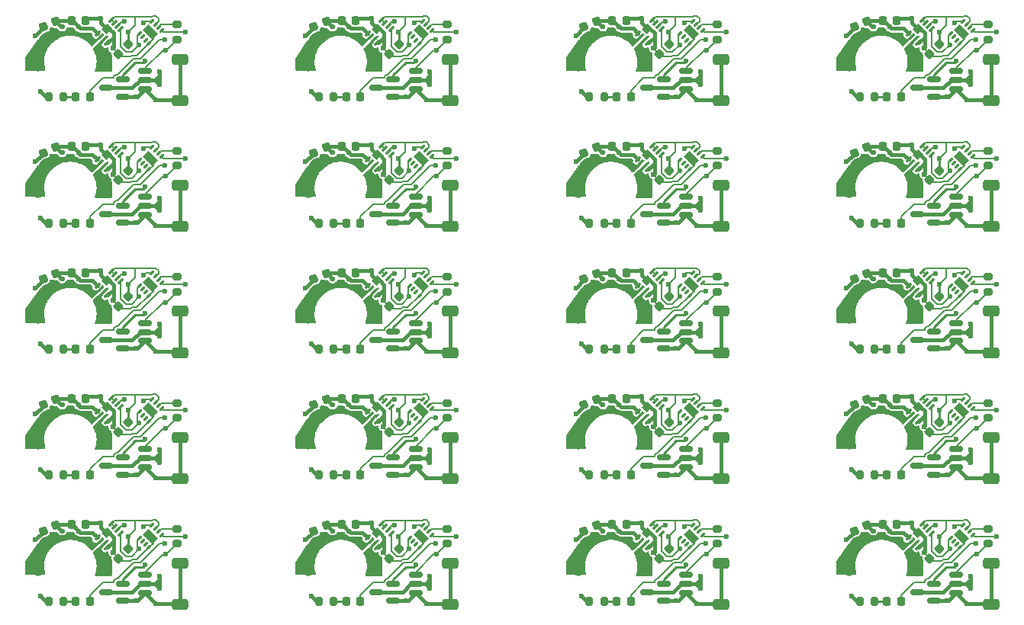
<source format=gbr>
%TF.GenerationSoftware,KiCad,Pcbnew,6.0.0-rc1-unknown-c40e921cb3~144~ubuntu18.04.1*%
%TF.CreationDate,2021-12-01T16:53:04+00:00*%
%TF.ProjectId,output.panel20,6f757470-7574-42e7-9061-6e656c32302e,rev?*%
%TF.SameCoordinates,PX9896800PY7270e00*%
%TF.FileFunction,Copper,L1,Top*%
%TF.FilePolarity,Positive*%
%FSLAX46Y46*%
G04 Gerber Fmt 4.6, Leading zero omitted, Abs format (unit mm)*
G04 Created by KiCad (PCBNEW 6.0.0-rc1-unknown-c40e921cb3~144~ubuntu18.04.1) date 2021-12-01 16:53:04*
%MOMM*%
%LPD*%
G01*
G04 APERTURE LIST*
G04 Aperture macros list*
%AMRoundRect*
0 Rectangle with rounded corners*
0 $1 Rounding radius*
0 $2 $3 $4 $5 $6 $7 $8 $9 X,Y pos of 4 corners*
0 Add a 4 corners polygon primitive as box body*
4,1,4,$2,$3,$4,$5,$6,$7,$8,$9,$2,$3,0*
0 Add four circle primitives for the rounded corners*
1,1,$1+$1,$2,$3*
1,1,$1+$1,$4,$5*
1,1,$1+$1,$6,$7*
1,1,$1+$1,$8,$9*
0 Add four rect primitives between the rounded corners*
20,1,$1+$1,$2,$3,$4,$5,0*
20,1,$1+$1,$4,$5,$6,$7,0*
20,1,$1+$1,$6,$7,$8,$9,0*
20,1,$1+$1,$8,$9,$2,$3,0*%
%AMRotRect*
0 Rectangle, with rotation*
0 The origin of the aperture is its center*
0 $1 length*
0 $2 width*
0 $3 Rotation angle, in degrees counterclockwise*
0 Add horizontal line*
21,1,$1,$2,0,0,$3*%
G04 Aperture macros list end*
%TA.AperFunction,SMDPad,CuDef*%
%ADD10RoundRect,0.200000X-0.200000X-0.275000X0.200000X-0.275000X0.200000X0.275000X-0.200000X0.275000X0*%
%TD*%
%TA.AperFunction,ComponentPad*%
%ADD11O,1.200000X2.200000*%
%TD*%
%TA.AperFunction,SMDPad,CuDef*%
%ADD12RoundRect,0.200000X0.275000X-0.200000X0.275000X0.200000X-0.275000X0.200000X-0.275000X-0.200000X0*%
%TD*%
%TA.AperFunction,SMDPad,CuDef*%
%ADD13RoundRect,0.225000X-0.017678X0.335876X-0.335876X0.017678X0.017678X-0.335876X0.335876X-0.017678X0*%
%TD*%
%TA.AperFunction,SMDPad,CuDef*%
%ADD14RoundRect,0.225000X-0.225000X-0.250000X0.225000X-0.250000X0.225000X0.250000X-0.225000X0.250000X0*%
%TD*%
%TA.AperFunction,SMDPad,CuDef*%
%ADD15RoundRect,0.218750X-0.218750X-0.256250X0.218750X-0.256250X0.218750X0.256250X-0.218750X0.256250X0*%
%TD*%
%TA.AperFunction,SMDPad,CuDef*%
%ADD16RoundRect,0.225000X0.109431X0.318041X-0.304796X0.142212X-0.109431X-0.318041X0.304796X-0.142212X0*%
%TD*%
%TA.AperFunction,SMDPad,CuDef*%
%ADD17RoundRect,0.150000X0.625000X-0.150000X0.625000X0.150000X-0.625000X0.150000X-0.625000X-0.150000X0*%
%TD*%
%TA.AperFunction,SMDPad,CuDef*%
%ADD18RoundRect,0.250000X0.650000X-0.350000X0.650000X0.350000X-0.650000X0.350000X-0.650000X-0.350000X0*%
%TD*%
%TA.AperFunction,SMDPad,CuDef*%
%ADD19RotRect,0.800000X0.250000X45.000000*%
%TD*%
%TA.AperFunction,SMDPad,CuDef*%
%ADD20RotRect,0.900000X0.800000X45.000000*%
%TD*%
%TA.AperFunction,SMDPad,CuDef*%
%ADD21RoundRect,0.062500X-0.159099X-0.247487X0.247487X0.159099X0.159099X0.247487X-0.247487X-0.159099X0*%
%TD*%
%TA.AperFunction,SMDPad,CuDef*%
%ADD22RotRect,0.900000X1.500000X45.000000*%
%TD*%
%TA.AperFunction,SMDPad,CuDef*%
%ADD23RoundRect,0.150000X0.587500X0.150000X-0.587500X0.150000X-0.587500X-0.150000X0.587500X-0.150000X0*%
%TD*%
%TA.AperFunction,ViaPad*%
%ADD24C,0.600000*%
%TD*%
%TA.AperFunction,Conductor*%
%ADD25C,0.450000*%
%TD*%
%TA.AperFunction,Conductor*%
%ADD26C,0.200000*%
%TD*%
%TA.AperFunction,Conductor*%
%ADD27C,0.250000*%
%TD*%
G04 APERTURE END LIST*
D10*
%TO.P,R1,1*%
%TO.N,GND*%
X12575000Y-5400000D03*
%TO.P,R1,2*%
%TO.N,Net-(D1-Pad1)*%
X14225000Y-5400000D03*
%TD*%
D11*
%TO.P,J2,1,Pin_1*%
%TO.N,/MOTOROUT1*%
X-78600000Y54500000D03*
%TD*%
D12*
%TO.P,R2,1*%
%TO.N,PWMIN*%
X-33200000Y56975000D03*
%TO.P,R2,2*%
%TO.N,/PWMR*%
X-33200000Y58625000D03*
%TD*%
D13*
%TO.P,C3,1*%
%TO.N,/VLOGIC*%
X21448008Y42448008D03*
%TO.P,C3,2*%
%TO.N,GND*%
X20351992Y41351992D03*
%TD*%
D11*
%TO.P,J2,1,Pin_1*%
%TO.N,/MOTOROUT1*%
X-48600000Y54500000D03*
%TD*%
D14*
%TO.P,C2,1*%
%TO.N,VBAT*%
X15125000Y17100000D03*
%TO.P,C2,2*%
%TO.N,GND*%
X16675000Y17100000D03*
%TD*%
D15*
%TO.P,D1,1,K*%
%TO.N,Net-(D1-Pad1)*%
X-74387500Y8600000D03*
%TO.P,D1,2,A*%
%TO.N,BLINKY*%
X-72812500Y8600000D03*
%TD*%
%TO.P,D1,1,K*%
%TO.N,Net-(D1-Pad1)*%
X-44387500Y8600000D03*
%TO.P,D1,2,A*%
%TO.N,BLINKY*%
X-42812500Y8600000D03*
%TD*%
D13*
%TO.P,C3,1*%
%TO.N,/VLOGIC*%
X21448008Y28448008D03*
%TO.P,C3,2*%
%TO.N,GND*%
X20351992Y27351992D03*
%TD*%
D11*
%TO.P,J3,1,Pin_1*%
%TO.N,/MOTOROUT2*%
X-71400000Y40500000D03*
%TD*%
%TO.P,J2,1,Pin_1*%
%TO.N,/MOTOROUT1*%
X11400000Y54500000D03*
%TD*%
%TO.P,J3,1,Pin_1*%
%TO.N,/MOTOROUT2*%
X-71400000Y-1500000D03*
%TD*%
D14*
%TO.P,C2,1*%
%TO.N,VBAT*%
X-14875000Y31100000D03*
%TO.P,C2,2*%
%TO.N,GND*%
X-13325000Y31100000D03*
%TD*%
D16*
%TO.P,C1,1*%
%TO.N,VBAT*%
X-16586609Y59002817D03*
%TO.P,C1,2*%
%TO.N,GND*%
X-18013391Y58397183D03*
%TD*%
D17*
%TO.P,J1,1,Pin_1*%
%TO.N,GND*%
X23300000Y9500000D03*
%TO.P,J1,2,Pin_2*%
%TO.N,VBAT*%
X23300000Y10500000D03*
%TO.P,J1,3,Pin_3*%
%TO.N,PWMIN*%
X23300000Y11500000D03*
D18*
%TO.P,J1,MP,MP*%
%TO.N,GND*%
X27175000Y12800000D03*
X27175000Y8200000D03*
%TD*%
D14*
%TO.P,C2,1*%
%TO.N,VBAT*%
X-74875000Y59100000D03*
%TO.P,C2,2*%
%TO.N,GND*%
X-73325000Y59100000D03*
%TD*%
D19*
%TO.P,U1,1,VM*%
%TO.N,VBAT*%
X17991852Y15652513D03*
%TO.P,U1,2,OUT1*%
%TO.N,/MOTOROUT1*%
X18345406Y15298959D03*
%TO.P,U1,3,OUT2*%
%TO.N,/MOTOROUT2*%
X18698959Y14945406D03*
%TO.P,U1,4,GND*%
%TO.N,GND*%
X19052513Y14591852D03*
%TO.P,U1,5,IN2*%
%TO.N,/MOTORR*%
X20608148Y16147487D03*
%TO.P,U1,6,IN1*%
%TO.N,/MOTORF*%
X20254594Y16501041D03*
%TO.P,U1,7,~{SLEEP}*%
%TO.N,/VLOGIC*%
X19901041Y16854594D03*
%TO.P,U1,8,VCC*%
X19547487Y17208148D03*
D20*
%TO.P,U1,9,GND*%
%TO.N,GND*%
X19017157Y16182843D03*
%TD*%
D19*
%TO.P,U1,1,VM*%
%TO.N,VBAT*%
X-12008148Y15652513D03*
%TO.P,U1,2,OUT1*%
%TO.N,/MOTOROUT1*%
X-11654594Y15298959D03*
%TO.P,U1,3,OUT2*%
%TO.N,/MOTOROUT2*%
X-11301041Y14945406D03*
%TO.P,U1,4,GND*%
%TO.N,GND*%
X-10947487Y14591852D03*
%TO.P,U1,5,IN2*%
%TO.N,/MOTORR*%
X-9391852Y16147487D03*
%TO.P,U1,6,IN1*%
%TO.N,/MOTORF*%
X-9745406Y16501041D03*
%TO.P,U1,7,~{SLEEP}*%
%TO.N,/VLOGIC*%
X-10098959Y16854594D03*
%TO.P,U1,8,VCC*%
X-10452513Y17208148D03*
D20*
%TO.P,U1,9,GND*%
%TO.N,GND*%
X-10982843Y16182843D03*
%TD*%
D11*
%TO.P,J2,1,Pin_1*%
%TO.N,/MOTOROUT1*%
X-18600000Y-1500000D03*
%TD*%
D17*
%TO.P,J1,1,Pin_1*%
%TO.N,GND*%
X23300000Y23500000D03*
%TO.P,J1,2,Pin_2*%
%TO.N,VBAT*%
X23300000Y24500000D03*
%TO.P,J1,3,Pin_3*%
%TO.N,PWMIN*%
X23300000Y25500000D03*
D18*
%TO.P,J1,MP,MP*%
%TO.N,GND*%
X27175000Y26800000D03*
X27175000Y22200000D03*
%TD*%
D11*
%TO.P,J3,1,Pin_1*%
%TO.N,/MOTOROUT2*%
X-71400000Y12500000D03*
%TD*%
D17*
%TO.P,J1,1,Pin_1*%
%TO.N,GND*%
X-36700000Y-4500000D03*
%TO.P,J1,2,Pin_2*%
%TO.N,VBAT*%
X-36700000Y-3500000D03*
%TO.P,J1,3,Pin_3*%
%TO.N,PWMIN*%
X-36700000Y-2500000D03*
D18*
%TO.P,J1,MP,MP*%
%TO.N,GND*%
X-32825000Y-1200000D03*
X-32825000Y-5800000D03*
%TD*%
D12*
%TO.P,R2,1*%
%TO.N,PWMIN*%
X26800000Y975000D03*
%TO.P,R2,2*%
%TO.N,/PWMR*%
X26800000Y2625000D03*
%TD*%
D13*
%TO.P,C3,1*%
%TO.N,/VLOGIC*%
X-8551992Y42448008D03*
%TO.P,C3,2*%
%TO.N,GND*%
X-9648008Y41351992D03*
%TD*%
D12*
%TO.P,R2,1*%
%TO.N,PWMIN*%
X-63200000Y28975000D03*
%TO.P,R2,2*%
%TO.N,/PWMR*%
X-63200000Y30625000D03*
%TD*%
D15*
%TO.P,D1,1,K*%
%TO.N,Net-(D1-Pad1)*%
X15612500Y8600000D03*
%TO.P,D1,2,A*%
%TO.N,BLINKY*%
X17187500Y8600000D03*
%TD*%
D12*
%TO.P,R2,1*%
%TO.N,PWMIN*%
X26800000Y42975000D03*
%TO.P,R2,2*%
%TO.N,/PWMR*%
X26800000Y44625000D03*
%TD*%
D21*
%TO.P,U2,1,PB1*%
%TO.N,/MOTORR*%
X22662563Y15623223D03*
%TO.P,U2,2,NC*%
%TO.N,unconnected-(U2-Pad2)*%
X23016117Y15269670D03*
%TO.P,U2,3,NC*%
%TO.N,unconnected-(U2-Pad3)*%
X23369670Y14916117D03*
%TO.P,U2,4,GND*%
%TO.N,GND*%
X23723223Y14562563D03*
%TO.P,U2,5,PB0*%
%TO.N,/MOTORF*%
X25137437Y15976777D03*
%TO.P,U2,6,~{RESET}/PB3*%
%TO.N,/PWMR*%
X24783883Y16330330D03*
%TO.P,U2,7,VCC*%
%TO.N,/VLOGIC*%
X24430330Y16683883D03*
%TO.P,U2,8,PB2*%
%TO.N,BLINKY*%
X24076777Y17037437D03*
D22*
%TO.P,U2,9,GND*%
%TO.N,GND*%
X23900000Y15800000D03*
%TD*%
D21*
%TO.P,U2,1,PB1*%
%TO.N,/MOTORR*%
X-7337437Y1623223D03*
%TO.P,U2,2,NC*%
%TO.N,unconnected-(U2-Pad2)*%
X-6983883Y1269670D03*
%TO.P,U2,3,NC*%
%TO.N,unconnected-(U2-Pad3)*%
X-6630330Y916117D03*
%TO.P,U2,4,GND*%
%TO.N,GND*%
X-6276777Y562563D03*
%TO.P,U2,5,PB0*%
%TO.N,/MOTORF*%
X-4862563Y1976777D03*
%TO.P,U2,6,~{RESET}/PB3*%
%TO.N,/PWMR*%
X-5216117Y2330330D03*
%TO.P,U2,7,VCC*%
%TO.N,/VLOGIC*%
X-5569670Y2683883D03*
%TO.P,U2,8,PB2*%
%TO.N,BLINKY*%
X-5923223Y3037437D03*
D22*
%TO.P,U2,9,GND*%
%TO.N,GND*%
X-6100000Y1800000D03*
%TD*%
D14*
%TO.P,C2,1*%
%TO.N,VBAT*%
X-74875000Y3100000D03*
%TO.P,C2,2*%
%TO.N,GND*%
X-73325000Y3100000D03*
%TD*%
D16*
%TO.P,C1,1*%
%TO.N,VBAT*%
X-46586609Y3002817D03*
%TO.P,C1,2*%
%TO.N,GND*%
X-48013391Y2397183D03*
%TD*%
D23*
%TO.P,U3,1,GND*%
%TO.N,GND*%
X-39162500Y-5350000D03*
%TO.P,U3,2,VO*%
%TO.N,/VLOGIC*%
X-39162500Y-3450000D03*
%TO.P,U3,3,VI*%
%TO.N,VBAT*%
X-41037500Y-4400000D03*
%TD*%
D19*
%TO.P,U1,1,VM*%
%TO.N,VBAT*%
X-72008148Y57652513D03*
%TO.P,U1,2,OUT1*%
%TO.N,/MOTOROUT1*%
X-71654594Y57298959D03*
%TO.P,U1,3,OUT2*%
%TO.N,/MOTOROUT2*%
X-71301041Y56945406D03*
%TO.P,U1,4,GND*%
%TO.N,GND*%
X-70947487Y56591852D03*
%TO.P,U1,5,IN2*%
%TO.N,/MOTORR*%
X-69391852Y58147487D03*
%TO.P,U1,6,IN1*%
%TO.N,/MOTORF*%
X-69745406Y58501041D03*
%TO.P,U1,7,~{SLEEP}*%
%TO.N,/VLOGIC*%
X-70098959Y58854594D03*
%TO.P,U1,8,VCC*%
X-70452513Y59208148D03*
D20*
%TO.P,U1,9,GND*%
%TO.N,GND*%
X-70982843Y58182843D03*
%TD*%
D16*
%TO.P,C1,1*%
%TO.N,VBAT*%
X-76586609Y17002817D03*
%TO.P,C1,2*%
%TO.N,GND*%
X-78013391Y16397183D03*
%TD*%
D14*
%TO.P,C2,1*%
%TO.N,VBAT*%
X15125000Y59100000D03*
%TO.P,C2,2*%
%TO.N,GND*%
X16675000Y59100000D03*
%TD*%
D17*
%TO.P,J1,1,Pin_1*%
%TO.N,GND*%
X-6700000Y51500000D03*
%TO.P,J1,2,Pin_2*%
%TO.N,VBAT*%
X-6700000Y52500000D03*
%TO.P,J1,3,Pin_3*%
%TO.N,PWMIN*%
X-6700000Y53500000D03*
D18*
%TO.P,J1,MP,MP*%
%TO.N,GND*%
X-2825000Y50200000D03*
X-2825000Y54800000D03*
%TD*%
D21*
%TO.P,U2,1,PB1*%
%TO.N,/MOTORR*%
X22662563Y43623223D03*
%TO.P,U2,2,NC*%
%TO.N,unconnected-(U2-Pad2)*%
X23016117Y43269670D03*
%TO.P,U2,3,NC*%
%TO.N,unconnected-(U2-Pad3)*%
X23369670Y42916117D03*
%TO.P,U2,4,GND*%
%TO.N,GND*%
X23723223Y42562563D03*
%TO.P,U2,5,PB0*%
%TO.N,/MOTORF*%
X25137437Y43976777D03*
%TO.P,U2,6,~{RESET}/PB3*%
%TO.N,/PWMR*%
X24783883Y44330330D03*
%TO.P,U2,7,VCC*%
%TO.N,/VLOGIC*%
X24430330Y44683883D03*
%TO.P,U2,8,PB2*%
%TO.N,BLINKY*%
X24076777Y45037437D03*
D22*
%TO.P,U2,9,GND*%
%TO.N,GND*%
X23900000Y43800000D03*
%TD*%
D19*
%TO.P,U1,1,VM*%
%TO.N,VBAT*%
X-12008148Y43652513D03*
%TO.P,U1,2,OUT1*%
%TO.N,/MOTOROUT1*%
X-11654594Y43298959D03*
%TO.P,U1,3,OUT2*%
%TO.N,/MOTOROUT2*%
X-11301041Y42945406D03*
%TO.P,U1,4,GND*%
%TO.N,GND*%
X-10947487Y42591852D03*
%TO.P,U1,5,IN2*%
%TO.N,/MOTORR*%
X-9391852Y44147487D03*
%TO.P,U1,6,IN1*%
%TO.N,/MOTORF*%
X-9745406Y44501041D03*
%TO.P,U1,7,~{SLEEP}*%
%TO.N,/VLOGIC*%
X-10098959Y44854594D03*
%TO.P,U1,8,VCC*%
X-10452513Y45208148D03*
D20*
%TO.P,U1,9,GND*%
%TO.N,GND*%
X-10982843Y44182843D03*
%TD*%
D10*
%TO.P,R1,1*%
%TO.N,GND*%
X-47425000Y36600000D03*
%TO.P,R1,2*%
%TO.N,Net-(D1-Pad1)*%
X-45775000Y36600000D03*
%TD*%
D11*
%TO.P,J2,1,Pin_1*%
%TO.N,/MOTOROUT1*%
X-78600000Y26500000D03*
%TD*%
D16*
%TO.P,C1,1*%
%TO.N,VBAT*%
X-46586609Y45002817D03*
%TO.P,C1,2*%
%TO.N,GND*%
X-48013391Y44397183D03*
%TD*%
D23*
%TO.P,U3,1,GND*%
%TO.N,GND*%
X-9162500Y22650000D03*
%TO.P,U3,2,VO*%
%TO.N,/VLOGIC*%
X-9162500Y24550000D03*
%TO.P,U3,3,VI*%
%TO.N,VBAT*%
X-11037500Y23600000D03*
%TD*%
D10*
%TO.P,R1,1*%
%TO.N,GND*%
X-77425000Y36600000D03*
%TO.P,R1,2*%
%TO.N,Net-(D1-Pad1)*%
X-75775000Y36600000D03*
%TD*%
D21*
%TO.P,U2,1,PB1*%
%TO.N,/MOTORR*%
X-7337437Y57623223D03*
%TO.P,U2,2,NC*%
%TO.N,unconnected-(U2-Pad2)*%
X-6983883Y57269670D03*
%TO.P,U2,3,NC*%
%TO.N,unconnected-(U2-Pad3)*%
X-6630330Y56916117D03*
%TO.P,U2,4,GND*%
%TO.N,GND*%
X-6276777Y56562563D03*
%TO.P,U2,5,PB0*%
%TO.N,/MOTORF*%
X-4862563Y57976777D03*
%TO.P,U2,6,~{RESET}/PB3*%
%TO.N,/PWMR*%
X-5216117Y58330330D03*
%TO.P,U2,7,VCC*%
%TO.N,/VLOGIC*%
X-5569670Y58683883D03*
%TO.P,U2,8,PB2*%
%TO.N,BLINKY*%
X-5923223Y59037437D03*
D22*
%TO.P,U2,9,GND*%
%TO.N,GND*%
X-6100000Y57800000D03*
%TD*%
D21*
%TO.P,U2,1,PB1*%
%TO.N,/MOTORR*%
X-67337437Y57623223D03*
%TO.P,U2,2,NC*%
%TO.N,unconnected-(U2-Pad2)*%
X-66983883Y57269670D03*
%TO.P,U2,3,NC*%
%TO.N,unconnected-(U2-Pad3)*%
X-66630330Y56916117D03*
%TO.P,U2,4,GND*%
%TO.N,GND*%
X-66276777Y56562563D03*
%TO.P,U2,5,PB0*%
%TO.N,/MOTORF*%
X-64862563Y57976777D03*
%TO.P,U2,6,~{RESET}/PB3*%
%TO.N,/PWMR*%
X-65216117Y58330330D03*
%TO.P,U2,7,VCC*%
%TO.N,/VLOGIC*%
X-65569670Y58683883D03*
%TO.P,U2,8,PB2*%
%TO.N,BLINKY*%
X-65923223Y59037437D03*
D22*
%TO.P,U2,9,GND*%
%TO.N,GND*%
X-66100000Y57800000D03*
%TD*%
D11*
%TO.P,J2,1,Pin_1*%
%TO.N,/MOTOROUT1*%
X11400000Y12500000D03*
%TD*%
D16*
%TO.P,C1,1*%
%TO.N,VBAT*%
X-16586609Y45002817D03*
%TO.P,C1,2*%
%TO.N,GND*%
X-18013391Y44397183D03*
%TD*%
D23*
%TO.P,U3,1,GND*%
%TO.N,GND*%
X20837500Y50650000D03*
%TO.P,U3,2,VO*%
%TO.N,/VLOGIC*%
X20837500Y52550000D03*
%TO.P,U3,3,VI*%
%TO.N,VBAT*%
X18962500Y51600000D03*
%TD*%
D16*
%TO.P,C1,1*%
%TO.N,VBAT*%
X-76586609Y31002817D03*
%TO.P,C1,2*%
%TO.N,GND*%
X-78013391Y30397183D03*
%TD*%
D15*
%TO.P,D1,1,K*%
%TO.N,Net-(D1-Pad1)*%
X15612500Y-5400000D03*
%TO.P,D1,2,A*%
%TO.N,BLINKY*%
X17187500Y-5400000D03*
%TD*%
D21*
%TO.P,U2,1,PB1*%
%TO.N,/MOTORR*%
X-7337437Y15623223D03*
%TO.P,U2,2,NC*%
%TO.N,unconnected-(U2-Pad2)*%
X-6983883Y15269670D03*
%TO.P,U2,3,NC*%
%TO.N,unconnected-(U2-Pad3)*%
X-6630330Y14916117D03*
%TO.P,U2,4,GND*%
%TO.N,GND*%
X-6276777Y14562563D03*
%TO.P,U2,5,PB0*%
%TO.N,/MOTORF*%
X-4862563Y15976777D03*
%TO.P,U2,6,~{RESET}/PB3*%
%TO.N,/PWMR*%
X-5216117Y16330330D03*
%TO.P,U2,7,VCC*%
%TO.N,/VLOGIC*%
X-5569670Y16683883D03*
%TO.P,U2,8,PB2*%
%TO.N,BLINKY*%
X-5923223Y17037437D03*
D22*
%TO.P,U2,9,GND*%
%TO.N,GND*%
X-6100000Y15800000D03*
%TD*%
D21*
%TO.P,U2,1,PB1*%
%TO.N,/MOTORR*%
X-67337437Y43623223D03*
%TO.P,U2,2,NC*%
%TO.N,unconnected-(U2-Pad2)*%
X-66983883Y43269670D03*
%TO.P,U2,3,NC*%
%TO.N,unconnected-(U2-Pad3)*%
X-66630330Y42916117D03*
%TO.P,U2,4,GND*%
%TO.N,GND*%
X-66276777Y42562563D03*
%TO.P,U2,5,PB0*%
%TO.N,/MOTORF*%
X-64862563Y43976777D03*
%TO.P,U2,6,~{RESET}/PB3*%
%TO.N,/PWMR*%
X-65216117Y44330330D03*
%TO.P,U2,7,VCC*%
%TO.N,/VLOGIC*%
X-65569670Y44683883D03*
%TO.P,U2,8,PB2*%
%TO.N,BLINKY*%
X-65923223Y45037437D03*
D22*
%TO.P,U2,9,GND*%
%TO.N,GND*%
X-66100000Y43800000D03*
%TD*%
D10*
%TO.P,R1,1*%
%TO.N,GND*%
X12575000Y50600000D03*
%TO.P,R1,2*%
%TO.N,Net-(D1-Pad1)*%
X14225000Y50600000D03*
%TD*%
D15*
%TO.P,D1,1,K*%
%TO.N,Net-(D1-Pad1)*%
X-74387500Y-5400000D03*
%TO.P,D1,2,A*%
%TO.N,BLINKY*%
X-72812500Y-5400000D03*
%TD*%
D23*
%TO.P,U3,1,GND*%
%TO.N,GND*%
X-69162500Y36650000D03*
%TO.P,U3,2,VO*%
%TO.N,/VLOGIC*%
X-69162500Y38550000D03*
%TO.P,U3,3,VI*%
%TO.N,VBAT*%
X-71037500Y37600000D03*
%TD*%
D17*
%TO.P,J1,1,Pin_1*%
%TO.N,GND*%
X-36700000Y23500000D03*
%TO.P,J1,2,Pin_2*%
%TO.N,VBAT*%
X-36700000Y24500000D03*
%TO.P,J1,3,Pin_3*%
%TO.N,PWMIN*%
X-36700000Y25500000D03*
D18*
%TO.P,J1,MP,MP*%
%TO.N,GND*%
X-32825000Y22200000D03*
X-32825000Y26800000D03*
%TD*%
D16*
%TO.P,C1,1*%
%TO.N,VBAT*%
X-76586609Y59002817D03*
%TO.P,C1,2*%
%TO.N,GND*%
X-78013391Y58397183D03*
%TD*%
D23*
%TO.P,U3,1,GND*%
%TO.N,GND*%
X-69162500Y22650000D03*
%TO.P,U3,2,VO*%
%TO.N,/VLOGIC*%
X-69162500Y24550000D03*
%TO.P,U3,3,VI*%
%TO.N,VBAT*%
X-71037500Y23600000D03*
%TD*%
%TO.P,U3,1,GND*%
%TO.N,GND*%
X-69162500Y-5350000D03*
%TO.P,U3,2,VO*%
%TO.N,/VLOGIC*%
X-69162500Y-3450000D03*
%TO.P,U3,3,VI*%
%TO.N,VBAT*%
X-71037500Y-4400000D03*
%TD*%
%TO.P,U3,1,GND*%
%TO.N,GND*%
X-9162500Y50650000D03*
%TO.P,U3,2,VO*%
%TO.N,/VLOGIC*%
X-9162500Y52550000D03*
%TO.P,U3,3,VI*%
%TO.N,VBAT*%
X-11037500Y51600000D03*
%TD*%
D11*
%TO.P,J3,1,Pin_1*%
%TO.N,/MOTOROUT2*%
X-11400000Y26500000D03*
%TD*%
D17*
%TO.P,J1,1,Pin_1*%
%TO.N,GND*%
X-6700000Y37500000D03*
%TO.P,J1,2,Pin_2*%
%TO.N,VBAT*%
X-6700000Y38500000D03*
%TO.P,J1,3,Pin_3*%
%TO.N,PWMIN*%
X-6700000Y39500000D03*
D18*
%TO.P,J1,MP,MP*%
%TO.N,GND*%
X-2825000Y40800000D03*
X-2825000Y36200000D03*
%TD*%
D23*
%TO.P,U3,1,GND*%
%TO.N,GND*%
X-39162500Y50650000D03*
%TO.P,U3,2,VO*%
%TO.N,/VLOGIC*%
X-39162500Y52550000D03*
%TO.P,U3,3,VI*%
%TO.N,VBAT*%
X-41037500Y51600000D03*
%TD*%
D16*
%TO.P,C1,1*%
%TO.N,VBAT*%
X-76586609Y45002817D03*
%TO.P,C1,2*%
%TO.N,GND*%
X-78013391Y44397183D03*
%TD*%
D13*
%TO.P,C3,1*%
%TO.N,/VLOGIC*%
X-8551992Y448008D03*
%TO.P,C3,2*%
%TO.N,GND*%
X-9648008Y-648008D03*
%TD*%
D19*
%TO.P,U1,1,VM*%
%TO.N,VBAT*%
X-42008148Y43652513D03*
%TO.P,U1,2,OUT1*%
%TO.N,/MOTOROUT1*%
X-41654594Y43298959D03*
%TO.P,U1,3,OUT2*%
%TO.N,/MOTOROUT2*%
X-41301041Y42945406D03*
%TO.P,U1,4,GND*%
%TO.N,GND*%
X-40947487Y42591852D03*
%TO.P,U1,5,IN2*%
%TO.N,/MOTORR*%
X-39391852Y44147487D03*
%TO.P,U1,6,IN1*%
%TO.N,/MOTORF*%
X-39745406Y44501041D03*
%TO.P,U1,7,~{SLEEP}*%
%TO.N,/VLOGIC*%
X-40098959Y44854594D03*
%TO.P,U1,8,VCC*%
X-40452513Y45208148D03*
D20*
%TO.P,U1,9,GND*%
%TO.N,GND*%
X-40982843Y44182843D03*
%TD*%
D11*
%TO.P,J3,1,Pin_1*%
%TO.N,/MOTOROUT2*%
X18600000Y26500000D03*
%TD*%
%TO.P,J3,1,Pin_1*%
%TO.N,/MOTOROUT2*%
X-41400000Y40500000D03*
%TD*%
D10*
%TO.P,R1,1*%
%TO.N,GND*%
X12575000Y8600000D03*
%TO.P,R1,2*%
%TO.N,Net-(D1-Pad1)*%
X14225000Y8600000D03*
%TD*%
D11*
%TO.P,J2,1,Pin_1*%
%TO.N,/MOTOROUT1*%
X11400000Y26500000D03*
%TD*%
D21*
%TO.P,U2,1,PB1*%
%TO.N,/MOTORR*%
X-37337437Y15623223D03*
%TO.P,U2,2,NC*%
%TO.N,unconnected-(U2-Pad2)*%
X-36983883Y15269670D03*
%TO.P,U2,3,NC*%
%TO.N,unconnected-(U2-Pad3)*%
X-36630330Y14916117D03*
%TO.P,U2,4,GND*%
%TO.N,GND*%
X-36276777Y14562563D03*
%TO.P,U2,5,PB0*%
%TO.N,/MOTORF*%
X-34862563Y15976777D03*
%TO.P,U2,6,~{RESET}/PB3*%
%TO.N,/PWMR*%
X-35216117Y16330330D03*
%TO.P,U2,7,VCC*%
%TO.N,/VLOGIC*%
X-35569670Y16683883D03*
%TO.P,U2,8,PB2*%
%TO.N,BLINKY*%
X-35923223Y17037437D03*
D22*
%TO.P,U2,9,GND*%
%TO.N,GND*%
X-36100000Y15800000D03*
%TD*%
D11*
%TO.P,J3,1,Pin_1*%
%TO.N,/MOTOROUT2*%
X-71400000Y54500000D03*
%TD*%
D12*
%TO.P,R2,1*%
%TO.N,PWMIN*%
X-63200000Y14975000D03*
%TO.P,R2,2*%
%TO.N,/PWMR*%
X-63200000Y16625000D03*
%TD*%
D16*
%TO.P,C1,1*%
%TO.N,VBAT*%
X-46586609Y59002817D03*
%TO.P,C1,2*%
%TO.N,GND*%
X-48013391Y58397183D03*
%TD*%
D15*
%TO.P,D1,1,K*%
%TO.N,Net-(D1-Pad1)*%
X-14387500Y-5400000D03*
%TO.P,D1,2,A*%
%TO.N,BLINKY*%
X-12812500Y-5400000D03*
%TD*%
D12*
%TO.P,R2,1*%
%TO.N,PWMIN*%
X-33200000Y42975000D03*
%TO.P,R2,2*%
%TO.N,/PWMR*%
X-33200000Y44625000D03*
%TD*%
D11*
%TO.P,J3,1,Pin_1*%
%TO.N,/MOTOROUT2*%
X18600000Y54500000D03*
%TD*%
D13*
%TO.P,C3,1*%
%TO.N,/VLOGIC*%
X-38551992Y56448008D03*
%TO.P,C3,2*%
%TO.N,GND*%
X-39648008Y55351992D03*
%TD*%
D16*
%TO.P,C1,1*%
%TO.N,VBAT*%
X13413391Y59002817D03*
%TO.P,C1,2*%
%TO.N,GND*%
X11986609Y58397183D03*
%TD*%
D19*
%TO.P,U1,1,VM*%
%TO.N,VBAT*%
X-72008148Y1652513D03*
%TO.P,U1,2,OUT1*%
%TO.N,/MOTOROUT1*%
X-71654594Y1298959D03*
%TO.P,U1,3,OUT2*%
%TO.N,/MOTOROUT2*%
X-71301041Y945406D03*
%TO.P,U1,4,GND*%
%TO.N,GND*%
X-70947487Y591852D03*
%TO.P,U1,5,IN2*%
%TO.N,/MOTORR*%
X-69391852Y2147487D03*
%TO.P,U1,6,IN1*%
%TO.N,/MOTORF*%
X-69745406Y2501041D03*
%TO.P,U1,7,~{SLEEP}*%
%TO.N,/VLOGIC*%
X-70098959Y2854594D03*
%TO.P,U1,8,VCC*%
X-70452513Y3208148D03*
D20*
%TO.P,U1,9,GND*%
%TO.N,GND*%
X-70982843Y2182843D03*
%TD*%
D14*
%TO.P,C2,1*%
%TO.N,VBAT*%
X-74875000Y31100000D03*
%TO.P,C2,2*%
%TO.N,GND*%
X-73325000Y31100000D03*
%TD*%
D10*
%TO.P,R1,1*%
%TO.N,GND*%
X-47425000Y-5400000D03*
%TO.P,R1,2*%
%TO.N,Net-(D1-Pad1)*%
X-45775000Y-5400000D03*
%TD*%
D12*
%TO.P,R2,1*%
%TO.N,PWMIN*%
X-33200000Y975000D03*
%TO.P,R2,2*%
%TO.N,/PWMR*%
X-33200000Y2625000D03*
%TD*%
D10*
%TO.P,R1,1*%
%TO.N,GND*%
X-77425000Y50600000D03*
%TO.P,R1,2*%
%TO.N,Net-(D1-Pad1)*%
X-75775000Y50600000D03*
%TD*%
D14*
%TO.P,C2,1*%
%TO.N,VBAT*%
X-14875000Y59100000D03*
%TO.P,C2,2*%
%TO.N,GND*%
X-13325000Y59100000D03*
%TD*%
D21*
%TO.P,U2,1,PB1*%
%TO.N,/MOTORR*%
X-37337437Y43623223D03*
%TO.P,U2,2,NC*%
%TO.N,unconnected-(U2-Pad2)*%
X-36983883Y43269670D03*
%TO.P,U2,3,NC*%
%TO.N,unconnected-(U2-Pad3)*%
X-36630330Y42916117D03*
%TO.P,U2,4,GND*%
%TO.N,GND*%
X-36276777Y42562563D03*
%TO.P,U2,5,PB0*%
%TO.N,/MOTORF*%
X-34862563Y43976777D03*
%TO.P,U2,6,~{RESET}/PB3*%
%TO.N,/PWMR*%
X-35216117Y44330330D03*
%TO.P,U2,7,VCC*%
%TO.N,/VLOGIC*%
X-35569670Y44683883D03*
%TO.P,U2,8,PB2*%
%TO.N,BLINKY*%
X-35923223Y45037437D03*
D22*
%TO.P,U2,9,GND*%
%TO.N,GND*%
X-36100000Y43800000D03*
%TD*%
D12*
%TO.P,R2,1*%
%TO.N,PWMIN*%
X-33200000Y14975000D03*
%TO.P,R2,2*%
%TO.N,/PWMR*%
X-33200000Y16625000D03*
%TD*%
D14*
%TO.P,C2,1*%
%TO.N,VBAT*%
X-44875000Y3100000D03*
%TO.P,C2,2*%
%TO.N,GND*%
X-43325000Y3100000D03*
%TD*%
D23*
%TO.P,U3,1,GND*%
%TO.N,GND*%
X20837500Y36650000D03*
%TO.P,U3,2,VO*%
%TO.N,/VLOGIC*%
X20837500Y38550000D03*
%TO.P,U3,3,VI*%
%TO.N,VBAT*%
X18962500Y37600000D03*
%TD*%
D21*
%TO.P,U2,1,PB1*%
%TO.N,/MOTORR*%
X22662563Y29623223D03*
%TO.P,U2,2,NC*%
%TO.N,unconnected-(U2-Pad2)*%
X23016117Y29269670D03*
%TO.P,U2,3,NC*%
%TO.N,unconnected-(U2-Pad3)*%
X23369670Y28916117D03*
%TO.P,U2,4,GND*%
%TO.N,GND*%
X23723223Y28562563D03*
%TO.P,U2,5,PB0*%
%TO.N,/MOTORF*%
X25137437Y29976777D03*
%TO.P,U2,6,~{RESET}/PB3*%
%TO.N,/PWMR*%
X24783883Y30330330D03*
%TO.P,U2,7,VCC*%
%TO.N,/VLOGIC*%
X24430330Y30683883D03*
%TO.P,U2,8,PB2*%
%TO.N,BLINKY*%
X24076777Y31037437D03*
D22*
%TO.P,U2,9,GND*%
%TO.N,GND*%
X23900000Y29800000D03*
%TD*%
D11*
%TO.P,J3,1,Pin_1*%
%TO.N,/MOTOROUT2*%
X-11400000Y12500000D03*
%TD*%
D16*
%TO.P,C1,1*%
%TO.N,VBAT*%
X-76586609Y3002817D03*
%TO.P,C1,2*%
%TO.N,GND*%
X-78013391Y2397183D03*
%TD*%
%TO.P,C1,1*%
%TO.N,VBAT*%
X-16586609Y3002817D03*
%TO.P,C1,2*%
%TO.N,GND*%
X-18013391Y2397183D03*
%TD*%
D10*
%TO.P,R1,1*%
%TO.N,GND*%
X-17425000Y-5400000D03*
%TO.P,R1,2*%
%TO.N,Net-(D1-Pad1)*%
X-15775000Y-5400000D03*
%TD*%
D21*
%TO.P,U2,1,PB1*%
%TO.N,/MOTORR*%
X-37337437Y57623223D03*
%TO.P,U2,2,NC*%
%TO.N,unconnected-(U2-Pad2)*%
X-36983883Y57269670D03*
%TO.P,U2,3,NC*%
%TO.N,unconnected-(U2-Pad3)*%
X-36630330Y56916117D03*
%TO.P,U2,4,GND*%
%TO.N,GND*%
X-36276777Y56562563D03*
%TO.P,U2,5,PB0*%
%TO.N,/MOTORF*%
X-34862563Y57976777D03*
%TO.P,U2,6,~{RESET}/PB3*%
%TO.N,/PWMR*%
X-35216117Y58330330D03*
%TO.P,U2,7,VCC*%
%TO.N,/VLOGIC*%
X-35569670Y58683883D03*
%TO.P,U2,8,PB2*%
%TO.N,BLINKY*%
X-35923223Y59037437D03*
D22*
%TO.P,U2,9,GND*%
%TO.N,GND*%
X-36100000Y57800000D03*
%TD*%
D16*
%TO.P,C1,1*%
%TO.N,VBAT*%
X-46586609Y31002817D03*
%TO.P,C1,2*%
%TO.N,GND*%
X-48013391Y30397183D03*
%TD*%
%TO.P,C1,1*%
%TO.N,VBAT*%
X-16586609Y31002817D03*
%TO.P,C1,2*%
%TO.N,GND*%
X-18013391Y30397183D03*
%TD*%
%TO.P,C1,1*%
%TO.N,VBAT*%
X13413391Y45002817D03*
%TO.P,C1,2*%
%TO.N,GND*%
X11986609Y44397183D03*
%TD*%
D19*
%TO.P,U1,1,VM*%
%TO.N,VBAT*%
X17991852Y29652513D03*
%TO.P,U1,2,OUT1*%
%TO.N,/MOTOROUT1*%
X18345406Y29298959D03*
%TO.P,U1,3,OUT2*%
%TO.N,/MOTOROUT2*%
X18698959Y28945406D03*
%TO.P,U1,4,GND*%
%TO.N,GND*%
X19052513Y28591852D03*
%TO.P,U1,5,IN2*%
%TO.N,/MOTORR*%
X20608148Y30147487D03*
%TO.P,U1,6,IN1*%
%TO.N,/MOTORF*%
X20254594Y30501041D03*
%TO.P,U1,7,~{SLEEP}*%
%TO.N,/VLOGIC*%
X19901041Y30854594D03*
%TO.P,U1,8,VCC*%
X19547487Y31208148D03*
D20*
%TO.P,U1,9,GND*%
%TO.N,GND*%
X19017157Y30182843D03*
%TD*%
D16*
%TO.P,C1,1*%
%TO.N,VBAT*%
X13413391Y3002817D03*
%TO.P,C1,2*%
%TO.N,GND*%
X11986609Y2397183D03*
%TD*%
D10*
%TO.P,R1,1*%
%TO.N,GND*%
X-77425000Y-5400000D03*
%TO.P,R1,2*%
%TO.N,Net-(D1-Pad1)*%
X-75775000Y-5400000D03*
%TD*%
D11*
%TO.P,J2,1,Pin_1*%
%TO.N,/MOTOROUT1*%
X-78600000Y-1500000D03*
%TD*%
D19*
%TO.P,U1,1,VM*%
%TO.N,VBAT*%
X-72008148Y15652513D03*
%TO.P,U1,2,OUT1*%
%TO.N,/MOTOROUT1*%
X-71654594Y15298959D03*
%TO.P,U1,3,OUT2*%
%TO.N,/MOTOROUT2*%
X-71301041Y14945406D03*
%TO.P,U1,4,GND*%
%TO.N,GND*%
X-70947487Y14591852D03*
%TO.P,U1,5,IN2*%
%TO.N,/MOTORR*%
X-69391852Y16147487D03*
%TO.P,U1,6,IN1*%
%TO.N,/MOTORF*%
X-69745406Y16501041D03*
%TO.P,U1,7,~{SLEEP}*%
%TO.N,/VLOGIC*%
X-70098959Y16854594D03*
%TO.P,U1,8,VCC*%
X-70452513Y17208148D03*
D20*
%TO.P,U1,9,GND*%
%TO.N,GND*%
X-70982843Y16182843D03*
%TD*%
D19*
%TO.P,U1,1,VM*%
%TO.N,VBAT*%
X17991852Y43652513D03*
%TO.P,U1,2,OUT1*%
%TO.N,/MOTOROUT1*%
X18345406Y43298959D03*
%TO.P,U1,3,OUT2*%
%TO.N,/MOTOROUT2*%
X18698959Y42945406D03*
%TO.P,U1,4,GND*%
%TO.N,GND*%
X19052513Y42591852D03*
%TO.P,U1,5,IN2*%
%TO.N,/MOTORR*%
X20608148Y44147487D03*
%TO.P,U1,6,IN1*%
%TO.N,/MOTORF*%
X20254594Y44501041D03*
%TO.P,U1,7,~{SLEEP}*%
%TO.N,/VLOGIC*%
X19901041Y44854594D03*
%TO.P,U1,8,VCC*%
X19547487Y45208148D03*
D20*
%TO.P,U1,9,GND*%
%TO.N,GND*%
X19017157Y44182843D03*
%TD*%
D13*
%TO.P,C3,1*%
%TO.N,/VLOGIC*%
X-68551992Y56448008D03*
%TO.P,C3,2*%
%TO.N,GND*%
X-69648008Y55351992D03*
%TD*%
D10*
%TO.P,R1,1*%
%TO.N,GND*%
X12575000Y22600000D03*
%TO.P,R1,2*%
%TO.N,Net-(D1-Pad1)*%
X14225000Y22600000D03*
%TD*%
D11*
%TO.P,J2,1,Pin_1*%
%TO.N,/MOTOROUT1*%
X-48600000Y-1500000D03*
%TD*%
D14*
%TO.P,C2,1*%
%TO.N,VBAT*%
X15125000Y3100000D03*
%TO.P,C2,2*%
%TO.N,GND*%
X16675000Y3100000D03*
%TD*%
D13*
%TO.P,C3,1*%
%TO.N,/VLOGIC*%
X-68551992Y28448008D03*
%TO.P,C3,2*%
%TO.N,GND*%
X-69648008Y27351992D03*
%TD*%
D15*
%TO.P,D1,1,K*%
%TO.N,Net-(D1-Pad1)*%
X-74387500Y36600000D03*
%TO.P,D1,2,A*%
%TO.N,BLINKY*%
X-72812500Y36600000D03*
%TD*%
D17*
%TO.P,J1,1,Pin_1*%
%TO.N,GND*%
X-6700000Y23500000D03*
%TO.P,J1,2,Pin_2*%
%TO.N,VBAT*%
X-6700000Y24500000D03*
%TO.P,J1,3,Pin_3*%
%TO.N,PWMIN*%
X-6700000Y25500000D03*
D18*
%TO.P,J1,MP,MP*%
%TO.N,GND*%
X-2825000Y26800000D03*
X-2825000Y22200000D03*
%TD*%
D17*
%TO.P,J1,1,Pin_1*%
%TO.N,GND*%
X-36700000Y9500000D03*
%TO.P,J1,2,Pin_2*%
%TO.N,VBAT*%
X-36700000Y10500000D03*
%TO.P,J1,3,Pin_3*%
%TO.N,PWMIN*%
X-36700000Y11500000D03*
D18*
%TO.P,J1,MP,MP*%
%TO.N,GND*%
X-32825000Y8200000D03*
X-32825000Y12800000D03*
%TD*%
D19*
%TO.P,U1,1,VM*%
%TO.N,VBAT*%
X-42008148Y29652513D03*
%TO.P,U1,2,OUT1*%
%TO.N,/MOTOROUT1*%
X-41654594Y29298959D03*
%TO.P,U1,3,OUT2*%
%TO.N,/MOTOROUT2*%
X-41301041Y28945406D03*
%TO.P,U1,4,GND*%
%TO.N,GND*%
X-40947487Y28591852D03*
%TO.P,U1,5,IN2*%
%TO.N,/MOTORR*%
X-39391852Y30147487D03*
%TO.P,U1,6,IN1*%
%TO.N,/MOTORF*%
X-39745406Y30501041D03*
%TO.P,U1,7,~{SLEEP}*%
%TO.N,/VLOGIC*%
X-40098959Y30854594D03*
%TO.P,U1,8,VCC*%
X-40452513Y31208148D03*
D20*
%TO.P,U1,9,GND*%
%TO.N,GND*%
X-40982843Y30182843D03*
%TD*%
D12*
%TO.P,R2,1*%
%TO.N,PWMIN*%
X-3200000Y56975000D03*
%TO.P,R2,2*%
%TO.N,/PWMR*%
X-3200000Y58625000D03*
%TD*%
D19*
%TO.P,U1,1,VM*%
%TO.N,VBAT*%
X-42008148Y57652513D03*
%TO.P,U1,2,OUT1*%
%TO.N,/MOTOROUT1*%
X-41654594Y57298959D03*
%TO.P,U1,3,OUT2*%
%TO.N,/MOTOROUT2*%
X-41301041Y56945406D03*
%TO.P,U1,4,GND*%
%TO.N,GND*%
X-40947487Y56591852D03*
%TO.P,U1,5,IN2*%
%TO.N,/MOTORR*%
X-39391852Y58147487D03*
%TO.P,U1,6,IN1*%
%TO.N,/MOTORF*%
X-39745406Y58501041D03*
%TO.P,U1,7,~{SLEEP}*%
%TO.N,/VLOGIC*%
X-40098959Y58854594D03*
%TO.P,U1,8,VCC*%
X-40452513Y59208148D03*
D20*
%TO.P,U1,9,GND*%
%TO.N,GND*%
X-40982843Y58182843D03*
%TD*%
D23*
%TO.P,U3,1,GND*%
%TO.N,GND*%
X-9162500Y36650000D03*
%TO.P,U3,2,VO*%
%TO.N,/VLOGIC*%
X-9162500Y38550000D03*
%TO.P,U3,3,VI*%
%TO.N,VBAT*%
X-11037500Y37600000D03*
%TD*%
D10*
%TO.P,R1,1*%
%TO.N,GND*%
X-17425000Y22600000D03*
%TO.P,R1,2*%
%TO.N,Net-(D1-Pad1)*%
X-15775000Y22600000D03*
%TD*%
D23*
%TO.P,U3,1,GND*%
%TO.N,GND*%
X-9162500Y-5350000D03*
%TO.P,U3,2,VO*%
%TO.N,/VLOGIC*%
X-9162500Y-3450000D03*
%TO.P,U3,3,VI*%
%TO.N,VBAT*%
X-11037500Y-4400000D03*
%TD*%
D11*
%TO.P,J2,1,Pin_1*%
%TO.N,/MOTOROUT1*%
X-18600000Y54500000D03*
%TD*%
D21*
%TO.P,U2,1,PB1*%
%TO.N,/MOTORR*%
X-67337437Y29623223D03*
%TO.P,U2,2,NC*%
%TO.N,unconnected-(U2-Pad2)*%
X-66983883Y29269670D03*
%TO.P,U2,3,NC*%
%TO.N,unconnected-(U2-Pad3)*%
X-66630330Y28916117D03*
%TO.P,U2,4,GND*%
%TO.N,GND*%
X-66276777Y28562563D03*
%TO.P,U2,5,PB0*%
%TO.N,/MOTORF*%
X-64862563Y29976777D03*
%TO.P,U2,6,~{RESET}/PB3*%
%TO.N,/PWMR*%
X-65216117Y30330330D03*
%TO.P,U2,7,VCC*%
%TO.N,/VLOGIC*%
X-65569670Y30683883D03*
%TO.P,U2,8,PB2*%
%TO.N,BLINKY*%
X-65923223Y31037437D03*
D22*
%TO.P,U2,9,GND*%
%TO.N,GND*%
X-66100000Y29800000D03*
%TD*%
D19*
%TO.P,U1,1,VM*%
%TO.N,VBAT*%
X-12008148Y57652513D03*
%TO.P,U1,2,OUT1*%
%TO.N,/MOTOROUT1*%
X-11654594Y57298959D03*
%TO.P,U1,3,OUT2*%
%TO.N,/MOTOROUT2*%
X-11301041Y56945406D03*
%TO.P,U1,4,GND*%
%TO.N,GND*%
X-10947487Y56591852D03*
%TO.P,U1,5,IN2*%
%TO.N,/MOTORR*%
X-9391852Y58147487D03*
%TO.P,U1,6,IN1*%
%TO.N,/MOTORF*%
X-9745406Y58501041D03*
%TO.P,U1,7,~{SLEEP}*%
%TO.N,/VLOGIC*%
X-10098959Y58854594D03*
%TO.P,U1,8,VCC*%
X-10452513Y59208148D03*
D20*
%TO.P,U1,9,GND*%
%TO.N,GND*%
X-10982843Y58182843D03*
%TD*%
D11*
%TO.P,J3,1,Pin_1*%
%TO.N,/MOTOROUT2*%
X-11400000Y40500000D03*
%TD*%
D14*
%TO.P,C2,1*%
%TO.N,VBAT*%
X-74875000Y17100000D03*
%TO.P,C2,2*%
%TO.N,GND*%
X-73325000Y17100000D03*
%TD*%
D12*
%TO.P,R2,1*%
%TO.N,PWMIN*%
X-3200000Y42975000D03*
%TO.P,R2,2*%
%TO.N,/PWMR*%
X-3200000Y44625000D03*
%TD*%
D16*
%TO.P,C1,1*%
%TO.N,VBAT*%
X13413391Y31002817D03*
%TO.P,C1,2*%
%TO.N,GND*%
X11986609Y30397183D03*
%TD*%
D21*
%TO.P,U2,1,PB1*%
%TO.N,/MOTORR*%
X-37337437Y29623223D03*
%TO.P,U2,2,NC*%
%TO.N,unconnected-(U2-Pad2)*%
X-36983883Y29269670D03*
%TO.P,U2,3,NC*%
%TO.N,unconnected-(U2-Pad3)*%
X-36630330Y28916117D03*
%TO.P,U2,4,GND*%
%TO.N,GND*%
X-36276777Y28562563D03*
%TO.P,U2,5,PB0*%
%TO.N,/MOTORF*%
X-34862563Y29976777D03*
%TO.P,U2,6,~{RESET}/PB3*%
%TO.N,/PWMR*%
X-35216117Y30330330D03*
%TO.P,U2,7,VCC*%
%TO.N,/VLOGIC*%
X-35569670Y30683883D03*
%TO.P,U2,8,PB2*%
%TO.N,BLINKY*%
X-35923223Y31037437D03*
D22*
%TO.P,U2,9,GND*%
%TO.N,GND*%
X-36100000Y29800000D03*
%TD*%
D11*
%TO.P,J2,1,Pin_1*%
%TO.N,/MOTOROUT1*%
X-48600000Y26500000D03*
%TD*%
%TO.P,J2,1,Pin_1*%
%TO.N,/MOTOROUT1*%
X-48600000Y12500000D03*
%TD*%
D12*
%TO.P,R2,1*%
%TO.N,PWMIN*%
X-63200000Y56975000D03*
%TO.P,R2,2*%
%TO.N,/PWMR*%
X-63200000Y58625000D03*
%TD*%
D15*
%TO.P,D1,1,K*%
%TO.N,Net-(D1-Pad1)*%
X-14387500Y8600000D03*
%TO.P,D1,2,A*%
%TO.N,BLINKY*%
X-12812500Y8600000D03*
%TD*%
D19*
%TO.P,U1,1,VM*%
%TO.N,VBAT*%
X-72008148Y29652513D03*
%TO.P,U1,2,OUT1*%
%TO.N,/MOTOROUT1*%
X-71654594Y29298959D03*
%TO.P,U1,3,OUT2*%
%TO.N,/MOTOROUT2*%
X-71301041Y28945406D03*
%TO.P,U1,4,GND*%
%TO.N,GND*%
X-70947487Y28591852D03*
%TO.P,U1,5,IN2*%
%TO.N,/MOTORR*%
X-69391852Y30147487D03*
%TO.P,U1,6,IN1*%
%TO.N,/MOTORF*%
X-69745406Y30501041D03*
%TO.P,U1,7,~{SLEEP}*%
%TO.N,/VLOGIC*%
X-70098959Y30854594D03*
%TO.P,U1,8,VCC*%
X-70452513Y31208148D03*
D20*
%TO.P,U1,9,GND*%
%TO.N,GND*%
X-70982843Y30182843D03*
%TD*%
D15*
%TO.P,D1,1,K*%
%TO.N,Net-(D1-Pad1)*%
X15612500Y22600000D03*
%TO.P,D1,2,A*%
%TO.N,BLINKY*%
X17187500Y22600000D03*
%TD*%
D17*
%TO.P,J1,1,Pin_1*%
%TO.N,GND*%
X-66700000Y-4500000D03*
%TO.P,J1,2,Pin_2*%
%TO.N,VBAT*%
X-66700000Y-3500000D03*
%TO.P,J1,3,Pin_3*%
%TO.N,PWMIN*%
X-66700000Y-2500000D03*
D18*
%TO.P,J1,MP,MP*%
%TO.N,GND*%
X-62825000Y-1200000D03*
X-62825000Y-5800000D03*
%TD*%
D15*
%TO.P,D1,1,K*%
%TO.N,Net-(D1-Pad1)*%
X-44387500Y36600000D03*
%TO.P,D1,2,A*%
%TO.N,BLINKY*%
X-42812500Y36600000D03*
%TD*%
D12*
%TO.P,R2,1*%
%TO.N,PWMIN*%
X26800000Y14975000D03*
%TO.P,R2,2*%
%TO.N,/PWMR*%
X26800000Y16625000D03*
%TD*%
D14*
%TO.P,C2,1*%
%TO.N,VBAT*%
X-14875000Y45100000D03*
%TO.P,C2,2*%
%TO.N,GND*%
X-13325000Y45100000D03*
%TD*%
D15*
%TO.P,D1,1,K*%
%TO.N,Net-(D1-Pad1)*%
X-44387500Y-5400000D03*
%TO.P,D1,2,A*%
%TO.N,BLINKY*%
X-42812500Y-5400000D03*
%TD*%
D23*
%TO.P,U3,1,GND*%
%TO.N,GND*%
X20837500Y22650000D03*
%TO.P,U3,2,VO*%
%TO.N,/VLOGIC*%
X20837500Y24550000D03*
%TO.P,U3,3,VI*%
%TO.N,VBAT*%
X18962500Y23600000D03*
%TD*%
D17*
%TO.P,J1,1,Pin_1*%
%TO.N,GND*%
X-66700000Y9500000D03*
%TO.P,J1,2,Pin_2*%
%TO.N,VBAT*%
X-66700000Y10500000D03*
%TO.P,J1,3,Pin_3*%
%TO.N,PWMIN*%
X-66700000Y11500000D03*
D18*
%TO.P,J1,MP,MP*%
%TO.N,GND*%
X-62825000Y8200000D03*
X-62825000Y12800000D03*
%TD*%
D14*
%TO.P,C2,1*%
%TO.N,VBAT*%
X15125000Y45100000D03*
%TO.P,C2,2*%
%TO.N,GND*%
X16675000Y45100000D03*
%TD*%
D15*
%TO.P,D1,1,K*%
%TO.N,Net-(D1-Pad1)*%
X-14387500Y50600000D03*
%TO.P,D1,2,A*%
%TO.N,BLINKY*%
X-12812500Y50600000D03*
%TD*%
D11*
%TO.P,J3,1,Pin_1*%
%TO.N,/MOTOROUT2*%
X-71400000Y26500000D03*
%TD*%
D13*
%TO.P,C3,1*%
%TO.N,/VLOGIC*%
X-68551992Y42448008D03*
%TO.P,C3,2*%
%TO.N,GND*%
X-69648008Y41351992D03*
%TD*%
D23*
%TO.P,U3,1,GND*%
%TO.N,GND*%
X20837500Y8650000D03*
%TO.P,U3,2,VO*%
%TO.N,/VLOGIC*%
X20837500Y10550000D03*
%TO.P,U3,3,VI*%
%TO.N,VBAT*%
X18962500Y9600000D03*
%TD*%
D11*
%TO.P,J2,1,Pin_1*%
%TO.N,/MOTOROUT1*%
X11400000Y-1500000D03*
%TD*%
D13*
%TO.P,C3,1*%
%TO.N,/VLOGIC*%
X-68551992Y448008D03*
%TO.P,C3,2*%
%TO.N,GND*%
X-69648008Y-648008D03*
%TD*%
D14*
%TO.P,C2,1*%
%TO.N,VBAT*%
X-44875000Y31100000D03*
%TO.P,C2,2*%
%TO.N,GND*%
X-43325000Y31100000D03*
%TD*%
D13*
%TO.P,C3,1*%
%TO.N,/VLOGIC*%
X-38551992Y448008D03*
%TO.P,C3,2*%
%TO.N,GND*%
X-39648008Y-648008D03*
%TD*%
D19*
%TO.P,U1,1,VM*%
%TO.N,VBAT*%
X17991852Y57652513D03*
%TO.P,U1,2,OUT1*%
%TO.N,/MOTOROUT1*%
X18345406Y57298959D03*
%TO.P,U1,3,OUT2*%
%TO.N,/MOTOROUT2*%
X18698959Y56945406D03*
%TO.P,U1,4,GND*%
%TO.N,GND*%
X19052513Y56591852D03*
%TO.P,U1,5,IN2*%
%TO.N,/MOTORR*%
X20608148Y58147487D03*
%TO.P,U1,6,IN1*%
%TO.N,/MOTORF*%
X20254594Y58501041D03*
%TO.P,U1,7,~{SLEEP}*%
%TO.N,/VLOGIC*%
X19901041Y58854594D03*
%TO.P,U1,8,VCC*%
X19547487Y59208148D03*
D20*
%TO.P,U1,9,GND*%
%TO.N,GND*%
X19017157Y58182843D03*
%TD*%
D19*
%TO.P,U1,1,VM*%
%TO.N,VBAT*%
X-42008148Y15652513D03*
%TO.P,U1,2,OUT1*%
%TO.N,/MOTOROUT1*%
X-41654594Y15298959D03*
%TO.P,U1,3,OUT2*%
%TO.N,/MOTOROUT2*%
X-41301041Y14945406D03*
%TO.P,U1,4,GND*%
%TO.N,GND*%
X-40947487Y14591852D03*
%TO.P,U1,5,IN2*%
%TO.N,/MOTORR*%
X-39391852Y16147487D03*
%TO.P,U1,6,IN1*%
%TO.N,/MOTORF*%
X-39745406Y16501041D03*
%TO.P,U1,7,~{SLEEP}*%
%TO.N,/VLOGIC*%
X-40098959Y16854594D03*
%TO.P,U1,8,VCC*%
X-40452513Y17208148D03*
D20*
%TO.P,U1,9,GND*%
%TO.N,GND*%
X-40982843Y16182843D03*
%TD*%
D10*
%TO.P,R1,1*%
%TO.N,GND*%
X12575000Y36600000D03*
%TO.P,R1,2*%
%TO.N,Net-(D1-Pad1)*%
X14225000Y36600000D03*
%TD*%
%TO.P,R1,1*%
%TO.N,GND*%
X-17425000Y8600000D03*
%TO.P,R1,2*%
%TO.N,Net-(D1-Pad1)*%
X-15775000Y8600000D03*
%TD*%
D19*
%TO.P,U1,1,VM*%
%TO.N,VBAT*%
X-12008148Y29652513D03*
%TO.P,U1,2,OUT1*%
%TO.N,/MOTOROUT1*%
X-11654594Y29298959D03*
%TO.P,U1,3,OUT2*%
%TO.N,/MOTOROUT2*%
X-11301041Y28945406D03*
%TO.P,U1,4,GND*%
%TO.N,GND*%
X-10947487Y28591852D03*
%TO.P,U1,5,IN2*%
%TO.N,/MOTORR*%
X-9391852Y30147487D03*
%TO.P,U1,6,IN1*%
%TO.N,/MOTORF*%
X-9745406Y30501041D03*
%TO.P,U1,7,~{SLEEP}*%
%TO.N,/VLOGIC*%
X-10098959Y30854594D03*
%TO.P,U1,8,VCC*%
X-10452513Y31208148D03*
D20*
%TO.P,U1,9,GND*%
%TO.N,GND*%
X-10982843Y30182843D03*
%TD*%
D14*
%TO.P,C2,1*%
%TO.N,VBAT*%
X-14875000Y3100000D03*
%TO.P,C2,2*%
%TO.N,GND*%
X-13325000Y3100000D03*
%TD*%
D23*
%TO.P,U3,1,GND*%
%TO.N,GND*%
X-39162500Y36650000D03*
%TO.P,U3,2,VO*%
%TO.N,/VLOGIC*%
X-39162500Y38550000D03*
%TO.P,U3,3,VI*%
%TO.N,VBAT*%
X-41037500Y37600000D03*
%TD*%
D14*
%TO.P,C2,1*%
%TO.N,VBAT*%
X-14875000Y17100000D03*
%TO.P,C2,2*%
%TO.N,GND*%
X-13325000Y17100000D03*
%TD*%
D23*
%TO.P,U3,1,GND*%
%TO.N,GND*%
X-39162500Y22650000D03*
%TO.P,U3,2,VO*%
%TO.N,/VLOGIC*%
X-39162500Y24550000D03*
%TO.P,U3,3,VI*%
%TO.N,VBAT*%
X-41037500Y23600000D03*
%TD*%
D11*
%TO.P,J2,1,Pin_1*%
%TO.N,/MOTOROUT1*%
X-78600000Y40500000D03*
%TD*%
%TO.P,J3,1,Pin_1*%
%TO.N,/MOTOROUT2*%
X-11400000Y-1500000D03*
%TD*%
D19*
%TO.P,U1,1,VM*%
%TO.N,VBAT*%
X-72008148Y43652513D03*
%TO.P,U1,2,OUT1*%
%TO.N,/MOTOROUT1*%
X-71654594Y43298959D03*
%TO.P,U1,3,OUT2*%
%TO.N,/MOTOROUT2*%
X-71301041Y42945406D03*
%TO.P,U1,4,GND*%
%TO.N,GND*%
X-70947487Y42591852D03*
%TO.P,U1,5,IN2*%
%TO.N,/MOTORR*%
X-69391852Y44147487D03*
%TO.P,U1,6,IN1*%
%TO.N,/MOTORF*%
X-69745406Y44501041D03*
%TO.P,U1,7,~{SLEEP}*%
%TO.N,/VLOGIC*%
X-70098959Y44854594D03*
%TO.P,U1,8,VCC*%
X-70452513Y45208148D03*
D20*
%TO.P,U1,9,GND*%
%TO.N,GND*%
X-70982843Y44182843D03*
%TD*%
D15*
%TO.P,D1,1,K*%
%TO.N,Net-(D1-Pad1)*%
X15612500Y36600000D03*
%TO.P,D1,2,A*%
%TO.N,BLINKY*%
X17187500Y36600000D03*
%TD*%
D13*
%TO.P,C3,1*%
%TO.N,/VLOGIC*%
X-8551992Y56448008D03*
%TO.P,C3,2*%
%TO.N,GND*%
X-9648008Y55351992D03*
%TD*%
D14*
%TO.P,C2,1*%
%TO.N,VBAT*%
X-44875000Y17100000D03*
%TO.P,C2,2*%
%TO.N,GND*%
X-43325000Y17100000D03*
%TD*%
D12*
%TO.P,R2,1*%
%TO.N,PWMIN*%
X-3200000Y14975000D03*
%TO.P,R2,2*%
%TO.N,/PWMR*%
X-3200000Y16625000D03*
%TD*%
D15*
%TO.P,D1,1,K*%
%TO.N,Net-(D1-Pad1)*%
X-14387500Y36600000D03*
%TO.P,D1,2,A*%
%TO.N,BLINKY*%
X-12812500Y36600000D03*
%TD*%
%TO.P,D1,1,K*%
%TO.N,Net-(D1-Pad1)*%
X15612500Y50600000D03*
%TO.P,D1,2,A*%
%TO.N,BLINKY*%
X17187500Y50600000D03*
%TD*%
D13*
%TO.P,C3,1*%
%TO.N,/VLOGIC*%
X-68551992Y14448008D03*
%TO.P,C3,2*%
%TO.N,GND*%
X-69648008Y13351992D03*
%TD*%
D14*
%TO.P,C2,1*%
%TO.N,VBAT*%
X-44875000Y59100000D03*
%TO.P,C2,2*%
%TO.N,GND*%
X-43325000Y59100000D03*
%TD*%
D17*
%TO.P,J1,1,Pin_1*%
%TO.N,GND*%
X-6700000Y9500000D03*
%TO.P,J1,2,Pin_2*%
%TO.N,VBAT*%
X-6700000Y10500000D03*
%TO.P,J1,3,Pin_3*%
%TO.N,PWMIN*%
X-6700000Y11500000D03*
D18*
%TO.P,J1,MP,MP*%
%TO.N,GND*%
X-2825000Y8200000D03*
X-2825000Y12800000D03*
%TD*%
D17*
%TO.P,J1,1,Pin_1*%
%TO.N,GND*%
X23300000Y-4500000D03*
%TO.P,J1,2,Pin_2*%
%TO.N,VBAT*%
X23300000Y-3500000D03*
%TO.P,J1,3,Pin_3*%
%TO.N,PWMIN*%
X23300000Y-2500000D03*
D18*
%TO.P,J1,MP,MP*%
%TO.N,GND*%
X27175000Y-1200000D03*
X27175000Y-5800000D03*
%TD*%
D10*
%TO.P,R1,1*%
%TO.N,GND*%
X-17425000Y36600000D03*
%TO.P,R1,2*%
%TO.N,Net-(D1-Pad1)*%
X-15775000Y36600000D03*
%TD*%
D21*
%TO.P,U2,1,PB1*%
%TO.N,/MOTORR*%
X-7337437Y29623223D03*
%TO.P,U2,2,NC*%
%TO.N,unconnected-(U2-Pad2)*%
X-6983883Y29269670D03*
%TO.P,U2,3,NC*%
%TO.N,unconnected-(U2-Pad3)*%
X-6630330Y28916117D03*
%TO.P,U2,4,GND*%
%TO.N,GND*%
X-6276777Y28562563D03*
%TO.P,U2,5,PB0*%
%TO.N,/MOTORF*%
X-4862563Y29976777D03*
%TO.P,U2,6,~{RESET}/PB3*%
%TO.N,/PWMR*%
X-5216117Y30330330D03*
%TO.P,U2,7,VCC*%
%TO.N,/VLOGIC*%
X-5569670Y30683883D03*
%TO.P,U2,8,PB2*%
%TO.N,BLINKY*%
X-5923223Y31037437D03*
D22*
%TO.P,U2,9,GND*%
%TO.N,GND*%
X-6100000Y29800000D03*
%TD*%
D15*
%TO.P,D1,1,K*%
%TO.N,Net-(D1-Pad1)*%
X-74387500Y50600000D03*
%TO.P,D1,2,A*%
%TO.N,BLINKY*%
X-72812500Y50600000D03*
%TD*%
D11*
%TO.P,J2,1,Pin_1*%
%TO.N,/MOTOROUT1*%
X-48600000Y40500000D03*
%TD*%
%TO.P,J3,1,Pin_1*%
%TO.N,/MOTOROUT2*%
X18600000Y12500000D03*
%TD*%
D10*
%TO.P,R1,1*%
%TO.N,GND*%
X-17425000Y50600000D03*
%TO.P,R1,2*%
%TO.N,Net-(D1-Pad1)*%
X-15775000Y50600000D03*
%TD*%
D12*
%TO.P,R2,1*%
%TO.N,PWMIN*%
X-3200000Y28975000D03*
%TO.P,R2,2*%
%TO.N,/PWMR*%
X-3200000Y30625000D03*
%TD*%
%TO.P,R2,1*%
%TO.N,PWMIN*%
X-63200000Y42975000D03*
%TO.P,R2,2*%
%TO.N,/PWMR*%
X-63200000Y44625000D03*
%TD*%
D15*
%TO.P,D1,1,K*%
%TO.N,Net-(D1-Pad1)*%
X-44387500Y22600000D03*
%TO.P,D1,2,A*%
%TO.N,BLINKY*%
X-42812500Y22600000D03*
%TD*%
D12*
%TO.P,R2,1*%
%TO.N,PWMIN*%
X26800000Y56975000D03*
%TO.P,R2,2*%
%TO.N,/PWMR*%
X26800000Y58625000D03*
%TD*%
D13*
%TO.P,C3,1*%
%TO.N,/VLOGIC*%
X-38551992Y14448008D03*
%TO.P,C3,2*%
%TO.N,GND*%
X-39648008Y13351992D03*
%TD*%
D19*
%TO.P,U1,1,VM*%
%TO.N,VBAT*%
X17991852Y1652513D03*
%TO.P,U1,2,OUT1*%
%TO.N,/MOTOROUT1*%
X18345406Y1298959D03*
%TO.P,U1,3,OUT2*%
%TO.N,/MOTOROUT2*%
X18698959Y945406D03*
%TO.P,U1,4,GND*%
%TO.N,GND*%
X19052513Y591852D03*
%TO.P,U1,5,IN2*%
%TO.N,/MOTORR*%
X20608148Y2147487D03*
%TO.P,U1,6,IN1*%
%TO.N,/MOTORF*%
X20254594Y2501041D03*
%TO.P,U1,7,~{SLEEP}*%
%TO.N,/VLOGIC*%
X19901041Y2854594D03*
%TO.P,U1,8,VCC*%
X19547487Y3208148D03*
D20*
%TO.P,U1,9,GND*%
%TO.N,GND*%
X19017157Y2182843D03*
%TD*%
D21*
%TO.P,U2,1,PB1*%
%TO.N,/MOTORR*%
X22662563Y1623223D03*
%TO.P,U2,2,NC*%
%TO.N,unconnected-(U2-Pad2)*%
X23016117Y1269670D03*
%TO.P,U2,3,NC*%
%TO.N,unconnected-(U2-Pad3)*%
X23369670Y916117D03*
%TO.P,U2,4,GND*%
%TO.N,GND*%
X23723223Y562563D03*
%TO.P,U2,5,PB0*%
%TO.N,/MOTORF*%
X25137437Y1976777D03*
%TO.P,U2,6,~{RESET}/PB3*%
%TO.N,/PWMR*%
X24783883Y2330330D03*
%TO.P,U2,7,VCC*%
%TO.N,/VLOGIC*%
X24430330Y2683883D03*
%TO.P,U2,8,PB2*%
%TO.N,BLINKY*%
X24076777Y3037437D03*
D22*
%TO.P,U2,9,GND*%
%TO.N,GND*%
X23900000Y1800000D03*
%TD*%
D11*
%TO.P,J2,1,Pin_1*%
%TO.N,/MOTOROUT1*%
X-78600000Y12500000D03*
%TD*%
D12*
%TO.P,R2,1*%
%TO.N,PWMIN*%
X-3200000Y975000D03*
%TO.P,R2,2*%
%TO.N,/PWMR*%
X-3200000Y2625000D03*
%TD*%
D17*
%TO.P,J1,1,Pin_1*%
%TO.N,GND*%
X-66700000Y23500000D03*
%TO.P,J1,2,Pin_2*%
%TO.N,VBAT*%
X-66700000Y24500000D03*
%TO.P,J1,3,Pin_3*%
%TO.N,PWMIN*%
X-66700000Y25500000D03*
D18*
%TO.P,J1,MP,MP*%
%TO.N,GND*%
X-62825000Y26800000D03*
X-62825000Y22200000D03*
%TD*%
D11*
%TO.P,J3,1,Pin_1*%
%TO.N,/MOTOROUT2*%
X18600000Y40500000D03*
%TD*%
D23*
%TO.P,U3,1,GND*%
%TO.N,GND*%
X-9162500Y8650000D03*
%TO.P,U3,2,VO*%
%TO.N,/VLOGIC*%
X-9162500Y10550000D03*
%TO.P,U3,3,VI*%
%TO.N,VBAT*%
X-11037500Y9600000D03*
%TD*%
D13*
%TO.P,C3,1*%
%TO.N,/VLOGIC*%
X-38551992Y42448008D03*
%TO.P,C3,2*%
%TO.N,GND*%
X-39648008Y41351992D03*
%TD*%
D15*
%TO.P,D1,1,K*%
%TO.N,Net-(D1-Pad1)*%
X-14387500Y22600000D03*
%TO.P,D1,2,A*%
%TO.N,BLINKY*%
X-12812500Y22600000D03*
%TD*%
D16*
%TO.P,C1,1*%
%TO.N,VBAT*%
X13413391Y17002817D03*
%TO.P,C1,2*%
%TO.N,GND*%
X11986609Y16397183D03*
%TD*%
D21*
%TO.P,U2,1,PB1*%
%TO.N,/MOTORR*%
X-67337437Y1623223D03*
%TO.P,U2,2,NC*%
%TO.N,unconnected-(U2-Pad2)*%
X-66983883Y1269670D03*
%TO.P,U2,3,NC*%
%TO.N,unconnected-(U2-Pad3)*%
X-66630330Y916117D03*
%TO.P,U2,4,GND*%
%TO.N,GND*%
X-66276777Y562563D03*
%TO.P,U2,5,PB0*%
%TO.N,/MOTORF*%
X-64862563Y1976777D03*
%TO.P,U2,6,~{RESET}/PB3*%
%TO.N,/PWMR*%
X-65216117Y2330330D03*
%TO.P,U2,7,VCC*%
%TO.N,/VLOGIC*%
X-65569670Y2683883D03*
%TO.P,U2,8,PB2*%
%TO.N,BLINKY*%
X-65923223Y3037437D03*
D22*
%TO.P,U2,9,GND*%
%TO.N,GND*%
X-66100000Y1800000D03*
%TD*%
D17*
%TO.P,J1,1,Pin_1*%
%TO.N,GND*%
X-36700000Y51500000D03*
%TO.P,J1,2,Pin_2*%
%TO.N,VBAT*%
X-36700000Y52500000D03*
%TO.P,J1,3,Pin_3*%
%TO.N,PWMIN*%
X-36700000Y53500000D03*
D18*
%TO.P,J1,MP,MP*%
%TO.N,GND*%
X-32825000Y50200000D03*
X-32825000Y54800000D03*
%TD*%
D11*
%TO.P,J3,1,Pin_1*%
%TO.N,/MOTOROUT2*%
X-41400000Y54500000D03*
%TD*%
D21*
%TO.P,U2,1,PB1*%
%TO.N,/MOTORR*%
X-7337437Y43623223D03*
%TO.P,U2,2,NC*%
%TO.N,unconnected-(U2-Pad2)*%
X-6983883Y43269670D03*
%TO.P,U2,3,NC*%
%TO.N,unconnected-(U2-Pad3)*%
X-6630330Y42916117D03*
%TO.P,U2,4,GND*%
%TO.N,GND*%
X-6276777Y42562563D03*
%TO.P,U2,5,PB0*%
%TO.N,/MOTORF*%
X-4862563Y43976777D03*
%TO.P,U2,6,~{RESET}/PB3*%
%TO.N,/PWMR*%
X-5216117Y44330330D03*
%TO.P,U2,7,VCC*%
%TO.N,/VLOGIC*%
X-5569670Y44683883D03*
%TO.P,U2,8,PB2*%
%TO.N,BLINKY*%
X-5923223Y45037437D03*
D22*
%TO.P,U2,9,GND*%
%TO.N,GND*%
X-6100000Y43800000D03*
%TD*%
D11*
%TO.P,J3,1,Pin_1*%
%TO.N,/MOTOROUT2*%
X-41400000Y12500000D03*
%TD*%
D17*
%TO.P,J1,1,Pin_1*%
%TO.N,GND*%
X23300000Y51500000D03*
%TO.P,J1,2,Pin_2*%
%TO.N,VBAT*%
X23300000Y52500000D03*
%TO.P,J1,3,Pin_3*%
%TO.N,PWMIN*%
X23300000Y53500000D03*
D18*
%TO.P,J1,MP,MP*%
%TO.N,GND*%
X27175000Y54800000D03*
X27175000Y50200000D03*
%TD*%
D13*
%TO.P,C3,1*%
%TO.N,/VLOGIC*%
X21448008Y56448008D03*
%TO.P,C3,2*%
%TO.N,GND*%
X20351992Y55351992D03*
%TD*%
D16*
%TO.P,C1,1*%
%TO.N,VBAT*%
X-16586609Y17002817D03*
%TO.P,C1,2*%
%TO.N,GND*%
X-18013391Y16397183D03*
%TD*%
D12*
%TO.P,R2,1*%
%TO.N,PWMIN*%
X-63200000Y975000D03*
%TO.P,R2,2*%
%TO.N,/PWMR*%
X-63200000Y2625000D03*
%TD*%
D10*
%TO.P,R1,1*%
%TO.N,GND*%
X-47425000Y22600000D03*
%TO.P,R1,2*%
%TO.N,Net-(D1-Pad1)*%
X-45775000Y22600000D03*
%TD*%
D16*
%TO.P,C1,1*%
%TO.N,VBAT*%
X-46586609Y17002817D03*
%TO.P,C1,2*%
%TO.N,GND*%
X-48013391Y16397183D03*
%TD*%
D10*
%TO.P,R1,1*%
%TO.N,GND*%
X-47425000Y50600000D03*
%TO.P,R1,2*%
%TO.N,Net-(D1-Pad1)*%
X-45775000Y50600000D03*
%TD*%
D23*
%TO.P,U3,1,GND*%
%TO.N,GND*%
X-69162500Y50650000D03*
%TO.P,U3,2,VO*%
%TO.N,/VLOGIC*%
X-69162500Y52550000D03*
%TO.P,U3,3,VI*%
%TO.N,VBAT*%
X-71037500Y51600000D03*
%TD*%
D12*
%TO.P,R2,1*%
%TO.N,PWMIN*%
X-33200000Y28975000D03*
%TO.P,R2,2*%
%TO.N,/PWMR*%
X-33200000Y30625000D03*
%TD*%
D13*
%TO.P,C3,1*%
%TO.N,/VLOGIC*%
X-8551992Y14448008D03*
%TO.P,C3,2*%
%TO.N,GND*%
X-9648008Y13351992D03*
%TD*%
D21*
%TO.P,U2,1,PB1*%
%TO.N,/MOTORR*%
X22662563Y57623223D03*
%TO.P,U2,2,NC*%
%TO.N,unconnected-(U2-Pad2)*%
X23016117Y57269670D03*
%TO.P,U2,3,NC*%
%TO.N,unconnected-(U2-Pad3)*%
X23369670Y56916117D03*
%TO.P,U2,4,GND*%
%TO.N,GND*%
X23723223Y56562563D03*
%TO.P,U2,5,PB0*%
%TO.N,/MOTORF*%
X25137437Y57976777D03*
%TO.P,U2,6,~{RESET}/PB3*%
%TO.N,/PWMR*%
X24783883Y58330330D03*
%TO.P,U2,7,VCC*%
%TO.N,/VLOGIC*%
X24430330Y58683883D03*
%TO.P,U2,8,PB2*%
%TO.N,BLINKY*%
X24076777Y59037437D03*
D22*
%TO.P,U2,9,GND*%
%TO.N,GND*%
X23900000Y57800000D03*
%TD*%
D17*
%TO.P,J1,1,Pin_1*%
%TO.N,GND*%
X-6700000Y-4500000D03*
%TO.P,J1,2,Pin_2*%
%TO.N,VBAT*%
X-6700000Y-3500000D03*
%TO.P,J1,3,Pin_3*%
%TO.N,PWMIN*%
X-6700000Y-2500000D03*
D18*
%TO.P,J1,MP,MP*%
%TO.N,GND*%
X-2825000Y-1200000D03*
X-2825000Y-5800000D03*
%TD*%
D15*
%TO.P,D1,1,K*%
%TO.N,Net-(D1-Pad1)*%
X-44387500Y50600000D03*
%TO.P,D1,2,A*%
%TO.N,BLINKY*%
X-42812500Y50600000D03*
%TD*%
D10*
%TO.P,R1,1*%
%TO.N,GND*%
X-47425000Y8600000D03*
%TO.P,R1,2*%
%TO.N,Net-(D1-Pad1)*%
X-45775000Y8600000D03*
%TD*%
D14*
%TO.P,C2,1*%
%TO.N,VBAT*%
X-74875000Y45100000D03*
%TO.P,C2,2*%
%TO.N,GND*%
X-73325000Y45100000D03*
%TD*%
D13*
%TO.P,C3,1*%
%TO.N,/VLOGIC*%
X21448008Y14448008D03*
%TO.P,C3,2*%
%TO.N,GND*%
X20351992Y13351992D03*
%TD*%
D17*
%TO.P,J1,1,Pin_1*%
%TO.N,GND*%
X-66700000Y37500000D03*
%TO.P,J1,2,Pin_2*%
%TO.N,VBAT*%
X-66700000Y38500000D03*
%TO.P,J1,3,Pin_3*%
%TO.N,PWMIN*%
X-66700000Y39500000D03*
D18*
%TO.P,J1,MP,MP*%
%TO.N,GND*%
X-62825000Y40800000D03*
X-62825000Y36200000D03*
%TD*%
D13*
%TO.P,C3,1*%
%TO.N,/VLOGIC*%
X-8551992Y28448008D03*
%TO.P,C3,2*%
%TO.N,GND*%
X-9648008Y27351992D03*
%TD*%
D10*
%TO.P,R1,1*%
%TO.N,GND*%
X-77425000Y22600000D03*
%TO.P,R1,2*%
%TO.N,Net-(D1-Pad1)*%
X-75775000Y22600000D03*
%TD*%
D11*
%TO.P,J3,1,Pin_1*%
%TO.N,/MOTOROUT2*%
X-41400000Y26500000D03*
%TD*%
%TO.P,J2,1,Pin_1*%
%TO.N,/MOTOROUT1*%
X11400000Y40500000D03*
%TD*%
D14*
%TO.P,C2,1*%
%TO.N,VBAT*%
X15125000Y31100000D03*
%TO.P,C2,2*%
%TO.N,GND*%
X16675000Y31100000D03*
%TD*%
D11*
%TO.P,J2,1,Pin_1*%
%TO.N,/MOTOROUT1*%
X-18600000Y26500000D03*
%TD*%
D14*
%TO.P,C2,1*%
%TO.N,VBAT*%
X-44875000Y45100000D03*
%TO.P,C2,2*%
%TO.N,GND*%
X-43325000Y45100000D03*
%TD*%
D13*
%TO.P,C3,1*%
%TO.N,/VLOGIC*%
X21448008Y448008D03*
%TO.P,C3,2*%
%TO.N,GND*%
X20351992Y-648008D03*
%TD*%
D23*
%TO.P,U3,1,GND*%
%TO.N,GND*%
X-39162500Y8650000D03*
%TO.P,U3,2,VO*%
%TO.N,/VLOGIC*%
X-39162500Y10550000D03*
%TO.P,U3,3,VI*%
%TO.N,VBAT*%
X-41037500Y9600000D03*
%TD*%
D17*
%TO.P,J1,1,Pin_1*%
%TO.N,GND*%
X23300000Y37500000D03*
%TO.P,J1,2,Pin_2*%
%TO.N,VBAT*%
X23300000Y38500000D03*
%TO.P,J1,3,Pin_3*%
%TO.N,PWMIN*%
X23300000Y39500000D03*
D18*
%TO.P,J1,MP,MP*%
%TO.N,GND*%
X27175000Y40800000D03*
X27175000Y36200000D03*
%TD*%
D13*
%TO.P,C3,1*%
%TO.N,/VLOGIC*%
X-38551992Y28448008D03*
%TO.P,C3,2*%
%TO.N,GND*%
X-39648008Y27351992D03*
%TD*%
D11*
%TO.P,J3,1,Pin_1*%
%TO.N,/MOTOROUT2*%
X18600000Y-1500000D03*
%TD*%
%TO.P,J2,1,Pin_1*%
%TO.N,/MOTOROUT1*%
X-18600000Y40500000D03*
%TD*%
D23*
%TO.P,U3,1,GND*%
%TO.N,GND*%
X-69162500Y8650000D03*
%TO.P,U3,2,VO*%
%TO.N,/VLOGIC*%
X-69162500Y10550000D03*
%TO.P,U3,3,VI*%
%TO.N,VBAT*%
X-71037500Y9600000D03*
%TD*%
D10*
%TO.P,R1,1*%
%TO.N,GND*%
X-77425000Y8600000D03*
%TO.P,R1,2*%
%TO.N,Net-(D1-Pad1)*%
X-75775000Y8600000D03*
%TD*%
D17*
%TO.P,J1,1,Pin_1*%
%TO.N,GND*%
X-36700000Y37500000D03*
%TO.P,J1,2,Pin_2*%
%TO.N,VBAT*%
X-36700000Y38500000D03*
%TO.P,J1,3,Pin_3*%
%TO.N,PWMIN*%
X-36700000Y39500000D03*
D18*
%TO.P,J1,MP,MP*%
%TO.N,GND*%
X-32825000Y36200000D03*
X-32825000Y40800000D03*
%TD*%
D21*
%TO.P,U2,1,PB1*%
%TO.N,/MOTORR*%
X-67337437Y15623223D03*
%TO.P,U2,2,NC*%
%TO.N,unconnected-(U2-Pad2)*%
X-66983883Y15269670D03*
%TO.P,U2,3,NC*%
%TO.N,unconnected-(U2-Pad3)*%
X-66630330Y14916117D03*
%TO.P,U2,4,GND*%
%TO.N,GND*%
X-66276777Y14562563D03*
%TO.P,U2,5,PB0*%
%TO.N,/MOTORF*%
X-64862563Y15976777D03*
%TO.P,U2,6,~{RESET}/PB3*%
%TO.N,/PWMR*%
X-65216117Y16330330D03*
%TO.P,U2,7,VCC*%
%TO.N,/VLOGIC*%
X-65569670Y16683883D03*
%TO.P,U2,8,PB2*%
%TO.N,BLINKY*%
X-65923223Y17037437D03*
D22*
%TO.P,U2,9,GND*%
%TO.N,GND*%
X-66100000Y15800000D03*
%TD*%
D11*
%TO.P,J2,1,Pin_1*%
%TO.N,/MOTOROUT1*%
X-18600000Y12500000D03*
%TD*%
D21*
%TO.P,U2,1,PB1*%
%TO.N,/MOTORR*%
X-37337437Y1623223D03*
%TO.P,U2,2,NC*%
%TO.N,unconnected-(U2-Pad2)*%
X-36983883Y1269670D03*
%TO.P,U2,3,NC*%
%TO.N,unconnected-(U2-Pad3)*%
X-36630330Y916117D03*
%TO.P,U2,4,GND*%
%TO.N,GND*%
X-36276777Y562563D03*
%TO.P,U2,5,PB0*%
%TO.N,/MOTORF*%
X-34862563Y1976777D03*
%TO.P,U2,6,~{RESET}/PB3*%
%TO.N,/PWMR*%
X-35216117Y2330330D03*
%TO.P,U2,7,VCC*%
%TO.N,/VLOGIC*%
X-35569670Y2683883D03*
%TO.P,U2,8,PB2*%
%TO.N,BLINKY*%
X-35923223Y3037437D03*
D22*
%TO.P,U2,9,GND*%
%TO.N,GND*%
X-36100000Y1800000D03*
%TD*%
D11*
%TO.P,J3,1,Pin_1*%
%TO.N,/MOTOROUT2*%
X-41400000Y-1500000D03*
%TD*%
D12*
%TO.P,R2,1*%
%TO.N,PWMIN*%
X26800000Y28975000D03*
%TO.P,R2,2*%
%TO.N,/PWMR*%
X26800000Y30625000D03*
%TD*%
D15*
%TO.P,D1,1,K*%
%TO.N,Net-(D1-Pad1)*%
X-74387500Y22600000D03*
%TO.P,D1,2,A*%
%TO.N,BLINKY*%
X-72812500Y22600000D03*
%TD*%
D17*
%TO.P,J1,1,Pin_1*%
%TO.N,GND*%
X-66700000Y51500000D03*
%TO.P,J1,2,Pin_2*%
%TO.N,VBAT*%
X-66700000Y52500000D03*
%TO.P,J1,3,Pin_3*%
%TO.N,PWMIN*%
X-66700000Y53500000D03*
D18*
%TO.P,J1,MP,MP*%
%TO.N,GND*%
X-62825000Y50200000D03*
X-62825000Y54800000D03*
%TD*%
D19*
%TO.P,U1,1,VM*%
%TO.N,VBAT*%
X-42008148Y1652513D03*
%TO.P,U1,2,OUT1*%
%TO.N,/MOTOROUT1*%
X-41654594Y1298959D03*
%TO.P,U1,3,OUT2*%
%TO.N,/MOTOROUT2*%
X-41301041Y945406D03*
%TO.P,U1,4,GND*%
%TO.N,GND*%
X-40947487Y591852D03*
%TO.P,U1,5,IN2*%
%TO.N,/MOTORR*%
X-39391852Y2147487D03*
%TO.P,U1,6,IN1*%
%TO.N,/MOTORF*%
X-39745406Y2501041D03*
%TO.P,U1,7,~{SLEEP}*%
%TO.N,/VLOGIC*%
X-40098959Y2854594D03*
%TO.P,U1,8,VCC*%
X-40452513Y3208148D03*
D20*
%TO.P,U1,9,GND*%
%TO.N,GND*%
X-40982843Y2182843D03*
%TD*%
D19*
%TO.P,U1,1,VM*%
%TO.N,VBAT*%
X-12008148Y1652513D03*
%TO.P,U1,2,OUT1*%
%TO.N,/MOTOROUT1*%
X-11654594Y1298959D03*
%TO.P,U1,3,OUT2*%
%TO.N,/MOTOROUT2*%
X-11301041Y945406D03*
%TO.P,U1,4,GND*%
%TO.N,GND*%
X-10947487Y591852D03*
%TO.P,U1,5,IN2*%
%TO.N,/MOTORR*%
X-9391852Y2147487D03*
%TO.P,U1,6,IN1*%
%TO.N,/MOTORF*%
X-9745406Y2501041D03*
%TO.P,U1,7,~{SLEEP}*%
%TO.N,/VLOGIC*%
X-10098959Y2854594D03*
%TO.P,U1,8,VCC*%
X-10452513Y3208148D03*
D20*
%TO.P,U1,9,GND*%
%TO.N,GND*%
X-10982843Y2182843D03*
%TD*%
D11*
%TO.P,J3,1,Pin_1*%
%TO.N,/MOTOROUT2*%
X-11400000Y54500000D03*
%TD*%
D23*
%TO.P,U3,1,GND*%
%TO.N,GND*%
X20837500Y-5350000D03*
%TO.P,U3,2,VO*%
%TO.N,/VLOGIC*%
X20837500Y-3450000D03*
%TO.P,U3,3,VI*%
%TO.N,VBAT*%
X18962500Y-4400000D03*
%TD*%
D24*
%TO.N,GND*%
X-7750000Y36650000D03*
X-48900000Y57400000D03*
X-10300000Y42000000D03*
X-7750000Y-5350000D03*
X-70300000Y42000000D03*
X-35500000Y50300000D03*
X-11597212Y59305425D03*
X-40300000Y0D03*
X-37750000Y50650000D03*
X-48300000Y-4800000D03*
X-71597212Y3305425D03*
X-40300000Y14000000D03*
X-11597212Y45305425D03*
X-37750000Y-5350000D03*
X-48300000Y23200000D03*
X-65500000Y-5700000D03*
X-35500000Y8300000D03*
X-37750000Y8650000D03*
X11700000Y-4800000D03*
X-67750000Y-5350000D03*
X-48900000Y29400000D03*
X-78300000Y37200000D03*
X-37750000Y22650000D03*
X11100000Y15400000D03*
X18402788Y45305425D03*
X-5500000Y8300000D03*
X18402788Y3305425D03*
X-10300000Y0D03*
X-18900000Y15400000D03*
X-70300000Y28000000D03*
X11700000Y51200000D03*
X-71597212Y31305425D03*
X22250000Y36650000D03*
X19700000Y0D03*
X-67750000Y50650000D03*
X11700000Y9200000D03*
X-18300000Y-4800000D03*
X24500000Y-5700000D03*
X-18300000Y9200000D03*
X-65500000Y8300000D03*
X-48900000Y43400000D03*
X-48300000Y51200000D03*
X-40300000Y56000000D03*
X-10300000Y14000000D03*
X19700000Y28000000D03*
X-48900000Y1400000D03*
X-78900000Y43400000D03*
X24500000Y8300000D03*
X-78300000Y-4800000D03*
X22250000Y-5350000D03*
X-41597212Y45305425D03*
X-5500000Y-5700000D03*
X18402788Y59305425D03*
X18402788Y17305425D03*
X11100000Y43400000D03*
X24500000Y50300000D03*
X-5500000Y22300000D03*
X19700000Y56000000D03*
X-41597212Y3305425D03*
X-70300000Y14000000D03*
X-71597212Y59305425D03*
X-78900000Y15400000D03*
X-65500000Y50300000D03*
X11100000Y1400000D03*
X-78900000Y29400000D03*
X-41597212Y17305425D03*
X-11597212Y3305425D03*
X-65500000Y22300000D03*
X-41597212Y31305425D03*
X-48300000Y9200000D03*
X-18900000Y57400000D03*
X-7750000Y8650000D03*
X-40300000Y28000000D03*
X-5500000Y50300000D03*
X-78900000Y57400000D03*
X-7750000Y22650000D03*
X-18900000Y43400000D03*
X22250000Y50650000D03*
X11100000Y29400000D03*
X-70300000Y56000000D03*
X18402788Y31305425D03*
X19700000Y42000000D03*
X-35500000Y-5700000D03*
X-18300000Y37200000D03*
X-78300000Y23200000D03*
X-48900000Y15400000D03*
X-5500000Y36300000D03*
X24500000Y36300000D03*
X-67750000Y22650000D03*
X-71597212Y17305425D03*
X-67750000Y36650000D03*
X-78300000Y9200000D03*
X-7750000Y50650000D03*
X22250000Y8650000D03*
X11100000Y57400000D03*
X-37750000Y36650000D03*
X24500000Y22300000D03*
X-18900000Y29400000D03*
X-40300000Y42000000D03*
X-67750000Y8650000D03*
X-78300000Y51200000D03*
X-70300000Y0D03*
X-18300000Y51200000D03*
X-10300000Y28000000D03*
X11700000Y37200000D03*
X-48300000Y37200000D03*
X-18300000Y23200000D03*
X-18900000Y1400000D03*
X19700000Y14000000D03*
X-11597212Y17305425D03*
X-35500000Y36300000D03*
X-41597212Y59305425D03*
X-78900000Y1400000D03*
X11700000Y23200000D03*
X-35500000Y22300000D03*
X-11597212Y31305425D03*
X-10300000Y56000000D03*
X-65500000Y36300000D03*
X22250000Y22650000D03*
X-71597212Y45305425D03*
%TO.N,VBAT*%
X24900000Y-2600000D03*
X-75900000Y58400000D03*
X-65100000Y52000000D03*
X-14100000Y30400000D03*
X-74100000Y30400000D03*
X-74100000Y44400000D03*
X-14100000Y44400000D03*
X-35100000Y38000000D03*
X-65100000Y-4000000D03*
X-74100000Y2400000D03*
X-45900000Y30400000D03*
X-5100000Y11400000D03*
X-45900000Y58400000D03*
X-35100000Y-2600000D03*
X-65100000Y38000000D03*
X-15900000Y58400000D03*
X-45900000Y16400000D03*
X-65100000Y10000000D03*
X-35100000Y52000000D03*
X24900000Y24000000D03*
X-44100000Y44400000D03*
X15900000Y2400000D03*
X-65100000Y11400000D03*
X-5100000Y53400000D03*
X-5100000Y52000000D03*
X14100000Y16400000D03*
X15900000Y30400000D03*
X-35100000Y53400000D03*
X-15900000Y2400000D03*
X-44100000Y2400000D03*
X-65100000Y39400000D03*
X-14100000Y58400000D03*
X-5100000Y10000000D03*
X15900000Y16400000D03*
X-65100000Y25400000D03*
X-65100000Y53400000D03*
X24900000Y11400000D03*
X15900000Y58400000D03*
X-35100000Y24000000D03*
X-35100000Y-4000000D03*
X-15900000Y30400000D03*
X-75900000Y2400000D03*
X14100000Y44400000D03*
X-65100000Y24000000D03*
X-15900000Y16400000D03*
X-35100000Y39400000D03*
X-65100000Y-2600000D03*
X24900000Y53400000D03*
X-15900000Y44400000D03*
X15900000Y44400000D03*
X-5100000Y24000000D03*
X-45900000Y2400000D03*
X24900000Y25400000D03*
X-5100000Y-2600000D03*
X-45900000Y44400000D03*
X24900000Y10000000D03*
X-35100000Y10000000D03*
X-44100000Y58400000D03*
X-14100000Y16400000D03*
X-75900000Y30400000D03*
X-74100000Y16400000D03*
X-75900000Y16400000D03*
X-44100000Y30400000D03*
X14100000Y58400000D03*
X24900000Y39400000D03*
X-75900000Y44400000D03*
X-74100000Y58400000D03*
X-5100000Y25400000D03*
X-5100000Y38000000D03*
X-5100000Y-4000000D03*
X-35100000Y11400000D03*
X24900000Y38000000D03*
X24900000Y52000000D03*
X24900000Y-4000000D03*
X-35100000Y25400000D03*
X14100000Y30400000D03*
X-44100000Y16400000D03*
X14100000Y2400000D03*
X-14100000Y2400000D03*
X-5100000Y39400000D03*
%TO.N,/VLOGIC*%
X-36700000Y-1400000D03*
X-38600000Y43800000D03*
X-66700000Y54600000D03*
X23300000Y-1400000D03*
X-6700000Y-1400000D03*
X21400000Y43800000D03*
X-68600000Y29800000D03*
X-8600000Y29800000D03*
X-38600000Y57800000D03*
X-68600000Y15800000D03*
X21400000Y1800000D03*
X-66700000Y26600000D03*
X-36700000Y40600000D03*
X-68600000Y1800000D03*
X-6700000Y12600000D03*
X21400000Y29800000D03*
X-68600000Y57800000D03*
X-8600000Y15800000D03*
X-6700000Y26600000D03*
X-36700000Y26600000D03*
X-66700000Y-1400000D03*
X-36700000Y12600000D03*
X-68600000Y43800000D03*
X23300000Y40600000D03*
X23300000Y54600000D03*
X-38600000Y1800000D03*
X23300000Y12600000D03*
X-8600000Y43800000D03*
X-66700000Y40600000D03*
X-66700000Y12600000D03*
X-38600000Y29800000D03*
X-38600000Y15800000D03*
X23300000Y26600000D03*
X-8600000Y1800000D03*
X-6700000Y54600000D03*
X21400000Y57800000D03*
X-36700000Y54600000D03*
X-8600000Y57800000D03*
X21400000Y15800000D03*
X-6700000Y40600000D03*
%TO.N,PWMIN*%
X25600000Y27800000D03*
X25600000Y-200000D03*
X-64400000Y-200000D03*
X-34400000Y27800000D03*
X-64400000Y27800000D03*
X-4400000Y55800000D03*
X25600000Y41800000D03*
X-4400000Y13800000D03*
X-64400000Y55800000D03*
X-64400000Y13800000D03*
X-34400000Y-200000D03*
X25600000Y13800000D03*
X-34400000Y13800000D03*
X-64400000Y41800000D03*
X-4400000Y27800000D03*
X-34400000Y41800000D03*
X-4400000Y-200000D03*
X-34400000Y55800000D03*
X-4400000Y41800000D03*
X25600000Y55800000D03*
%TO.N,/MOTORF*%
X-32200000Y57800000D03*
X27800000Y43800000D03*
X-69000000Y45000000D03*
X-32200000Y43800000D03*
X27800000Y15800000D03*
X-69000000Y17000000D03*
X-62200000Y43800000D03*
X21000000Y3000000D03*
X-9000000Y17000000D03*
X-32200000Y1800000D03*
X27800000Y57800000D03*
X27800000Y1800000D03*
X-9000000Y59000000D03*
X21000000Y31000000D03*
X-69000000Y31000000D03*
X-32200000Y15800000D03*
X-62200000Y1800000D03*
X-2200000Y15800000D03*
X-9000000Y45000000D03*
X-39000000Y45000000D03*
X-39000000Y31000000D03*
X-9000000Y3000000D03*
X-9000000Y31000000D03*
X21000000Y59000000D03*
X-39000000Y17000000D03*
X-69000000Y59000000D03*
X-39000000Y3000000D03*
X-62200000Y57800000D03*
X-2200000Y43800000D03*
X-62200000Y15800000D03*
X21000000Y45000000D03*
X-69000000Y3000000D03*
X-32200000Y29800000D03*
X21000000Y17000000D03*
X-39000000Y59000000D03*
X-62200000Y29800000D03*
X-2200000Y57800000D03*
X-2200000Y1800000D03*
X27800000Y29800000D03*
X-2200000Y29800000D03*
%TO.N,/MOTORR*%
X-7400000Y28400000D03*
X-37400000Y14400000D03*
X-7400000Y400000D03*
X-67400000Y56400000D03*
X22600000Y14400000D03*
X-7400000Y14400000D03*
X-67400000Y14400000D03*
X22600000Y400000D03*
X-37400000Y400000D03*
X22600000Y28400000D03*
X-37400000Y56400000D03*
X-7400000Y56400000D03*
X-67400000Y42400000D03*
X-7400000Y42400000D03*
X-37400000Y42400000D03*
X-67400000Y400000D03*
X-67400000Y28400000D03*
X22600000Y56400000D03*
X-37400000Y28400000D03*
X22600000Y42400000D03*
%TO.N,BLINKY*%
X-66861444Y2838556D03*
X-4500000Y57000000D03*
X-4500000Y1000000D03*
X-6861444Y58838556D03*
X25500000Y15000000D03*
X-34500000Y43000000D03*
X-34500000Y29000000D03*
X-64500000Y57000000D03*
X-66861444Y44838556D03*
X-66861444Y30838556D03*
X-34500000Y15000000D03*
X25500000Y1000000D03*
X23138556Y44838556D03*
X23138556Y2838556D03*
X-66861444Y16838556D03*
X-36861444Y44838556D03*
X-34500000Y57000000D03*
X-64500000Y29000000D03*
X25500000Y57000000D03*
X23138556Y16838556D03*
X-6861444Y16838556D03*
X-4500000Y15000000D03*
X23138556Y58838556D03*
X23138556Y30838556D03*
X-4500000Y43000000D03*
X-64500000Y43000000D03*
X25500000Y43000000D03*
X-36861444Y2838556D03*
X-34500000Y1000000D03*
X-64500000Y1000000D03*
X-36861444Y30838556D03*
X-64500000Y15000000D03*
X-36861444Y58838556D03*
X-4500000Y29000000D03*
X-6861444Y2838556D03*
X-66861444Y58838556D03*
X-6861444Y30838556D03*
X25500000Y29000000D03*
X-6861444Y44838556D03*
X-36861444Y16838556D03*
%TD*%
D25*
%TO.N,GND*%
X-40200000Y56100000D02*
X-40300000Y56000000D01*
X12300000Y22600000D02*
X11700000Y23200000D01*
X-62925000Y50300000D02*
X-62825000Y50200000D01*
X-10200000Y28100000D02*
X-10300000Y28000000D01*
D26*
X-66100000Y1800000D02*
X-65800000Y1500000D01*
X22386196Y13225536D02*
X23723223Y14562563D01*
D25*
X-11597212Y2797212D02*
X-10982843Y2182843D01*
X-10200000Y56100000D02*
X-10300000Y56000000D01*
X-40847487Y56591852D02*
X-40947487Y56591852D01*
D26*
X-35800000Y1500000D02*
X-35800000Y1039340D01*
D25*
X-70200000Y15239339D02*
X-70847487Y14591852D01*
D26*
X-38294296Y13100000D02*
X-38168760Y13225536D01*
D25*
X-11597212Y59305425D02*
X-11597212Y58797212D01*
X-70682843Y16182843D02*
X-70200000Y15700000D01*
D26*
X-9400000Y27100000D02*
X-8294296Y27100000D01*
D25*
X19800000Y14100000D02*
X19700000Y14000000D01*
X-71597212Y31305425D02*
X-71597212Y30797212D01*
D26*
X-10300000Y42000000D02*
X-9400000Y41100000D01*
D25*
X-71597212Y59305425D02*
X-73119575Y59305425D01*
X22250000Y-5350000D02*
X22450000Y-5350000D01*
X-77700000Y22600000D02*
X-78300000Y23200000D01*
X19317157Y30182843D02*
X19800000Y29700000D01*
D26*
X-70300000Y14000000D02*
X-69400000Y13100000D01*
D25*
X-70200000Y15239339D02*
X-70200000Y14100000D01*
X22450000Y22650000D02*
X23300000Y23500000D01*
X19800000Y57700000D02*
X19800000Y57300000D01*
D26*
X-40300000Y42000000D02*
X-39400000Y41100000D01*
X23900000Y1800000D02*
X24200000Y1500000D01*
X-8294296Y13100000D02*
X-8168760Y13225536D01*
D25*
X24500000Y8300000D02*
X27075000Y8300000D01*
X-48013391Y44286609D02*
X-48900000Y43400000D01*
D26*
X-36100000Y15800000D02*
X-35800000Y15500000D01*
D25*
X-62825000Y12800000D02*
X-62825000Y8200000D01*
X19800000Y29239339D02*
X19152513Y28591852D01*
D26*
X-8168760Y-774464D02*
X-7613804Y-774464D01*
D25*
X-10682843Y30182843D02*
X-10200000Y29700000D01*
X-10982843Y58182843D02*
X-10682843Y58182843D01*
D26*
X19700000Y0D02*
X20600000Y-900000D01*
D25*
X-78013391Y44286609D02*
X-78900000Y43400000D01*
X19017157Y44182843D02*
X19317157Y44182843D01*
X-10200000Y43239339D02*
X-10847487Y42591852D01*
X19800000Y29700000D02*
X19800000Y29239339D01*
X-70200000Y15700000D02*
X-70200000Y15300000D01*
X19017157Y2182843D02*
X19317157Y2182843D01*
X-9162500Y22650000D02*
X-7750000Y22650000D01*
D26*
X-68294296Y41100000D02*
X-68168760Y41225536D01*
D25*
X12575000Y-5400000D02*
X12300000Y-5400000D01*
X24500000Y36300000D02*
X27075000Y36300000D01*
X-10682843Y2182843D02*
X-10200000Y1700000D01*
D26*
X-67613804Y-774464D02*
X-66276777Y562563D01*
X-5800000Y1039340D02*
X-6276777Y562563D01*
D25*
X-35500000Y50300000D02*
X-32925000Y50300000D01*
X-70847487Y56591852D02*
X-70947487Y56591852D01*
X-43119575Y45305425D02*
X-43325000Y45100000D01*
X-36700000Y-4500000D02*
X-35500000Y-5700000D01*
X18402788Y59305425D02*
X18402788Y58797212D01*
X-10847487Y42591852D02*
X-10947487Y42591852D01*
X-13119575Y3305425D02*
X-13325000Y3100000D01*
X-40200000Y43239339D02*
X-40847487Y42591852D01*
X-5500000Y8300000D02*
X-2925000Y8300000D01*
X12575000Y50600000D02*
X12300000Y50600000D01*
X-69162500Y36650000D02*
X-67750000Y36650000D01*
X12575000Y22600000D02*
X12300000Y22600000D01*
X19800000Y15239339D02*
X19800000Y14100000D01*
D26*
X-65800000Y1039340D02*
X-66276777Y562563D01*
X24200000Y29039340D02*
X23723223Y28562563D01*
D25*
X-71597212Y3305425D02*
X-71597212Y2797212D01*
D26*
X-70300000Y0D02*
X-69400000Y-900000D01*
D25*
X-78013391Y30286609D02*
X-78900000Y29400000D01*
X-48013391Y16397183D02*
X-48013391Y16286609D01*
X11986609Y30397183D02*
X11986609Y30286609D01*
X-39162500Y50650000D02*
X-37750000Y50650000D01*
D26*
X-7613804Y13225536D02*
X-6276777Y14562563D01*
D25*
X-37550000Y8650000D02*
X-36700000Y9500000D01*
X19800000Y1239339D02*
X19800000Y100000D01*
X19152513Y56591852D02*
X19052513Y56591852D01*
X-77700000Y-5400000D02*
X-78300000Y-4800000D01*
X-18013391Y58397183D02*
X-18013391Y58286609D01*
D26*
X-6100000Y1800000D02*
X-5800000Y1500000D01*
D25*
X-11597212Y45305425D02*
X-13119575Y45305425D01*
X-70982843Y16182843D02*
X-70682843Y16182843D01*
X16880425Y59305425D02*
X16675000Y59100000D01*
X-48013391Y58397183D02*
X-48013391Y58286609D01*
X-40847487Y591852D02*
X-40947487Y591852D01*
X19017157Y58182843D02*
X19317157Y58182843D01*
D26*
X23900000Y57800000D02*
X24200000Y57500000D01*
D25*
X-40982843Y2182843D02*
X-40682843Y2182843D01*
X-10200000Y15239339D02*
X-10200000Y14100000D01*
X11986609Y44286609D02*
X11100000Y43400000D01*
X-37750000Y36650000D02*
X-37550000Y36650000D01*
X27175000Y54800000D02*
X27175000Y50200000D01*
D26*
X24200000Y43039340D02*
X23723223Y42562563D01*
D25*
X-47425000Y8600000D02*
X-47700000Y8600000D01*
D26*
X-37613804Y41225536D02*
X-36276777Y42562563D01*
D25*
X-40847487Y14591852D02*
X-40947487Y14591852D01*
X-37550000Y-5350000D02*
X-36700000Y-4500000D01*
X-36700000Y23500000D02*
X-35500000Y22300000D01*
D26*
X19700000Y14000000D02*
X20600000Y13100000D01*
D25*
X-17700000Y50600000D02*
X-18300000Y51200000D01*
X-47700000Y22600000D02*
X-48300000Y23200000D01*
X-40847487Y42591852D02*
X-40947487Y42591852D01*
X-47425000Y36600000D02*
X-47700000Y36600000D01*
D26*
X-37613804Y55225536D02*
X-36276777Y56562563D01*
D25*
X-70200000Y43239339D02*
X-70200000Y42100000D01*
X19152513Y14591852D02*
X19052513Y14591852D01*
X-9162500Y8650000D02*
X-7750000Y8650000D01*
X23300000Y23500000D02*
X24500000Y22300000D01*
X-70982843Y30182843D02*
X-70682843Y30182843D01*
X-17700000Y8600000D02*
X-18300000Y9200000D01*
X-32925000Y22300000D02*
X-32825000Y22200000D01*
D26*
X21705704Y13100000D02*
X21831240Y13225536D01*
X-36100000Y1800000D02*
X-35800000Y1500000D01*
X-38168760Y13225536D02*
X-37613804Y13225536D01*
D25*
X-70200000Y42100000D02*
X-70300000Y42000000D01*
X-32925000Y8300000D02*
X-32825000Y8200000D01*
X-40200000Y29239339D02*
X-40200000Y28100000D01*
X-2825000Y-1200000D02*
X-2825000Y-5800000D01*
X-11597212Y31305425D02*
X-11597212Y30797212D01*
X-39162500Y22650000D02*
X-37750000Y22650000D01*
X22450000Y-5350000D02*
X23300000Y-4500000D01*
X-67550000Y-5350000D02*
X-66700000Y-4500000D01*
X-11597212Y44797212D02*
X-10982843Y44182843D01*
X-71597212Y2797212D02*
X-70982843Y2182843D01*
D26*
X-38168760Y41225536D02*
X-37613804Y41225536D01*
D25*
X-71597212Y16797212D02*
X-70982843Y16182843D01*
X-10200000Y1239339D02*
X-10200000Y100000D01*
D26*
X24200000Y43500000D02*
X24200000Y43039340D01*
D25*
X-17700000Y-5400000D02*
X-18300000Y-4800000D01*
X-2925000Y22300000D02*
X-2825000Y22200000D01*
X-73119575Y31305425D02*
X-73325000Y31100000D01*
X-40200000Y43239339D02*
X-40200000Y42100000D01*
D26*
X-38294296Y-900000D02*
X-38168760Y-774464D01*
X19700000Y28000000D02*
X20600000Y27100000D01*
D25*
X11986609Y30286609D02*
X11100000Y29400000D01*
X-39162500Y8650000D02*
X-37750000Y8650000D01*
X12575000Y36600000D02*
X12300000Y36600000D01*
X19800000Y43239339D02*
X19800000Y42100000D01*
X-9162500Y36650000D02*
X-7750000Y36650000D01*
X-62925000Y-5700000D02*
X-62825000Y-5800000D01*
X-35500000Y8300000D02*
X-32925000Y8300000D01*
X19800000Y1700000D02*
X19800000Y1239339D01*
X24500000Y50300000D02*
X27075000Y50300000D01*
X22250000Y36650000D02*
X22450000Y36650000D01*
X-41597212Y59305425D02*
X-43119575Y59305425D01*
D26*
X21705704Y27100000D02*
X21831240Y27225536D01*
X-70300000Y28000000D02*
X-69400000Y27100000D01*
D25*
X23300000Y51500000D02*
X24500000Y50300000D01*
X-70200000Y29700000D02*
X-70200000Y29300000D01*
X-65500000Y36300000D02*
X-62925000Y36300000D01*
X-40682843Y30182843D02*
X-40200000Y29700000D01*
D26*
X-69400000Y13100000D02*
X-68294296Y13100000D01*
D25*
X-77700000Y8600000D02*
X-78300000Y9200000D01*
D26*
X20600000Y55100000D02*
X21705704Y55100000D01*
D25*
X-67550000Y50650000D02*
X-66700000Y51500000D01*
X27075000Y22300000D02*
X27175000Y22200000D01*
D26*
X-9400000Y-900000D02*
X-8294296Y-900000D01*
D25*
X19800000Y29700000D02*
X19800000Y29300000D01*
X-69162500Y8650000D02*
X-67750000Y8650000D01*
X-41597212Y3305425D02*
X-41597212Y2797212D01*
X-67750000Y36650000D02*
X-67550000Y36650000D01*
X-17425000Y22600000D02*
X-17700000Y22600000D01*
X-41597212Y31305425D02*
X-43119575Y31305425D01*
D26*
X22386196Y55225536D02*
X23723223Y56562563D01*
X-35800000Y43500000D02*
X-35800000Y43039340D01*
D25*
X-41597212Y17305425D02*
X-41597212Y16797212D01*
X-11597212Y45305425D02*
X-11597212Y44797212D01*
X-10200000Y14100000D02*
X-10300000Y14000000D01*
X-2825000Y12800000D02*
X-2825000Y8200000D01*
X-5500000Y36300000D02*
X-2925000Y36300000D01*
X-71597212Y44797212D02*
X-70982843Y44182843D01*
X-43119575Y17305425D02*
X-43325000Y17100000D01*
D26*
X-69400000Y27100000D02*
X-68294296Y27100000D01*
X-39400000Y41100000D02*
X-38294296Y41100000D01*
D25*
X-40200000Y29700000D02*
X-40200000Y29239339D01*
D26*
X-68294296Y55100000D02*
X-68168760Y55225536D01*
X-5800000Y29500000D02*
X-5800000Y29039340D01*
X-68294296Y13100000D02*
X-68168760Y13225536D01*
D25*
X-40200000Y57239339D02*
X-40200000Y56100000D01*
X-11597212Y30797212D02*
X-10982843Y30182843D01*
D26*
X-8168760Y41225536D02*
X-7613804Y41225536D01*
D25*
X19800000Y1239339D02*
X19152513Y591852D01*
D26*
X-65800000Y29500000D02*
X-65800000Y29039340D01*
D25*
X-40982843Y58182843D02*
X-40682843Y58182843D01*
X-73119575Y17305425D02*
X-73325000Y17100000D01*
X-36700000Y9500000D02*
X-35500000Y8300000D01*
D26*
X-8294296Y27100000D02*
X-8168760Y27225536D01*
D25*
X-10847487Y56591852D02*
X-10947487Y56591852D01*
X-32925000Y50300000D02*
X-32825000Y50200000D01*
X11986609Y44397183D02*
X11986609Y44286609D01*
D26*
X-68294296Y27100000D02*
X-68168760Y27225536D01*
X-37613804Y13225536D02*
X-36276777Y14562563D01*
D25*
X-40200000Y15700000D02*
X-40200000Y15239339D01*
X22450000Y36650000D02*
X23300000Y37500000D01*
X-17425000Y50600000D02*
X-17700000Y50600000D01*
X-70200000Y28100000D02*
X-70300000Y28000000D01*
X27175000Y40800000D02*
X27175000Y36200000D01*
X19800000Y100000D02*
X19700000Y0D01*
X-10200000Y57239339D02*
X-10200000Y56100000D01*
D26*
X21831240Y-774464D02*
X22386196Y-774464D01*
X-66100000Y57800000D02*
X-65800000Y57500000D01*
X-65800000Y1500000D02*
X-65800000Y1039340D01*
X-7613804Y-774464D02*
X-6276777Y562563D01*
D25*
X-70200000Y57239339D02*
X-70847487Y56591852D01*
X-6700000Y9500000D02*
X-5500000Y8300000D01*
X11986609Y58397183D02*
X11986609Y58286609D01*
X-77425000Y22600000D02*
X-77700000Y22600000D01*
X-37550000Y50650000D02*
X-36700000Y51500000D01*
D26*
X-66100000Y43800000D02*
X-65800000Y43500000D01*
X-38168760Y-774464D02*
X-37613804Y-774464D01*
D25*
X-66700000Y-4500000D02*
X-65500000Y-5700000D01*
D26*
X20600000Y41100000D02*
X21705704Y41100000D01*
D25*
X-37750000Y22650000D02*
X-37550000Y22650000D01*
X-41597212Y44797212D02*
X-40982843Y44182843D01*
D26*
X-7613804Y55225536D02*
X-6276777Y56562563D01*
D25*
X-70200000Y57700000D02*
X-70200000Y57239339D01*
X-69162500Y22650000D02*
X-67750000Y22650000D01*
D26*
X-38294296Y41100000D02*
X-38168760Y41225536D01*
D25*
X-71597212Y59305425D02*
X-71597212Y58797212D01*
X-13119575Y31305425D02*
X-13325000Y31100000D01*
D26*
X24200000Y57500000D02*
X24200000Y57039340D01*
X22386196Y-774464D02*
X23723223Y562563D01*
D25*
X-2825000Y54800000D02*
X-2825000Y50200000D01*
D26*
X-36100000Y43800000D02*
X-35800000Y43500000D01*
D25*
X19017157Y30182843D02*
X19317157Y30182843D01*
X-32925000Y36300000D02*
X-32825000Y36200000D01*
X-70200000Y1700000D02*
X-70200000Y1239339D01*
X-41597212Y45305425D02*
X-43119575Y45305425D01*
X-40200000Y1700000D02*
X-40200000Y1300000D01*
X-5500000Y22300000D02*
X-2925000Y22300000D01*
X-18013391Y2397183D02*
X-18013391Y2286609D01*
X-66700000Y37500000D02*
X-65500000Y36300000D01*
X-10982843Y16182843D02*
X-10682843Y16182843D01*
X-10200000Y43239339D02*
X-10200000Y42100000D01*
D26*
X-65800000Y29039340D02*
X-66276777Y28562563D01*
D25*
X-40982843Y16182843D02*
X-40682843Y16182843D01*
X-41597212Y31305425D02*
X-41597212Y30797212D01*
D26*
X-65800000Y57039340D02*
X-66276777Y56562563D01*
D25*
X27075000Y36300000D02*
X27175000Y36200000D01*
D26*
X-35800000Y57039340D02*
X-36276777Y56562563D01*
D25*
X-10847487Y14591852D02*
X-10947487Y14591852D01*
X24500000Y-5700000D02*
X27075000Y-5700000D01*
X-67750000Y-5350000D02*
X-67550000Y-5350000D01*
X16880425Y31305425D02*
X16675000Y31100000D01*
D26*
X-67613804Y27225536D02*
X-66276777Y28562563D01*
D25*
X-70200000Y1700000D02*
X-70200000Y1300000D01*
X-78013391Y58397183D02*
X-78013391Y58286609D01*
D26*
X21831240Y13225536D02*
X22386196Y13225536D01*
D25*
X19800000Y28100000D02*
X19700000Y28000000D01*
D26*
X-36100000Y57800000D02*
X-35800000Y57500000D01*
D25*
X20837500Y22650000D02*
X22250000Y22650000D01*
D26*
X-70300000Y56000000D02*
X-69400000Y55100000D01*
D25*
X-70200000Y1239339D02*
X-70847487Y591852D01*
X-62825000Y40800000D02*
X-62825000Y36200000D01*
X-67750000Y22650000D02*
X-67550000Y22650000D01*
X-71597212Y45305425D02*
X-71597212Y44797212D01*
X-10200000Y43700000D02*
X-10200000Y43300000D01*
X-13119575Y45305425D02*
X-13325000Y45100000D01*
X-10847487Y591852D02*
X-10947487Y591852D01*
X-13119575Y59305425D02*
X-13325000Y59100000D01*
D26*
X-68168760Y55225536D02*
X-67613804Y55225536D01*
X-37613804Y27225536D02*
X-36276777Y28562563D01*
D25*
X22450000Y50650000D02*
X23300000Y51500000D01*
X20837500Y50650000D02*
X22250000Y50650000D01*
X18402788Y59305425D02*
X16880425Y59305425D01*
X-7750000Y22650000D02*
X-7550000Y22650000D01*
D26*
X-35800000Y1039340D02*
X-36276777Y562563D01*
X-67613804Y13225536D02*
X-66276777Y14562563D01*
D25*
X-36700000Y51500000D02*
X-35500000Y50300000D01*
X-67750000Y8650000D02*
X-67550000Y8650000D01*
X22450000Y8650000D02*
X23300000Y9500000D01*
X-10200000Y1700000D02*
X-10200000Y1239339D01*
X27175000Y12800000D02*
X27175000Y8200000D01*
X19800000Y29239339D02*
X19800000Y28100000D01*
X18402788Y31305425D02*
X18402788Y30797212D01*
X23300000Y9500000D02*
X24500000Y8300000D01*
X-10200000Y29239339D02*
X-10200000Y28100000D01*
X19317157Y2182843D02*
X19800000Y1700000D01*
X-77700000Y36600000D02*
X-78300000Y37200000D01*
X-71597212Y30797212D02*
X-70982843Y30182843D01*
X-40682843Y16182843D02*
X-40200000Y15700000D01*
X11986609Y16397183D02*
X11986609Y16286609D01*
X-18013391Y58286609D02*
X-18900000Y57400000D01*
X-37550000Y22650000D02*
X-36700000Y23500000D01*
X-67550000Y8650000D02*
X-66700000Y9500000D01*
D26*
X-5800000Y43039340D02*
X-6276777Y42562563D01*
D25*
X-10200000Y15700000D02*
X-10200000Y15300000D01*
D26*
X-10300000Y56000000D02*
X-9400000Y55100000D01*
D25*
X-70200000Y43700000D02*
X-70200000Y43239339D01*
D26*
X-6100000Y29800000D02*
X-5800000Y29500000D01*
D25*
X-39162500Y36650000D02*
X-37750000Y36650000D01*
D26*
X-38294296Y27100000D02*
X-38168760Y27225536D01*
D25*
X-70200000Y43700000D02*
X-70200000Y43300000D01*
X-7750000Y36650000D02*
X-7550000Y36650000D01*
X-70200000Y29700000D02*
X-70200000Y29239339D01*
X-2825000Y40800000D02*
X-2825000Y36200000D01*
X-11597212Y16797212D02*
X-10982843Y16182843D01*
X-40200000Y15239339D02*
X-40847487Y14591852D01*
X-41597212Y17305425D02*
X-43119575Y17305425D01*
X19800000Y57700000D02*
X19800000Y57239339D01*
D26*
X22386196Y27225536D02*
X23723223Y28562563D01*
D25*
X-77700000Y50600000D02*
X-78300000Y51200000D01*
D26*
X-68168760Y41225536D02*
X-67613804Y41225536D01*
X22386196Y41225536D02*
X23723223Y42562563D01*
D25*
X-69162500Y50650000D02*
X-67750000Y50650000D01*
D26*
X-68168760Y-774464D02*
X-67613804Y-774464D01*
X23900000Y43800000D02*
X24200000Y43500000D01*
D25*
X-37550000Y36650000D02*
X-36700000Y37500000D01*
X-40682843Y44182843D02*
X-40200000Y43700000D01*
D26*
X-38168760Y27225536D02*
X-37613804Y27225536D01*
D25*
X-71597212Y45305425D02*
X-73119575Y45305425D01*
X-77425000Y-5400000D02*
X-77700000Y-5400000D01*
X-18013391Y16286609D02*
X-18900000Y15400000D01*
X-65500000Y-5700000D02*
X-62925000Y-5700000D01*
X16880425Y3305425D02*
X16675000Y3100000D01*
X-70200000Y29239339D02*
X-70847487Y28591852D01*
X-70200000Y15700000D02*
X-70200000Y15239339D01*
X11986609Y2397183D02*
X11986609Y2286609D01*
X19317157Y16182843D02*
X19800000Y15700000D01*
X-6700000Y23500000D02*
X-5500000Y22300000D01*
X-10682843Y44182843D02*
X-10200000Y43700000D01*
X-40200000Y42100000D02*
X-40300000Y42000000D01*
D26*
X-6100000Y57800000D02*
X-5800000Y57500000D01*
D25*
X-70200000Y14100000D02*
X-70300000Y14000000D01*
D26*
X-35800000Y57500000D02*
X-35800000Y57039340D01*
D25*
X-70982843Y44182843D02*
X-70682843Y44182843D01*
X-41597212Y59305425D02*
X-41597212Y58797212D01*
X19800000Y57239339D02*
X19800000Y56100000D01*
X-40200000Y43700000D02*
X-40200000Y43300000D01*
X-40200000Y100000D02*
X-40300000Y0D01*
X-7750000Y-5350000D02*
X-7550000Y-5350000D01*
X-78013391Y44397183D02*
X-78013391Y44286609D01*
X-43119575Y59305425D02*
X-43325000Y59100000D01*
X24500000Y22300000D02*
X27075000Y22300000D01*
D26*
X-5800000Y15500000D02*
X-5800000Y15039340D01*
D25*
X-40847487Y28591852D02*
X-40947487Y28591852D01*
X-32825000Y12800000D02*
X-32825000Y8200000D01*
X-10200000Y29700000D02*
X-10200000Y29300000D01*
X19800000Y15239339D02*
X19152513Y14591852D01*
D26*
X-68168760Y13225536D02*
X-67613804Y13225536D01*
D25*
X-7550000Y22650000D02*
X-6700000Y23500000D01*
X-5500000Y50300000D02*
X-2925000Y50300000D01*
X22250000Y22650000D02*
X22450000Y22650000D01*
X-11597212Y17305425D02*
X-13119575Y17305425D01*
X-10982843Y2182843D02*
X-10682843Y2182843D01*
D26*
X-6100000Y43800000D02*
X-5800000Y43500000D01*
D25*
X19152513Y591852D02*
X19052513Y591852D01*
X27075000Y-5700000D02*
X27175000Y-5800000D01*
X-6700000Y37500000D02*
X-5500000Y36300000D01*
X-62925000Y8300000D02*
X-62825000Y8200000D01*
X11986609Y16286609D02*
X11100000Y15400000D01*
X-18013391Y16397183D02*
X-18013391Y16286609D01*
X-77425000Y50600000D02*
X-77700000Y50600000D01*
X-73119575Y59305425D02*
X-73325000Y59100000D01*
X-70982843Y2182843D02*
X-70682843Y2182843D01*
X19800000Y15700000D02*
X19800000Y15300000D01*
D26*
X-7613804Y27225536D02*
X-6276777Y28562563D01*
X21831240Y27225536D02*
X22386196Y27225536D01*
D25*
X-40200000Y15239339D02*
X-40200000Y14100000D01*
X-10682843Y16182843D02*
X-10200000Y15700000D01*
X-17700000Y36600000D02*
X-18300000Y37200000D01*
X-11597212Y17305425D02*
X-11597212Y16797212D01*
X-11597212Y3305425D02*
X-11597212Y2797212D01*
X-66700000Y51500000D02*
X-65500000Y50300000D01*
X-2825000Y26800000D02*
X-2825000Y22200000D01*
D26*
X-40300000Y28000000D02*
X-39400000Y27100000D01*
D25*
X-48013391Y44397183D02*
X-48013391Y44286609D01*
X-40982843Y44182843D02*
X-40682843Y44182843D01*
D26*
X-37613804Y-774464D02*
X-36276777Y562563D01*
D25*
X-41597212Y45305425D02*
X-41597212Y44797212D01*
X-70682843Y58182843D02*
X-70200000Y57700000D01*
X-7750000Y50650000D02*
X-7550000Y50650000D01*
X-62825000Y54800000D02*
X-62825000Y50200000D01*
X-70682843Y2182843D02*
X-70200000Y1700000D01*
X23300000Y-4500000D02*
X24500000Y-5700000D01*
X-41597212Y58797212D02*
X-40982843Y58182843D01*
X-7550000Y36650000D02*
X-6700000Y37500000D01*
X19152513Y42591852D02*
X19052513Y42591852D01*
X12300000Y36600000D02*
X11700000Y37200000D01*
D26*
X21705704Y55100000D02*
X21831240Y55225536D01*
D25*
X-39162500Y-5350000D02*
X-37750000Y-5350000D01*
X-48013391Y2397183D02*
X-48013391Y2286609D01*
X23300000Y37500000D02*
X24500000Y36300000D01*
X-36700000Y37500000D02*
X-35500000Y36300000D01*
X18402788Y45305425D02*
X16880425Y45305425D01*
X-47425000Y50600000D02*
X-47700000Y50600000D01*
X-48013391Y30286609D02*
X-48900000Y29400000D01*
X-10982843Y30182843D02*
X-10682843Y30182843D01*
D26*
X24200000Y15500000D02*
X24200000Y15039340D01*
D25*
X11986609Y2286609D02*
X11100000Y1400000D01*
X-41597212Y2797212D02*
X-40982843Y2182843D01*
X-70847487Y28591852D02*
X-70947487Y28591852D01*
D26*
X-35800000Y15039340D02*
X-36276777Y14562563D01*
X-10300000Y28000000D02*
X-9400000Y27100000D01*
D25*
X-40682843Y58182843D02*
X-40200000Y57700000D01*
X-62825000Y26800000D02*
X-62825000Y22200000D01*
X16880425Y17305425D02*
X16675000Y17100000D01*
X18402788Y2797212D02*
X19017157Y2182843D01*
D26*
X20600000Y-900000D02*
X21705704Y-900000D01*
D25*
X19800000Y43239339D02*
X19152513Y42591852D01*
X-37750000Y8650000D02*
X-37550000Y8650000D01*
D26*
X-69400000Y-900000D02*
X-68294296Y-900000D01*
X-68294296Y-900000D02*
X-68168760Y-774464D01*
D25*
X-66700000Y9500000D02*
X-65500000Y8300000D01*
D26*
X-39400000Y-900000D02*
X-38294296Y-900000D01*
D25*
X-77425000Y36600000D02*
X-77700000Y36600000D01*
X19800000Y43700000D02*
X19800000Y43239339D01*
D26*
X-5800000Y1500000D02*
X-5800000Y1039340D01*
D25*
X-37750000Y50650000D02*
X-37550000Y50650000D01*
X-78013391Y2286609D02*
X-78900000Y1400000D01*
X-47700000Y-5400000D02*
X-48300000Y-4800000D01*
X-10200000Y15239339D02*
X-10847487Y14591852D01*
X-67550000Y36650000D02*
X-66700000Y37500000D01*
X-10200000Y15700000D02*
X-10200000Y15239339D01*
X-70200000Y56100000D02*
X-70300000Y56000000D01*
X-37750000Y-5350000D02*
X-37550000Y-5350000D01*
X-10200000Y57700000D02*
X-10200000Y57239339D01*
X-10200000Y29239339D02*
X-10847487Y28591852D01*
X-40200000Y1700000D02*
X-40200000Y1239339D01*
X-70200000Y57239339D02*
X-70200000Y56100000D01*
D26*
X20600000Y27100000D02*
X21705704Y27100000D01*
D25*
X18402788Y58797212D02*
X19017157Y58182843D01*
X18402788Y31305425D02*
X16880425Y31305425D01*
D26*
X-40300000Y14000000D02*
X-39400000Y13100000D01*
D25*
X19800000Y43700000D02*
X19800000Y43300000D01*
X-71597212Y17305425D02*
X-73119575Y17305425D01*
D26*
X19700000Y56000000D02*
X20600000Y55100000D01*
D25*
X19017157Y16182843D02*
X19317157Y16182843D01*
X-11597212Y59305425D02*
X-13119575Y59305425D01*
X-40200000Y14100000D02*
X-40300000Y14000000D01*
X20837500Y8650000D02*
X22250000Y8650000D01*
X19317157Y44182843D02*
X19800000Y43700000D01*
X27175000Y-1200000D02*
X27175000Y-5800000D01*
X-7750000Y8650000D02*
X-7550000Y8650000D01*
X-17425000Y-5400000D02*
X-17700000Y-5400000D01*
X-47700000Y50600000D02*
X-48300000Y51200000D01*
X18402788Y3305425D02*
X18402788Y2797212D01*
X20837500Y36650000D02*
X22250000Y36650000D01*
X-48013391Y30397183D02*
X-48013391Y30286609D01*
X27175000Y26800000D02*
X27175000Y22200000D01*
X27075000Y8300000D02*
X27175000Y8200000D01*
X-40200000Y57239339D02*
X-40847487Y56591852D01*
X-6700000Y51500000D02*
X-5500000Y50300000D01*
D26*
X-8294296Y41100000D02*
X-8168760Y41225536D01*
D25*
X20837500Y-5350000D02*
X22250000Y-5350000D01*
X-5500000Y-5700000D02*
X-2925000Y-5700000D01*
D26*
X-10300000Y14000000D02*
X-9400000Y13100000D01*
D25*
X-32825000Y26800000D02*
X-32825000Y22200000D01*
X11986609Y58286609D02*
X11100000Y57400000D01*
X-71597212Y58797212D02*
X-70982843Y58182843D01*
D26*
X23900000Y15800000D02*
X24200000Y15500000D01*
D25*
X19800000Y42100000D02*
X19700000Y42000000D01*
X-18013391Y44286609D02*
X-18900000Y43400000D01*
X-70200000Y100000D02*
X-70300000Y0D01*
X-7550000Y8650000D02*
X-6700000Y9500000D01*
X-10982843Y44182843D02*
X-10682843Y44182843D01*
X-10200000Y1239339D02*
X-10847487Y591852D01*
D26*
X-6100000Y15800000D02*
X-5800000Y15500000D01*
D25*
X-65500000Y50300000D02*
X-62925000Y50300000D01*
X-62825000Y-1200000D02*
X-62825000Y-5800000D01*
X22250000Y50650000D02*
X22450000Y50650000D01*
X-10200000Y57239339D02*
X-10847487Y56591852D01*
D26*
X-39400000Y27100000D02*
X-38294296Y27100000D01*
D25*
X-10200000Y29700000D02*
X-10200000Y29239339D01*
X18402788Y45305425D02*
X18402788Y44797212D01*
D26*
X-39400000Y55100000D02*
X-38294296Y55100000D01*
X-5800000Y57039340D02*
X-6276777Y56562563D01*
D25*
X-9162500Y-5350000D02*
X-7750000Y-5350000D01*
D26*
X-38294296Y55100000D02*
X-38168760Y55225536D01*
X-68168760Y27225536D02*
X-67613804Y27225536D01*
D25*
X-78013391Y58286609D02*
X-78900000Y57400000D01*
X-48013391Y58286609D02*
X-48900000Y57400000D01*
X-10847487Y28591852D02*
X-10947487Y28591852D01*
X-11597212Y58797212D02*
X-10982843Y58182843D01*
X-70682843Y44182843D02*
X-70200000Y43700000D01*
X-40200000Y29700000D02*
X-40200000Y29300000D01*
X-65500000Y22300000D02*
X-62925000Y22300000D01*
X19152513Y28591852D02*
X19052513Y28591852D01*
X-10200000Y1700000D02*
X-10200000Y1300000D01*
X27075000Y50300000D02*
X27175000Y50200000D01*
X-13119575Y17305425D02*
X-13325000Y17100000D01*
X-70847487Y14591852D02*
X-70947487Y14591852D01*
X22250000Y8650000D02*
X22450000Y8650000D01*
X-70200000Y29239339D02*
X-70200000Y28100000D01*
D26*
X24200000Y15039340D02*
X23723223Y14562563D01*
X-67613804Y55225536D02*
X-66276777Y56562563D01*
X-5800000Y29039340D02*
X-6276777Y28562563D01*
X-10300000Y0D02*
X-9400000Y-900000D01*
X-39400000Y13100000D02*
X-38294296Y13100000D01*
D25*
X-70200000Y57700000D02*
X-70200000Y57300000D01*
D26*
X-7613804Y41225536D02*
X-6276777Y42562563D01*
D25*
X-32925000Y-5700000D02*
X-32825000Y-5800000D01*
X-78013391Y16286609D02*
X-78900000Y15400000D01*
X-35500000Y-5700000D02*
X-32925000Y-5700000D01*
D26*
X-5800000Y57500000D02*
X-5800000Y57039340D01*
D25*
X18402788Y30797212D02*
X19017157Y30182843D01*
D26*
X-40300000Y56000000D02*
X-39400000Y55100000D01*
D25*
X-62925000Y36300000D02*
X-62825000Y36200000D01*
D26*
X-65800000Y15039340D02*
X-66276777Y14562563D01*
X-8168760Y27225536D02*
X-7613804Y27225536D01*
D25*
X18402788Y17305425D02*
X18402788Y16797212D01*
X-70200000Y43239339D02*
X-70847487Y42591852D01*
X12300000Y8600000D02*
X11700000Y9200000D01*
X-7550000Y-5350000D02*
X-6700000Y-4500000D01*
X-9162500Y50650000D02*
X-7750000Y50650000D01*
X18402788Y16797212D02*
X19017157Y16182843D01*
D26*
X-65800000Y43500000D02*
X-65800000Y43039340D01*
D25*
X12575000Y8600000D02*
X12300000Y8600000D01*
X-65500000Y8300000D02*
X-62925000Y8300000D01*
X18402788Y17305425D02*
X16880425Y17305425D01*
X-35500000Y36300000D02*
X-32925000Y36300000D01*
X-18013391Y44397183D02*
X-18013391Y44286609D01*
X-2925000Y8300000D02*
X-2825000Y8200000D01*
X-70200000Y1239339D02*
X-70200000Y100000D01*
D26*
X24200000Y57039340D02*
X23723223Y56562563D01*
X21705704Y41100000D02*
X21831240Y41225536D01*
D25*
X-69162500Y-5350000D02*
X-67750000Y-5350000D01*
X-73119575Y3305425D02*
X-73325000Y3100000D01*
X-73119575Y45305425D02*
X-73325000Y45100000D01*
X-71597212Y3305425D02*
X-73119575Y3305425D01*
D26*
X20600000Y13100000D02*
X21705704Y13100000D01*
D25*
X-40982843Y30182843D02*
X-40682843Y30182843D01*
X-40200000Y1239339D02*
X-40200000Y100000D01*
D26*
X-65800000Y57500000D02*
X-65800000Y57039340D01*
X-8294296Y-900000D02*
X-8168760Y-774464D01*
D25*
X-41597212Y3305425D02*
X-43119575Y3305425D01*
X-62925000Y22300000D02*
X-62825000Y22200000D01*
X-78013391Y16397183D02*
X-78013391Y16286609D01*
X-7550000Y50650000D02*
X-6700000Y51500000D01*
X-43119575Y31305425D02*
X-43325000Y31100000D01*
X-2925000Y36300000D02*
X-2825000Y36200000D01*
X-40200000Y1239339D02*
X-40847487Y591852D01*
X-17700000Y22600000D02*
X-18300000Y23200000D01*
X-66700000Y23500000D02*
X-65500000Y22300000D01*
D26*
X-65800000Y15500000D02*
X-65800000Y15039340D01*
D25*
X-32825000Y-1200000D02*
X-32825000Y-5800000D01*
X19800000Y56100000D02*
X19700000Y56000000D01*
X-70682843Y30182843D02*
X-70200000Y29700000D01*
X-10200000Y42100000D02*
X-10300000Y42000000D01*
X-71597212Y31305425D02*
X-73119575Y31305425D01*
D26*
X-8168760Y55225536D02*
X-7613804Y55225536D01*
D25*
X18402788Y3305425D02*
X16880425Y3305425D01*
D26*
X-5800000Y43500000D02*
X-5800000Y43039340D01*
D25*
X-10200000Y57700000D02*
X-10200000Y57300000D01*
D26*
X-69400000Y55100000D02*
X-68294296Y55100000D01*
D25*
X-2925000Y-5700000D02*
X-2825000Y-5800000D01*
X-70847487Y42591852D02*
X-70947487Y42591852D01*
D26*
X-8294296Y55100000D02*
X-8168760Y55225536D01*
X24200000Y1039340D02*
X23723223Y562563D01*
D25*
X19317157Y58182843D02*
X19800000Y57700000D01*
X-6700000Y-4500000D02*
X-5500000Y-5700000D01*
X12300000Y50600000D02*
X11700000Y51200000D01*
X-10200000Y43700000D02*
X-10200000Y43239339D01*
X-35500000Y22300000D02*
X-32925000Y22300000D01*
D26*
X-35800000Y15500000D02*
X-35800000Y15039340D01*
D25*
X-40200000Y28100000D02*
X-40300000Y28000000D01*
X-47700000Y36600000D02*
X-48300000Y37200000D01*
D26*
X24200000Y1500000D02*
X24200000Y1039340D01*
D25*
X-11597212Y3305425D02*
X-13119575Y3305425D01*
X19800000Y57239339D02*
X19152513Y56591852D01*
X-10682843Y58182843D02*
X-10200000Y57700000D01*
D26*
X-69400000Y41100000D02*
X-68294296Y41100000D01*
D25*
X12300000Y-5400000D02*
X11700000Y-4800000D01*
X-71597212Y17305425D02*
X-71597212Y16797212D01*
X-70847487Y591852D02*
X-70947487Y591852D01*
X-18013391Y2286609D02*
X-18900000Y1400000D01*
D26*
X-65800000Y43039340D02*
X-66276777Y42562563D01*
X23900000Y29800000D02*
X24200000Y29500000D01*
X-70300000Y42000000D02*
X-69400000Y41100000D01*
D25*
X16880425Y45305425D02*
X16675000Y45100000D01*
X-40682843Y2182843D02*
X-40200000Y1700000D01*
X-67550000Y22650000D02*
X-66700000Y23500000D01*
D26*
X-66100000Y15800000D02*
X-65800000Y15500000D01*
D25*
X-11597212Y31305425D02*
X-13119575Y31305425D01*
X19800000Y1700000D02*
X19800000Y1300000D01*
D26*
X21705704Y-900000D02*
X21831240Y-774464D01*
D25*
X-70982843Y58182843D02*
X-70682843Y58182843D01*
X-48013391Y2286609D02*
X-48900000Y1400000D01*
X-18013391Y30397183D02*
X-18013391Y30286609D01*
D26*
X-36100000Y29800000D02*
X-35800000Y29500000D01*
D25*
X-40200000Y15700000D02*
X-40200000Y15300000D01*
D26*
X-66100000Y29800000D02*
X-65800000Y29500000D01*
X-9400000Y41100000D02*
X-8294296Y41100000D01*
D25*
X-32825000Y54800000D02*
X-32825000Y50200000D01*
D26*
X-5800000Y15039340D02*
X-6276777Y14562563D01*
X19700000Y42000000D02*
X20600000Y41100000D01*
D25*
X-47425000Y22600000D02*
X-47700000Y22600000D01*
X-41597212Y16797212D02*
X-40982843Y16182843D01*
X19800000Y15700000D02*
X19800000Y15239339D01*
X-78013391Y2397183D02*
X-78013391Y2286609D01*
X-47425000Y-5400000D02*
X-47700000Y-5400000D01*
D26*
X21831240Y41225536D02*
X22386196Y41225536D01*
D25*
X-41597212Y30797212D02*
X-40982843Y30182843D01*
D26*
X-35800000Y29039340D02*
X-36276777Y28562563D01*
D25*
X-40200000Y57700000D02*
X-40200000Y57300000D01*
D26*
X-67613804Y41225536D02*
X-66276777Y42562563D01*
X-35800000Y29500000D02*
X-35800000Y29039340D01*
D25*
X-18013391Y30286609D02*
X-18900000Y29400000D01*
X-17425000Y36600000D02*
X-17700000Y36600000D01*
D26*
X21831240Y55225536D02*
X22386196Y55225536D01*
D25*
X-40200000Y57700000D02*
X-40200000Y57239339D01*
D26*
X-8168760Y13225536D02*
X-7613804Y13225536D01*
D25*
X-48013391Y16286609D02*
X-48900000Y15400000D01*
X-40200000Y29239339D02*
X-40847487Y28591852D01*
X-77425000Y8600000D02*
X-77700000Y8600000D01*
X-32825000Y40800000D02*
X-32825000Y36200000D01*
D26*
X-40300000Y0D02*
X-39400000Y-900000D01*
D25*
X-78013391Y30397183D02*
X-78013391Y30286609D01*
X-47700000Y8600000D02*
X-48300000Y9200000D01*
D26*
X-38168760Y55225536D02*
X-37613804Y55225536D01*
X24200000Y29500000D02*
X24200000Y29039340D01*
D25*
X-43119575Y3305425D02*
X-43325000Y3100000D01*
X-67750000Y50650000D02*
X-67550000Y50650000D01*
X-40200000Y43700000D02*
X-40200000Y43239339D01*
D26*
X-35800000Y43039340D02*
X-36276777Y42562563D01*
X-9400000Y13100000D02*
X-8294296Y13100000D01*
X-9400000Y55100000D02*
X-8294296Y55100000D01*
D25*
X-2925000Y50300000D02*
X-2825000Y50200000D01*
X-10200000Y100000D02*
X-10300000Y0D01*
X18402788Y44797212D02*
X19017157Y44182843D01*
X-17425000Y8600000D02*
X-17700000Y8600000D01*
%TO.N,VBAT*%
X-5600000Y-3500000D02*
X-5100000Y-3000000D01*
X-35100000Y-4000000D02*
X-35600000Y-3500000D01*
X-5100000Y39000000D02*
X-5100000Y39400000D01*
X-14800000Y59100000D02*
X-14100000Y58400000D01*
X-13900000Y58200000D02*
X-12555635Y58200000D01*
X24900000Y38000000D02*
X24900000Y39400000D01*
X-35100000Y24000000D02*
X-35100000Y25400000D01*
X24400000Y24500000D02*
X24075000Y24500000D01*
X-72555635Y58200000D02*
X-72008148Y57652513D01*
X-65100000Y-4000000D02*
X-65100000Y-2600000D01*
X-44875000Y17100000D02*
X-44800000Y17100000D01*
X-71037500Y9600000D02*
X-68117490Y9600000D01*
X-5100000Y-4000000D02*
X-5600000Y-3500000D01*
X-13900000Y16200000D02*
X-12555635Y16200000D01*
X17444365Y16200000D02*
X17991852Y15652513D01*
X-35600000Y10500000D02*
X-36700000Y10500000D01*
X-5100000Y24000000D02*
X-5100000Y25400000D01*
X-73900000Y44200000D02*
X-72555635Y44200000D01*
X-75900000Y2400000D02*
X-76000000Y2400000D01*
X13900000Y58516208D02*
X13413391Y59002817D01*
X22782510Y24500000D02*
X23300000Y24500000D01*
X24900000Y11325000D02*
X24900000Y11400000D01*
X-35600000Y24500000D02*
X-36700000Y24500000D01*
X-5100000Y11325000D02*
X-5100000Y11400000D01*
X13510574Y45100000D02*
X15125000Y45100000D01*
X-46100000Y2516208D02*
X-46586609Y3002817D01*
X-5100000Y53000000D02*
X-5100000Y53400000D01*
X21882510Y51600000D02*
X22782510Y52500000D01*
X24400000Y10500000D02*
X24075000Y10500000D01*
X-45900000Y44400000D02*
X-46000000Y44400000D01*
X-35100000Y10000000D02*
X-35100000Y11400000D01*
X15900000Y16400000D02*
X16100000Y16200000D01*
X-35100000Y39325000D02*
X-35100000Y39400000D01*
X-11037500Y37600000D02*
X-8117490Y37600000D01*
X-7217490Y52500000D02*
X-6700000Y52500000D01*
X-76100000Y58516208D02*
X-76586609Y59002817D01*
X-65100000Y-3000000D02*
X-65100000Y-2600000D01*
X-76000000Y2400000D02*
X-76100000Y2500000D01*
X22782510Y52500000D02*
X23300000Y52500000D01*
X-5100000Y24000000D02*
X-5600000Y24500000D01*
X-5100000Y25000000D02*
X-5100000Y25400000D01*
X-14800000Y17100000D02*
X-14100000Y16400000D01*
X15125000Y45100000D02*
X15200000Y45100000D01*
X24900000Y-2675000D02*
X24900000Y-2600000D01*
X-5100000Y-2675000D02*
X-5100000Y-2600000D01*
X24900000Y10000000D02*
X24400000Y10500000D01*
X-65100000Y39000000D02*
X-65100000Y39400000D01*
X-5100000Y-4000000D02*
X-5100000Y-2600000D01*
X-46100000Y58516208D02*
X-46586609Y59002817D01*
X-11037500Y-4400000D02*
X-8117490Y-4400000D01*
X-11037500Y23600000D02*
X-8117490Y23600000D01*
X-15900000Y30400000D02*
X-16000000Y30400000D01*
X-35600000Y24500000D02*
X-35925000Y24500000D01*
X-65600000Y-3500000D02*
X-66700000Y-3500000D01*
X-76100000Y2516208D02*
X-76586609Y3002817D01*
X-76000000Y44400000D02*
X-76100000Y44500000D01*
X14100000Y30400000D02*
X14000000Y30400000D01*
X-65100000Y39325000D02*
X-65100000Y39400000D01*
X-41037500Y51600000D02*
X-38117490Y51600000D01*
X-16586609Y3002817D02*
X-16489426Y3100000D01*
X-76586609Y31002817D02*
X-76489426Y31100000D01*
X18962500Y9600000D02*
X21882510Y9600000D01*
X-44100000Y16400000D02*
X-43900000Y16200000D01*
X-15900000Y58400000D02*
X-16000000Y58400000D01*
X-5100000Y10000000D02*
X-5100000Y11400000D01*
X-65100000Y53325000D02*
X-65100000Y53400000D01*
X-76100000Y30516208D02*
X-76586609Y31002817D01*
X14000000Y2400000D02*
X13900000Y2500000D01*
X24900000Y11000000D02*
X24900000Y11400000D01*
X-5100000Y53325000D02*
X-5100000Y53400000D01*
X-37217490Y52500000D02*
X-36700000Y52500000D01*
X-73900000Y2200000D02*
X-72555635Y2200000D01*
X-5600000Y10500000D02*
X-5100000Y11000000D01*
X-65100000Y53000000D02*
X-65100000Y53400000D01*
X13900000Y44516208D02*
X13413391Y45002817D01*
X-11037500Y51600000D02*
X-8117490Y51600000D01*
X24400000Y24500000D02*
X24900000Y25000000D01*
X-38117490Y9600000D02*
X-37217490Y10500000D01*
X-76489426Y59100000D02*
X-74875000Y59100000D01*
X-16489426Y17100000D02*
X-14875000Y17100000D01*
X-45900000Y16400000D02*
X-46000000Y16400000D01*
X18962500Y23600000D02*
X21882510Y23600000D01*
X-71037500Y23600000D02*
X-68117490Y23600000D01*
X-44800000Y3100000D02*
X-44100000Y2400000D01*
X22782510Y-3500000D02*
X23300000Y-3500000D01*
X24400000Y38500000D02*
X23300000Y38500000D01*
X-65100000Y25325000D02*
X-65100000Y25400000D01*
X-74800000Y45100000D02*
X-74100000Y44400000D01*
X15125000Y17100000D02*
X15200000Y17100000D01*
X-73900000Y16200000D02*
X-72555635Y16200000D01*
X-35100000Y25000000D02*
X-35100000Y25400000D01*
X-41037500Y9600000D02*
X-38117490Y9600000D01*
X24400000Y38500000D02*
X24075000Y38500000D01*
X14100000Y44400000D02*
X14000000Y44400000D01*
X-5100000Y52000000D02*
X-5100000Y53400000D01*
X-35100000Y38000000D02*
X-35600000Y38500000D01*
X13413391Y17002817D02*
X13510574Y17100000D01*
X-35600000Y10500000D02*
X-35100000Y11000000D01*
X-76489426Y45100000D02*
X-74875000Y45100000D01*
X15125000Y3100000D02*
X15200000Y3100000D01*
X24400000Y-3500000D02*
X23300000Y-3500000D01*
X15200000Y3100000D02*
X15900000Y2400000D01*
X24400000Y-3500000D02*
X24075000Y-3500000D01*
X-16100000Y44500000D02*
X-16100000Y44516208D01*
X-46489426Y45100000D02*
X-44875000Y45100000D01*
X-74100000Y16400000D02*
X-73900000Y16200000D01*
X-14100000Y16400000D02*
X-13900000Y16200000D01*
X-5600000Y24500000D02*
X-5100000Y25000000D01*
X14000000Y58400000D02*
X13900000Y58500000D01*
X-5600000Y24500000D02*
X-5925000Y24500000D01*
X-14875000Y59100000D02*
X-14800000Y59100000D01*
X-74100000Y44400000D02*
X-73900000Y44200000D01*
X15125000Y59100000D02*
X15200000Y59100000D01*
X13510574Y31100000D02*
X15125000Y31100000D01*
X-37217490Y10500000D02*
X-36700000Y10500000D01*
X-65100000Y10000000D02*
X-65600000Y10500000D01*
X-45900000Y30400000D02*
X-46000000Y30400000D01*
X-38117490Y23600000D02*
X-37217490Y24500000D01*
X-38117490Y-4400000D02*
X-37217490Y-3500000D01*
X-5100000Y25325000D02*
X-5100000Y25400000D01*
X-42555635Y58200000D02*
X-42008148Y57652513D01*
X-76489426Y31100000D02*
X-74875000Y31100000D01*
X21882510Y9600000D02*
X22782510Y10500000D01*
X-65100000Y52000000D02*
X-65600000Y52500000D01*
X-14800000Y45100000D02*
X-14100000Y44400000D01*
X-71037500Y-4400000D02*
X-68117490Y-4400000D01*
X-65100000Y11000000D02*
X-65100000Y11400000D01*
X-12555635Y58200000D02*
X-12008148Y57652513D01*
X18962500Y51600000D02*
X21882510Y51600000D01*
X-35100000Y52000000D02*
X-35100000Y53400000D01*
X-44875000Y3100000D02*
X-44800000Y3100000D01*
X21882510Y-4400000D02*
X22782510Y-3500000D01*
X16100000Y44200000D02*
X17444365Y44200000D01*
X-46000000Y44400000D02*
X-46100000Y44500000D01*
X-5600000Y-3500000D02*
X-5925000Y-3500000D01*
X-76100000Y2500000D02*
X-76100000Y2516208D01*
X-45900000Y58400000D02*
X-46000000Y58400000D01*
X24900000Y24000000D02*
X24400000Y24500000D01*
X16100000Y16200000D02*
X17444365Y16200000D01*
X-37217490Y38500000D02*
X-36700000Y38500000D01*
X-71037500Y51600000D02*
X-68117490Y51600000D01*
X-65600000Y38500000D02*
X-65925000Y38500000D01*
X-76489426Y3100000D02*
X-74875000Y3100000D01*
X24400000Y52500000D02*
X24900000Y53000000D01*
X-75900000Y44400000D02*
X-76000000Y44400000D01*
X-8117490Y51600000D02*
X-7217490Y52500000D01*
X15200000Y31100000D02*
X15900000Y30400000D01*
X-8117490Y-4400000D02*
X-7217490Y-3500000D01*
X-35600000Y-3500000D02*
X-35100000Y-3000000D01*
X-42555635Y2200000D02*
X-42008148Y1652513D01*
X16100000Y30200000D02*
X17444365Y30200000D01*
X-72555635Y2200000D02*
X-72008148Y1652513D01*
X24400000Y52500000D02*
X23300000Y52500000D01*
X-74100000Y2400000D02*
X-73900000Y2200000D01*
X-35600000Y52500000D02*
X-35100000Y53000000D01*
X15125000Y31100000D02*
X15200000Y31100000D01*
X-38117490Y37600000D02*
X-37217490Y38500000D01*
X22782510Y10500000D02*
X23300000Y10500000D01*
X-13900000Y30200000D02*
X-12555635Y30200000D01*
X13900000Y44500000D02*
X13900000Y44516208D01*
X24900000Y52000000D02*
X24900000Y53400000D01*
X-44800000Y17100000D02*
X-44100000Y16400000D01*
X-44100000Y2400000D02*
X-43900000Y2200000D01*
X-13900000Y2200000D02*
X-12555635Y2200000D01*
X-75900000Y30400000D02*
X-76000000Y30400000D01*
X-43900000Y2200000D02*
X-42555635Y2200000D01*
X13900000Y30516208D02*
X13413391Y31002817D01*
X-44800000Y31100000D02*
X-44100000Y30400000D01*
X-46000000Y16400000D02*
X-46100000Y16500000D01*
X-16489426Y59100000D02*
X-14875000Y59100000D01*
X-44800000Y59100000D02*
X-44100000Y58400000D01*
X-5600000Y38500000D02*
X-5100000Y39000000D01*
X-46100000Y16500000D02*
X-46100000Y16516208D01*
X-46489426Y3100000D02*
X-44875000Y3100000D01*
X-65100000Y11325000D02*
X-65100000Y11400000D01*
X-65600000Y24500000D02*
X-65925000Y24500000D01*
X-41037500Y37600000D02*
X-38117490Y37600000D01*
X-65100000Y10000000D02*
X-65100000Y11400000D01*
X-35600000Y-3500000D02*
X-35925000Y-3500000D01*
X-35600000Y38500000D02*
X-35100000Y39000000D01*
X-5600000Y52500000D02*
X-5100000Y53000000D01*
X14100000Y58400000D02*
X14000000Y58400000D01*
X-76100000Y30500000D02*
X-76100000Y30516208D01*
X14000000Y44400000D02*
X13900000Y44500000D01*
X-74875000Y31100000D02*
X-74800000Y31100000D01*
X16100000Y2200000D02*
X17444365Y2200000D01*
X-5600000Y38500000D02*
X-6700000Y38500000D01*
X-65600000Y10500000D02*
X-65100000Y11000000D01*
X-5100000Y52000000D02*
X-5600000Y52500000D01*
X-42555635Y44200000D02*
X-42008148Y43652513D01*
X-8117490Y37600000D02*
X-7217490Y38500000D01*
X-35100000Y24000000D02*
X-35600000Y24500000D01*
X-65600000Y52500000D02*
X-66700000Y52500000D01*
X17444365Y2200000D02*
X17991852Y1652513D01*
X15900000Y2400000D02*
X16100000Y2200000D01*
X-35100000Y38000000D02*
X-35100000Y39400000D01*
X-65600000Y-3500000D02*
X-65100000Y-3000000D01*
X-46586609Y3002817D02*
X-46489426Y3100000D01*
X-41037500Y23600000D02*
X-38117490Y23600000D01*
X-68117490Y9600000D02*
X-67217490Y10500000D01*
X-35600000Y38500000D02*
X-36700000Y38500000D01*
X24400000Y24500000D02*
X23300000Y24500000D01*
X24900000Y-4000000D02*
X24400000Y-3500000D01*
X13413391Y31002817D02*
X13510574Y31100000D01*
X14100000Y16400000D02*
X14000000Y16400000D01*
X24900000Y25325000D02*
X24900000Y25400000D01*
X15200000Y17100000D02*
X15900000Y16400000D01*
X-11037500Y9600000D02*
X-8117490Y9600000D01*
X-44100000Y44400000D02*
X-43900000Y44200000D01*
X-14800000Y31100000D02*
X-14100000Y30400000D01*
X-35600000Y-3500000D02*
X-36700000Y-3500000D01*
X-65600000Y38500000D02*
X-65100000Y39000000D01*
X24900000Y39325000D02*
X24900000Y39400000D01*
X13413391Y45002817D02*
X13510574Y45100000D01*
X15900000Y30400000D02*
X16100000Y30200000D01*
X-16100000Y16500000D02*
X-16100000Y16516208D01*
X-46100000Y44500000D02*
X-46100000Y44516208D01*
X24900000Y52000000D02*
X24400000Y52500000D01*
X-74100000Y58400000D02*
X-73900000Y58200000D01*
X-13900000Y44200000D02*
X-12555635Y44200000D01*
X21882510Y37600000D02*
X22782510Y38500000D01*
X15900000Y58400000D02*
X16100000Y58200000D01*
X22782510Y38500000D02*
X23300000Y38500000D01*
X-65600000Y38500000D02*
X-66700000Y38500000D01*
X24400000Y10500000D02*
X24900000Y11000000D01*
X-65600000Y24500000D02*
X-66700000Y24500000D01*
X13510574Y17100000D02*
X15125000Y17100000D01*
X-65100000Y52000000D02*
X-65100000Y53400000D01*
X-46100000Y58500000D02*
X-46100000Y58516208D01*
X24900000Y10000000D02*
X24900000Y11400000D01*
X-65100000Y38000000D02*
X-65100000Y39400000D01*
X-35100000Y53325000D02*
X-35100000Y53400000D01*
X-15900000Y16400000D02*
X-16000000Y16400000D01*
X13510574Y3100000D02*
X15125000Y3100000D01*
X-16100000Y2500000D02*
X-16100000Y2516208D01*
X-46000000Y30400000D02*
X-46100000Y30500000D01*
X17444365Y44200000D02*
X17991852Y43652513D01*
X-46100000Y44516208D02*
X-46586609Y45002817D01*
X-46489426Y59100000D02*
X-44875000Y59100000D01*
X-67217490Y52500000D02*
X-66700000Y52500000D01*
X-35100000Y11325000D02*
X-35100000Y11400000D01*
X-76100000Y16500000D02*
X-76100000Y16516208D01*
X13413391Y59002817D02*
X13510574Y59100000D01*
X-35100000Y53000000D02*
X-35100000Y53400000D01*
X-45900000Y2400000D02*
X-46000000Y2400000D01*
X13900000Y16500000D02*
X13900000Y16516208D01*
X18962500Y37600000D02*
X21882510Y37600000D01*
X17444365Y30200000D02*
X17991852Y29652513D01*
X-74800000Y3100000D02*
X-74100000Y2400000D01*
X24900000Y39000000D02*
X24900000Y39400000D01*
X24900000Y-4000000D02*
X24900000Y-2600000D01*
X16100000Y58200000D02*
X17444365Y58200000D01*
X-73900000Y58200000D02*
X-72555635Y58200000D01*
X-65100000Y38000000D02*
X-65600000Y38500000D01*
X-76000000Y58400000D02*
X-76100000Y58500000D01*
X-76100000Y58500000D02*
X-76100000Y58516208D01*
X13900000Y2516208D02*
X13413391Y3002817D01*
X-5100000Y38000000D02*
X-5600000Y38500000D01*
X-72555635Y16200000D02*
X-72008148Y15652513D01*
X17444365Y58200000D02*
X17991852Y57652513D01*
X15200000Y59100000D02*
X15900000Y58400000D01*
X-46000000Y2400000D02*
X-46100000Y2500000D01*
X-16100000Y58500000D02*
X-16100000Y58516208D01*
X-12555635Y30200000D02*
X-12008148Y29652513D01*
X-46586609Y59002817D02*
X-46489426Y59100000D01*
X-5600000Y52500000D02*
X-6700000Y52500000D01*
X-16000000Y44400000D02*
X-16100000Y44500000D01*
X24900000Y-3000000D02*
X24900000Y-2600000D01*
X-65600000Y52500000D02*
X-65100000Y53000000D01*
X15200000Y45100000D02*
X15900000Y44400000D01*
X-16000000Y58400000D02*
X-16100000Y58500000D01*
X-65600000Y52500000D02*
X-65925000Y52500000D01*
X-76100000Y44500000D02*
X-76100000Y44516208D01*
X-7217490Y38500000D02*
X-6700000Y38500000D01*
X-75900000Y16400000D02*
X-76000000Y16400000D01*
X-65100000Y24000000D02*
X-65100000Y25400000D01*
X-46000000Y58400000D02*
X-46100000Y58500000D01*
X-74800000Y59100000D02*
X-74100000Y58400000D01*
X-16489426Y45100000D02*
X-14875000Y45100000D01*
X-14875000Y31100000D02*
X-14800000Y31100000D01*
X-46586609Y17002817D02*
X-46489426Y17100000D01*
X-5100000Y38000000D02*
X-5100000Y39400000D01*
X-16100000Y44516208D02*
X-16586609Y45002817D01*
X24400000Y-3500000D02*
X24900000Y-3000000D01*
X-5100000Y-3000000D02*
X-5100000Y-2600000D01*
X-76586609Y17002817D02*
X-76489426Y17100000D01*
X-65100000Y25000000D02*
X-65100000Y25400000D01*
X-41037500Y-4400000D02*
X-38117490Y-4400000D01*
X-71037500Y37600000D02*
X-68117490Y37600000D01*
X-65600000Y10500000D02*
X-65925000Y10500000D01*
X-35600000Y24500000D02*
X-35100000Y25000000D01*
X-65600000Y24500000D02*
X-65100000Y25000000D01*
X-5600000Y52500000D02*
X-5925000Y52500000D01*
X-76100000Y16516208D02*
X-76586609Y17002817D01*
X13413391Y3002817D02*
X13510574Y3100000D01*
X-14100000Y58400000D02*
X-13900000Y58200000D01*
X-35600000Y10500000D02*
X-35925000Y10500000D01*
X-65100000Y-4000000D02*
X-65600000Y-3500000D01*
X15900000Y44400000D02*
X16100000Y44200000D01*
X-46100000Y2500000D02*
X-46100000Y2516208D01*
X-16000000Y2400000D02*
X-16100000Y2500000D01*
X-43900000Y16200000D02*
X-42555635Y16200000D01*
X-16100000Y58516208D02*
X-16586609Y59002817D01*
X-16100000Y16516208D02*
X-16586609Y17002817D01*
X-65100000Y24000000D02*
X-65600000Y24500000D01*
X-42555635Y30200000D02*
X-42008148Y29652513D01*
X-7217490Y10500000D02*
X-6700000Y10500000D01*
X-68117490Y23600000D02*
X-67217490Y24500000D01*
X-44800000Y45100000D02*
X-44100000Y44400000D01*
X-5600000Y-3500000D02*
X-6700000Y-3500000D01*
X13900000Y30500000D02*
X13900000Y30516208D01*
X-16100000Y2516208D02*
X-16586609Y3002817D01*
X-14875000Y17100000D02*
X-14800000Y17100000D01*
X-76586609Y3002817D02*
X-76489426Y3100000D01*
X-65100000Y-2675000D02*
X-65100000Y-2600000D01*
X-35100000Y-3000000D02*
X-35100000Y-2600000D01*
X14000000Y16400000D02*
X13900000Y16500000D01*
X-67217490Y38500000D02*
X-66700000Y38500000D01*
X-8117490Y23600000D02*
X-7217490Y24500000D01*
X13900000Y2500000D02*
X13900000Y2516208D01*
X-16100000Y30500000D02*
X-16100000Y30516208D01*
X-43900000Y58200000D02*
X-42555635Y58200000D01*
X-16586609Y59002817D02*
X-16489426Y59100000D01*
X-7217490Y-3500000D02*
X-6700000Y-3500000D01*
X-68117490Y37600000D02*
X-67217490Y38500000D01*
X-68117490Y51600000D02*
X-67217490Y52500000D01*
X-16100000Y30516208D02*
X-16586609Y31002817D01*
X21882510Y23600000D02*
X22782510Y24500000D01*
X-67217490Y-3500000D02*
X-66700000Y-3500000D01*
X-5600000Y24500000D02*
X-6700000Y24500000D01*
X-35600000Y52500000D02*
X-36700000Y52500000D01*
X-15900000Y44400000D02*
X-16000000Y44400000D01*
X-38117490Y51600000D02*
X-37217490Y52500000D01*
X-35100000Y-2675000D02*
X-35100000Y-2600000D01*
X-67217490Y10500000D02*
X-66700000Y10500000D01*
X24400000Y52500000D02*
X24075000Y52500000D01*
X24900000Y25000000D02*
X24900000Y25400000D01*
X-14875000Y3100000D02*
X-14800000Y3100000D01*
X-37217490Y24500000D02*
X-36700000Y24500000D01*
X-76586609Y59002817D02*
X-76489426Y59100000D01*
X-74800000Y31100000D02*
X-74100000Y30400000D01*
X14100000Y2400000D02*
X14000000Y2400000D01*
X-35100000Y25325000D02*
X-35100000Y25400000D01*
X-76586609Y45002817D02*
X-76489426Y45100000D01*
X-42555635Y16200000D02*
X-42008148Y15652513D01*
X-46586609Y45002817D02*
X-46489426Y45100000D01*
X-12555635Y16200000D02*
X-12008148Y15652513D01*
X-46489426Y17100000D02*
X-44875000Y17100000D01*
X-72555635Y30200000D02*
X-72008148Y29652513D01*
X-5600000Y38500000D02*
X-5925000Y38500000D01*
X-74800000Y17100000D02*
X-74100000Y16400000D01*
X-72555635Y44200000D02*
X-72008148Y43652513D01*
X24400000Y38500000D02*
X24900000Y39000000D01*
X-35100000Y52000000D02*
X-35600000Y52500000D01*
X-74875000Y45100000D02*
X-74800000Y45100000D01*
X-14100000Y30400000D02*
X-13900000Y30200000D01*
X-14800000Y3100000D02*
X-14100000Y2400000D01*
X-67217490Y24500000D02*
X-66700000Y24500000D01*
X24900000Y53000000D02*
X24900000Y53400000D01*
X-74875000Y17100000D02*
X-74800000Y17100000D01*
X-35600000Y38500000D02*
X-35925000Y38500000D01*
X-76000000Y30400000D02*
X-76100000Y30500000D01*
X-35100000Y10000000D02*
X-35600000Y10500000D01*
X-5600000Y10500000D02*
X-6700000Y10500000D01*
X-74875000Y3100000D02*
X-74800000Y3100000D01*
X-16489426Y31100000D02*
X-14875000Y31100000D01*
X-65600000Y10500000D02*
X-66700000Y10500000D01*
X-35100000Y-4000000D02*
X-35100000Y-2600000D01*
X-46100000Y30516208D02*
X-46586609Y31002817D01*
X13900000Y16516208D02*
X13413391Y17002817D01*
X24400000Y10500000D02*
X23300000Y10500000D01*
X-7217490Y24500000D02*
X-6700000Y24500000D01*
X-35600000Y52500000D02*
X-35925000Y52500000D01*
X-35100000Y11000000D02*
X-35100000Y11400000D01*
X-46489426Y31100000D02*
X-44875000Y31100000D01*
X-14100000Y2400000D02*
X-13900000Y2200000D01*
X13900000Y58500000D02*
X13900000Y58516208D01*
X-73900000Y30200000D02*
X-72555635Y30200000D01*
X-74875000Y59100000D02*
X-74800000Y59100000D01*
X-44100000Y30400000D02*
X-43900000Y30200000D01*
X18962500Y-4400000D02*
X21882510Y-4400000D01*
X-16586609Y45002817D02*
X-16489426Y45100000D01*
X24900000Y38000000D02*
X24400000Y38500000D01*
X-5100000Y11000000D02*
X-5100000Y11400000D01*
X-8117490Y9600000D02*
X-7217490Y10500000D01*
X-46100000Y30500000D02*
X-46100000Y30516208D01*
X-5100000Y10000000D02*
X-5600000Y10500000D01*
X13510574Y59100000D02*
X15125000Y59100000D01*
X-35100000Y39000000D02*
X-35100000Y39400000D01*
X-76000000Y16400000D02*
X-76100000Y16500000D01*
X-74100000Y30400000D02*
X-73900000Y30200000D01*
X-46586609Y31002817D02*
X-46489426Y31100000D01*
X-14100000Y44400000D02*
X-13900000Y44200000D01*
X-37217490Y-3500000D02*
X-36700000Y-3500000D01*
X14000000Y30400000D02*
X13900000Y30500000D01*
X-44875000Y31100000D02*
X-44800000Y31100000D01*
X-5100000Y39325000D02*
X-5100000Y39400000D01*
X-44100000Y58400000D02*
X-43900000Y58200000D01*
X-16000000Y16400000D02*
X-16100000Y16500000D01*
X-76489426Y17100000D02*
X-74875000Y17100000D01*
X-16000000Y30400000D02*
X-16100000Y30500000D01*
X-68117490Y-4400000D02*
X-67217490Y-3500000D01*
X-12555635Y2200000D02*
X-12008148Y1652513D01*
X-16489426Y3100000D02*
X-14875000Y3100000D01*
X-43900000Y30200000D02*
X-42555635Y30200000D01*
X-46100000Y16516208D02*
X-46586609Y17002817D01*
X-44875000Y59100000D02*
X-44800000Y59100000D01*
X-5600000Y10500000D02*
X-5925000Y10500000D01*
X-43900000Y44200000D02*
X-42555635Y44200000D01*
X-15900000Y2400000D02*
X-16000000Y2400000D01*
X-65600000Y-3500000D02*
X-65925000Y-3500000D01*
X-14875000Y45100000D02*
X-14800000Y45100000D01*
X24900000Y53325000D02*
X24900000Y53400000D01*
X-75900000Y58400000D02*
X-76000000Y58400000D01*
X-16586609Y17002817D02*
X-16489426Y17100000D01*
X-16586609Y31002817D02*
X-16489426Y31100000D01*
X-44875000Y45100000D02*
X-44800000Y45100000D01*
X-76100000Y44516208D02*
X-76586609Y45002817D01*
X-12555635Y44200000D02*
X-12008148Y43652513D01*
X24900000Y24000000D02*
X24900000Y25400000D01*
D26*
%TO.N,/VLOGIC*%
X-65569670Y44683883D02*
X-65516117Y44683883D01*
X22149511Y17549511D02*
X19888850Y17549511D01*
X19547487Y17208148D02*
X19901041Y16854594D01*
X19888850Y17549511D02*
X19547487Y17208148D01*
X-65496944Y17596944D02*
X-65893368Y17596944D01*
X24106632Y45596944D02*
X24059199Y45549511D01*
X-67850489Y16549511D02*
X-67850489Y17549511D01*
X-40452513Y17208148D02*
X-40098959Y16854594D01*
X-65516117Y16683883D02*
X-65200000Y17000000D01*
X-35940801Y45549511D02*
X-37850489Y45549511D01*
X-35200000Y45300000D02*
X-35496944Y45596944D01*
X-40452513Y45208148D02*
X-40098959Y44854594D01*
X21400000Y29800000D02*
X22149511Y30549511D01*
X-35496944Y31596944D02*
X-35893368Y31596944D01*
X24800000Y3000000D02*
X24800000Y3300000D01*
D27*
X23100000Y12400000D02*
X22200000Y12400000D01*
X20837500Y53037500D02*
X20837500Y52550000D01*
D26*
X24800000Y45300000D02*
X24503056Y45596944D01*
X-40452513Y59208148D02*
X-40098959Y58854594D01*
X-5940801Y59549511D02*
X-7850489Y59549511D01*
X-35200000Y17000000D02*
X-35200000Y17300000D01*
X-65200000Y59300000D02*
X-65496944Y59596944D01*
X-35200000Y3000000D02*
X-35200000Y3300000D01*
X24483883Y44683883D02*
X24800000Y45000000D01*
D27*
X23100000Y40400000D02*
X22200000Y40400000D01*
X-9162500Y53037500D02*
X-9162500Y52550000D01*
D26*
X19888850Y3549511D02*
X19547487Y3208148D01*
X-7850489Y2549511D02*
X-7850489Y3549511D01*
D27*
X23300000Y40600000D02*
X23100000Y40400000D01*
X21448008Y56448008D02*
X21448008Y57751992D01*
D26*
X-5569670Y30683883D02*
X-5516117Y30683883D01*
X-35569670Y16683883D02*
X-35516117Y16683883D01*
X-65496944Y45596944D02*
X-65893368Y45596944D01*
D27*
X-67800000Y40400000D02*
X-69162500Y39037500D01*
D26*
X-8600000Y43800000D02*
X-7850489Y44549511D01*
D27*
X23300000Y26600000D02*
X23100000Y26400000D01*
D26*
X-70452513Y17208148D02*
X-70098959Y16854594D01*
D27*
X23300000Y54600000D02*
X23100000Y54400000D01*
D26*
X24106632Y17596944D02*
X24059199Y17549511D01*
D27*
X-8551992Y1751992D02*
X-8600000Y1800000D01*
D26*
X-37850489Y17549511D02*
X-40111150Y17549511D01*
D27*
X-68551992Y57751992D02*
X-68600000Y57800000D01*
D26*
X-35200000Y59000000D02*
X-35200000Y59300000D01*
D27*
X-66900000Y12400000D02*
X-67800000Y12400000D01*
D26*
X-5569670Y58683883D02*
X-5516117Y58683883D01*
D27*
X-67800000Y26400000D02*
X-69162500Y25037500D01*
X21448008Y448008D02*
X21448008Y1751992D01*
X-37800000Y54400000D02*
X-39162500Y53037500D01*
D26*
X-7850489Y58549511D02*
X-7850489Y59549511D01*
X24430330Y30683883D02*
X24483883Y30683883D01*
D27*
X-37800000Y12400000D02*
X-39162500Y11037500D01*
D26*
X24059199Y45549511D02*
X22149511Y45549511D01*
X24430330Y16683883D02*
X24483883Y16683883D01*
X-35893368Y59596944D02*
X-35940801Y59549511D01*
X-65893368Y59596944D02*
X-65940801Y59549511D01*
X24106632Y59596944D02*
X24059199Y59549511D01*
X-70111150Y17549511D02*
X-70452513Y17208148D01*
X-10111150Y59549511D02*
X-10452513Y59208148D01*
X-5200000Y3300000D02*
X-5496944Y3596944D01*
D27*
X-6900000Y40400000D02*
X-7800000Y40400000D01*
X22200000Y-1600000D02*
X20837500Y-2962500D01*
X-38551992Y29751992D02*
X-38600000Y29800000D01*
D26*
X-38600000Y57800000D02*
X-37850489Y58549511D01*
D27*
X-66700000Y26600000D02*
X-66900000Y26400000D01*
X20837500Y39037500D02*
X20837500Y38550000D01*
D26*
X-5200000Y17300000D02*
X-5496944Y17596944D01*
D27*
X-6700000Y54600000D02*
X-6900000Y54400000D01*
D26*
X-65893368Y17596944D02*
X-65940801Y17549511D01*
X-5569670Y16683883D02*
X-5516117Y16683883D01*
X-37850489Y45549511D02*
X-40111150Y45549511D01*
X-5200000Y31000000D02*
X-5200000Y31300000D01*
X-5893368Y31596944D02*
X-5940801Y31549511D01*
D27*
X21448008Y1751992D02*
X21400000Y1800000D01*
D26*
X24430330Y44683883D02*
X24483883Y44683883D01*
X-68600000Y15800000D02*
X-67850489Y16549511D01*
X-35516117Y58683883D02*
X-35200000Y59000000D01*
D27*
X-7800000Y-1600000D02*
X-9162500Y-2962500D01*
X-68551992Y448008D02*
X-68551992Y1751992D01*
D26*
X-35940801Y3549511D02*
X-37850489Y3549511D01*
X-40111150Y3549511D02*
X-40452513Y3208148D01*
X24059199Y59549511D02*
X22149511Y59549511D01*
X-67850489Y31549511D02*
X-70111150Y31549511D01*
D27*
X-6900000Y12400000D02*
X-7800000Y12400000D01*
D26*
X-5200000Y45000000D02*
X-5200000Y45300000D01*
X22149511Y45549511D02*
X19888850Y45549511D01*
D27*
X-69162500Y39037500D02*
X-69162500Y38550000D01*
D26*
X-65940801Y3549511D02*
X-67850489Y3549511D01*
D27*
X-36900000Y26400000D02*
X-37800000Y26400000D01*
D26*
X-7850489Y3549511D02*
X-10111150Y3549511D01*
X-35893368Y31596944D02*
X-35940801Y31549511D01*
D27*
X-66700000Y54600000D02*
X-66900000Y54400000D01*
D26*
X-67850489Y44549511D02*
X-67850489Y45549511D01*
D27*
X-69162500Y53037500D02*
X-69162500Y52550000D01*
X-66900000Y-1600000D02*
X-67800000Y-1600000D01*
D26*
X-35893368Y17596944D02*
X-35940801Y17549511D01*
X-35893368Y45596944D02*
X-35940801Y45549511D01*
X-65940801Y45549511D02*
X-67850489Y45549511D01*
D27*
X-7800000Y54400000D02*
X-9162500Y53037500D01*
X-37800000Y-1600000D02*
X-39162500Y-2962500D01*
D26*
X-10111150Y3549511D02*
X-10452513Y3208148D01*
D27*
X-8551992Y14448008D02*
X-8551992Y15751992D01*
X-36900000Y40400000D02*
X-37800000Y40400000D01*
X23100000Y54400000D02*
X22200000Y54400000D01*
X-36700000Y26600000D02*
X-36900000Y26400000D01*
X-8551992Y43751992D02*
X-8600000Y43800000D01*
D26*
X-70452513Y3208148D02*
X-70098959Y2854594D01*
X24503056Y17596944D02*
X24106632Y17596944D01*
X-67850489Y17549511D02*
X-70111150Y17549511D01*
X-65200000Y17300000D02*
X-65496944Y17596944D01*
D27*
X-37800000Y26400000D02*
X-39162500Y25037500D01*
X-66700000Y-1400000D02*
X-66900000Y-1600000D01*
D26*
X-67850489Y58549511D02*
X-67850489Y59549511D01*
X-68600000Y43800000D02*
X-67850489Y44549511D01*
X-10452513Y45208148D02*
X-10098959Y44854594D01*
X-65200000Y59000000D02*
X-65200000Y59300000D01*
D27*
X-38551992Y448008D02*
X-38551992Y1751992D01*
D26*
X-7850489Y30549511D02*
X-7850489Y31549511D01*
X-10111150Y31549511D02*
X-10452513Y31208148D01*
X-10452513Y31208148D02*
X-10098959Y30854594D01*
X-5569670Y2683883D02*
X-5516117Y2683883D01*
D27*
X-69162500Y11037500D02*
X-69162500Y10550000D01*
D26*
X-8600000Y57800000D02*
X-7850489Y58549511D01*
D27*
X-6700000Y26600000D02*
X-6900000Y26400000D01*
D26*
X-37850489Y16549511D02*
X-37850489Y17549511D01*
X24059199Y17549511D02*
X22149511Y17549511D01*
X-35496944Y45596944D02*
X-35893368Y45596944D01*
D27*
X-68551992Y28448008D02*
X-68551992Y29751992D01*
D26*
X-37850489Y31549511D02*
X-40111150Y31549511D01*
D27*
X-7800000Y40400000D02*
X-9162500Y39037500D01*
X-7800000Y26400000D02*
X-9162500Y25037500D01*
D26*
X-70452513Y45208148D02*
X-70098959Y44854594D01*
X21400000Y1800000D02*
X22149511Y2549511D01*
X-70111150Y45549511D02*
X-70452513Y45208148D01*
X-5200000Y17000000D02*
X-5200000Y17300000D01*
X-67850489Y45549511D02*
X-70111150Y45549511D01*
X-40452513Y31208148D02*
X-40098959Y30854594D01*
X-35569670Y2683883D02*
X-35516117Y2683883D01*
D27*
X-36900000Y-1600000D02*
X-37800000Y-1600000D01*
D26*
X-65200000Y31000000D02*
X-65200000Y31300000D01*
X21400000Y43800000D02*
X22149511Y44549511D01*
D27*
X22200000Y12400000D02*
X20837500Y11037500D01*
X-9162500Y11037500D02*
X-9162500Y10550000D01*
D26*
X-35496944Y17596944D02*
X-35893368Y17596944D01*
X-5496944Y3596944D02*
X-5893368Y3596944D01*
D27*
X-36900000Y54400000D02*
X-37800000Y54400000D01*
X-67800000Y54400000D02*
X-69162500Y53037500D01*
D26*
X-35200000Y31300000D02*
X-35496944Y31596944D01*
X24800000Y45000000D02*
X24800000Y45300000D01*
X-65516117Y58683883D02*
X-65200000Y59000000D01*
X19547487Y3208148D02*
X19901041Y2854594D01*
D27*
X21448008Y57751992D02*
X21400000Y57800000D01*
X-67800000Y12400000D02*
X-69162500Y11037500D01*
D26*
X-35516117Y30683883D02*
X-35200000Y31000000D01*
X-35569670Y58683883D02*
X-35516117Y58683883D01*
D27*
X23300000Y-1400000D02*
X23100000Y-1600000D01*
X23100000Y-1600000D02*
X22200000Y-1600000D01*
D26*
X-5940801Y17549511D02*
X-7850489Y17549511D01*
X24503056Y3596944D02*
X24106632Y3596944D01*
D27*
X-9162500Y25037500D02*
X-9162500Y24550000D01*
D26*
X-35200000Y3300000D02*
X-35496944Y3596944D01*
D27*
X-8551992Y448008D02*
X-8551992Y1751992D01*
D26*
X-65496944Y59596944D02*
X-65893368Y59596944D01*
X21400000Y15800000D02*
X22149511Y16549511D01*
D27*
X20837500Y25037500D02*
X20837500Y24550000D01*
D26*
X-35940801Y59549511D02*
X-37850489Y59549511D01*
X-5200000Y31300000D02*
X-5496944Y31596944D01*
X-37850489Y30549511D02*
X-37850489Y31549511D01*
D27*
X21448008Y15751992D02*
X21400000Y15800000D01*
D26*
X-5893368Y59596944D02*
X-5940801Y59549511D01*
X-5940801Y31549511D02*
X-7850489Y31549511D01*
X24483883Y16683883D02*
X24800000Y17000000D01*
D27*
X-9162500Y-2962500D02*
X-9162500Y-3450000D01*
D26*
X-5496944Y45596944D02*
X-5893368Y45596944D01*
X-68600000Y29800000D02*
X-67850489Y30549511D01*
X-38600000Y43800000D02*
X-37850489Y44549511D01*
X-35200000Y31000000D02*
X-35200000Y31300000D01*
D27*
X-39162500Y11037500D02*
X-39162500Y10550000D01*
X-69162500Y25037500D02*
X-69162500Y24550000D01*
X-6900000Y-1600000D02*
X-7800000Y-1600000D01*
D26*
X24800000Y17000000D02*
X24800000Y17300000D01*
D27*
X23300000Y12600000D02*
X23100000Y12400000D01*
D26*
X-5516117Y44683883D02*
X-5200000Y45000000D01*
X-7850489Y16549511D02*
X-7850489Y17549511D01*
X24059199Y3549511D02*
X22149511Y3549511D01*
X-7850489Y31549511D02*
X-10111150Y31549511D01*
D27*
X-68551992Y15751992D02*
X-68600000Y15800000D01*
X-7800000Y12400000D02*
X-9162500Y11037500D01*
D26*
X21400000Y57800000D02*
X22149511Y58549511D01*
D27*
X22200000Y54400000D02*
X20837500Y53037500D01*
D26*
X22149511Y31549511D02*
X19888850Y31549511D01*
X-5496944Y17596944D02*
X-5893368Y17596944D01*
D27*
X-38551992Y43751992D02*
X-38600000Y43800000D01*
X20837500Y11037500D02*
X20837500Y10550000D01*
D26*
X22149511Y3549511D02*
X19888850Y3549511D01*
X-65569670Y2683883D02*
X-65516117Y2683883D01*
X22149511Y16549511D02*
X22149511Y17549511D01*
X24430330Y2683883D02*
X24483883Y2683883D01*
X-35940801Y31549511D02*
X-37850489Y31549511D01*
D27*
X-36700000Y12600000D02*
X-36900000Y12400000D01*
D26*
X-68600000Y1800000D02*
X-67850489Y2549511D01*
D27*
X-6700000Y-1400000D02*
X-6900000Y-1600000D01*
D26*
X-38600000Y15800000D02*
X-37850489Y16549511D01*
X22149511Y58549511D02*
X22149511Y59549511D01*
D27*
X-8551992Y57751992D02*
X-8600000Y57800000D01*
D26*
X-67850489Y3549511D02*
X-70111150Y3549511D01*
X-5200000Y59300000D02*
X-5496944Y59596944D01*
X-70111150Y59549511D02*
X-70452513Y59208148D01*
D27*
X-68551992Y56448008D02*
X-68551992Y57751992D01*
D26*
X-5496944Y59596944D02*
X-5893368Y59596944D01*
D27*
X-38551992Y15751992D02*
X-38600000Y15800000D01*
X-36700000Y-1400000D02*
X-36900000Y-1600000D01*
D26*
X24503056Y45596944D02*
X24106632Y45596944D01*
X-10111150Y17549511D02*
X-10452513Y17208148D01*
X24800000Y31000000D02*
X24800000Y31300000D01*
X-5200000Y59000000D02*
X-5200000Y59300000D01*
X19888850Y45549511D02*
X19547487Y45208148D01*
X-65940801Y59549511D02*
X-67850489Y59549511D01*
X-65516117Y2683883D02*
X-65200000Y3000000D01*
D27*
X-36900000Y12400000D02*
X-37800000Y12400000D01*
D26*
X-5893368Y45596944D02*
X-5940801Y45549511D01*
X24106632Y3596944D02*
X24059199Y3549511D01*
X-35516117Y2683883D02*
X-35200000Y3000000D01*
X24483883Y30683883D02*
X24800000Y31000000D01*
D27*
X-38551992Y1751992D02*
X-38600000Y1800000D01*
D26*
X-65569670Y16683883D02*
X-65516117Y16683883D01*
X24503056Y31596944D02*
X24106632Y31596944D01*
X-35569670Y30683883D02*
X-35516117Y30683883D01*
X-7850489Y45549511D02*
X-10111150Y45549511D01*
D27*
X-39162500Y25037500D02*
X-39162500Y24550000D01*
X-38551992Y14448008D02*
X-38551992Y15751992D01*
D26*
X-65200000Y17000000D02*
X-65200000Y17300000D01*
D27*
X-39162500Y39037500D02*
X-39162500Y38550000D01*
D26*
X-70452513Y31208148D02*
X-70098959Y30854594D01*
D27*
X-6700000Y40600000D02*
X-6900000Y40400000D01*
D26*
X-10452513Y17208148D02*
X-10098959Y16854594D01*
D27*
X-8551992Y15751992D02*
X-8600000Y15800000D01*
D26*
X-5893368Y3596944D02*
X-5940801Y3549511D01*
X-8600000Y15800000D02*
X-7850489Y16549511D01*
X22149511Y59549511D02*
X19888850Y59549511D01*
D27*
X21448008Y14448008D02*
X21448008Y15751992D01*
D26*
X24800000Y59000000D02*
X24800000Y59300000D01*
X-70111150Y3549511D02*
X-70452513Y3208148D01*
D27*
X-38551992Y42448008D02*
X-38551992Y43751992D01*
X-38551992Y28448008D02*
X-38551992Y29751992D01*
D26*
X-40452513Y3208148D02*
X-40098959Y2854594D01*
D27*
X-37800000Y40400000D02*
X-39162500Y39037500D01*
D26*
X-40111150Y45549511D02*
X-40452513Y45208148D01*
D27*
X-68551992Y14448008D02*
X-68551992Y15751992D01*
X21448008Y43751992D02*
X21400000Y43800000D01*
D26*
X-37850489Y58549511D02*
X-37850489Y59549511D01*
X-5516117Y58683883D02*
X-5200000Y59000000D01*
X-35496944Y59596944D02*
X-35893368Y59596944D01*
X-65569670Y30683883D02*
X-65516117Y30683883D01*
D27*
X22200000Y26400000D02*
X20837500Y25037500D01*
D26*
X19888850Y31549511D02*
X19547487Y31208148D01*
D27*
X-9162500Y39037500D02*
X-9162500Y38550000D01*
D26*
X-35200000Y17300000D02*
X-35496944Y17596944D01*
D27*
X-39162500Y-2962500D02*
X-39162500Y-3450000D01*
D26*
X-5940801Y3549511D02*
X-7850489Y3549511D01*
X-70452513Y59208148D02*
X-70098959Y58854594D01*
X-7850489Y17549511D02*
X-10111150Y17549511D01*
X-35940801Y17549511D02*
X-37850489Y17549511D01*
X-5516117Y30683883D02*
X-5200000Y31000000D01*
X19888850Y59549511D02*
X19547487Y59208148D01*
X-5200000Y3000000D02*
X-5200000Y3300000D01*
X-65516117Y30683883D02*
X-65200000Y31000000D01*
X-65200000Y45000000D02*
X-65200000Y45300000D01*
X-65893368Y31596944D02*
X-65940801Y31549511D01*
D27*
X-66700000Y40600000D02*
X-66900000Y40400000D01*
X-8551992Y42448008D02*
X-8551992Y43751992D01*
D26*
X24483883Y2683883D02*
X24800000Y3000000D01*
X-5893368Y17596944D02*
X-5940801Y17549511D01*
X-65200000Y3300000D02*
X-65496944Y3596944D01*
X-7850489Y59549511D02*
X-10111150Y59549511D01*
X-67850489Y2549511D02*
X-67850489Y3549511D01*
X-10452513Y3208148D02*
X-10098959Y2854594D01*
X24059199Y31549511D02*
X22149511Y31549511D01*
X-5516117Y16683883D02*
X-5200000Y17000000D01*
X-67850489Y30549511D02*
X-67850489Y31549511D01*
D27*
X-38551992Y56448008D02*
X-38551992Y57751992D01*
D26*
X24800000Y59300000D02*
X24503056Y59596944D01*
X-37850489Y2549511D02*
X-37850489Y3549511D01*
X-38600000Y29800000D02*
X-37850489Y30549511D01*
X-65496944Y3596944D02*
X-65893368Y3596944D01*
X19547487Y31208148D02*
X19901041Y30854594D01*
D27*
X-38551992Y57751992D02*
X-38600000Y57800000D01*
D26*
X24503056Y59596944D02*
X24106632Y59596944D01*
D27*
X-6700000Y12600000D02*
X-6900000Y12400000D01*
D26*
X-65496944Y31596944D02*
X-65893368Y31596944D01*
X-65940801Y31549511D02*
X-67850489Y31549511D01*
D27*
X-67800000Y-1600000D02*
X-69162500Y-2962500D01*
X-66900000Y40400000D02*
X-67800000Y40400000D01*
X-36700000Y40600000D02*
X-36900000Y40400000D01*
D26*
X-35893368Y3596944D02*
X-35940801Y3549511D01*
X-8600000Y1800000D02*
X-7850489Y2549511D01*
X-65200000Y3000000D02*
X-65200000Y3300000D01*
X-65516117Y44683883D02*
X-65200000Y45000000D01*
X-65893368Y45596944D02*
X-65940801Y45549511D01*
X-5569670Y44683883D02*
X-5516117Y44683883D01*
X24800000Y17300000D02*
X24503056Y17596944D01*
X-40111150Y59549511D02*
X-40452513Y59208148D01*
X-35496944Y3596944D02*
X-35893368Y3596944D01*
X24106632Y31596944D02*
X24059199Y31549511D01*
X-67850489Y59549511D02*
X-70111150Y59549511D01*
D27*
X-68551992Y1751992D02*
X-68600000Y1800000D01*
X-8551992Y28448008D02*
X-8551992Y29751992D01*
X20837500Y-2962500D02*
X20837500Y-3450000D01*
D26*
X-5496944Y31596944D02*
X-5893368Y31596944D01*
X-35516117Y44683883D02*
X-35200000Y45000000D01*
X-40111150Y17549511D02*
X-40452513Y17208148D01*
D27*
X23100000Y26400000D02*
X22200000Y26400000D01*
D26*
X22149511Y44549511D02*
X22149511Y45549511D01*
D27*
X-66900000Y26400000D02*
X-67800000Y26400000D01*
D26*
X-70111150Y31549511D02*
X-70452513Y31208148D01*
X-10111150Y45549511D02*
X-10452513Y45208148D01*
D27*
X21448008Y29751992D02*
X21400000Y29800000D01*
X-6900000Y54400000D02*
X-7800000Y54400000D01*
D26*
X-35200000Y59300000D02*
X-35496944Y59596944D01*
D27*
X21448008Y42448008D02*
X21448008Y43751992D01*
D26*
X-35569670Y44683883D02*
X-35516117Y44683883D01*
D27*
X-68551992Y42448008D02*
X-68551992Y43751992D01*
D26*
X-65940801Y17549511D02*
X-67850489Y17549511D01*
X-37850489Y44549511D02*
X-37850489Y45549511D01*
D27*
X-8551992Y29751992D02*
X-8600000Y29800000D01*
X-68551992Y29751992D02*
X-68600000Y29800000D01*
D26*
X-5940801Y45549511D02*
X-7850489Y45549511D01*
D27*
X-69162500Y-2962500D02*
X-69162500Y-3450000D01*
X-39162500Y53037500D02*
X-39162500Y52550000D01*
D26*
X24800000Y3300000D02*
X24503056Y3596944D01*
X-65200000Y45300000D02*
X-65496944Y45596944D01*
X22149511Y30549511D02*
X22149511Y31549511D01*
D27*
X-66900000Y54400000D02*
X-67800000Y54400000D01*
X21448008Y28448008D02*
X21448008Y29751992D01*
D26*
X22149511Y2549511D02*
X22149511Y3549511D01*
D27*
X-66700000Y12600000D02*
X-66900000Y12400000D01*
D26*
X-35516117Y16683883D02*
X-35200000Y17000000D01*
D27*
X-36700000Y54600000D02*
X-36900000Y54400000D01*
X-6900000Y26400000D02*
X-7800000Y26400000D01*
D26*
X24430330Y58683883D02*
X24483883Y58683883D01*
X-5200000Y45300000D02*
X-5496944Y45596944D01*
X19547487Y45208148D02*
X19901041Y44854594D01*
X-65893368Y3596944D02*
X-65940801Y3549511D01*
X-5516117Y2683883D02*
X-5200000Y3000000D01*
X-37850489Y59549511D02*
X-40111150Y59549511D01*
X-35200000Y45000000D02*
X-35200000Y45300000D01*
X-37850489Y3549511D02*
X-40111150Y3549511D01*
X-8600000Y29800000D02*
X-7850489Y30549511D01*
X-10452513Y59208148D02*
X-10098959Y58854594D01*
X-65569670Y58683883D02*
X-65516117Y58683883D01*
X-68600000Y57800000D02*
X-67850489Y58549511D01*
X-65200000Y31300000D02*
X-65496944Y31596944D01*
X-38600000Y1800000D02*
X-37850489Y2549511D01*
D27*
X22200000Y40400000D02*
X20837500Y39037500D01*
D26*
X19547487Y59208148D02*
X19901041Y58854594D01*
X-7850489Y44549511D02*
X-7850489Y45549511D01*
D27*
X-68551992Y43751992D02*
X-68600000Y43800000D01*
X-8551992Y56448008D02*
X-8551992Y57751992D01*
D26*
X-40111150Y31549511D02*
X-40452513Y31208148D01*
X24800000Y31300000D02*
X24503056Y31596944D01*
X24483883Y58683883D02*
X24800000Y59000000D01*
%TO.N,PWMIN*%
X25600000Y13800000D02*
X25625000Y13800000D01*
X-36700000Y25500000D02*
X-36700000Y25800000D01*
X25625000Y41800000D02*
X26800000Y42975000D01*
X-6700000Y25800000D02*
X-4700000Y27800000D01*
X23300000Y11800000D02*
X25300000Y13800000D01*
X25625000Y55800000D02*
X26800000Y56975000D01*
X-34700000Y13800000D02*
X-34400000Y13800000D01*
X-64700000Y41800000D02*
X-64400000Y41800000D01*
X23300000Y25800000D02*
X25300000Y27800000D01*
X-66700000Y25500000D02*
X-66700000Y25800000D01*
X-64375000Y55800000D02*
X-63200000Y56975000D01*
X25625000Y13800000D02*
X26800000Y14975000D01*
X-66700000Y-2200000D02*
X-64700000Y-200000D01*
X-4375000Y41800000D02*
X-3200000Y42975000D01*
X-34400000Y41800000D02*
X-34375000Y41800000D01*
X-4375000Y13800000D02*
X-3200000Y14975000D01*
X23300000Y-2200000D02*
X25300000Y-200000D01*
X25300000Y27800000D02*
X25600000Y27800000D01*
X25300000Y41800000D02*
X25600000Y41800000D01*
X25600000Y-200000D02*
X25625000Y-200000D01*
X-64700000Y55800000D02*
X-64400000Y55800000D01*
X-6700000Y53500000D02*
X-6700000Y53800000D01*
X-64700000Y13800000D02*
X-64400000Y13800000D01*
X25300000Y13800000D02*
X25600000Y13800000D01*
X-34700000Y55800000D02*
X-34400000Y55800000D01*
X-36700000Y25800000D02*
X-34700000Y27800000D01*
X23300000Y53800000D02*
X25300000Y55800000D01*
X25300000Y-200000D02*
X25600000Y-200000D01*
X-34375000Y13800000D02*
X-33200000Y14975000D01*
X-4400000Y-200000D02*
X-4375000Y-200000D01*
X25300000Y55800000D02*
X25600000Y55800000D01*
X-34400000Y27800000D02*
X-34375000Y27800000D01*
X-36700000Y-2200000D02*
X-34700000Y-200000D01*
X23300000Y39800000D02*
X25300000Y41800000D01*
X23300000Y11500000D02*
X23300000Y11800000D01*
X-36700000Y11500000D02*
X-36700000Y11800000D01*
X-64375000Y13800000D02*
X-63200000Y14975000D01*
X-66700000Y53800000D02*
X-64700000Y55800000D01*
X-36700000Y39500000D02*
X-36700000Y39800000D01*
X-34700000Y41800000D02*
X-34400000Y41800000D01*
X-34700000Y-200000D02*
X-34400000Y-200000D01*
X-66700000Y-2500000D02*
X-66700000Y-2200000D01*
X-34375000Y41800000D02*
X-33200000Y42975000D01*
X23300000Y25500000D02*
X23300000Y25800000D01*
X-34375000Y55800000D02*
X-33200000Y56975000D01*
X-4700000Y41800000D02*
X-4400000Y41800000D01*
X-4375000Y27800000D02*
X-3200000Y28975000D01*
X-66700000Y11800000D02*
X-64700000Y13800000D01*
X-36700000Y-2500000D02*
X-36700000Y-2200000D01*
X-64400000Y41800000D02*
X-64375000Y41800000D01*
X-64700000Y27800000D02*
X-64400000Y27800000D01*
X-64400000Y55800000D02*
X-64375000Y55800000D01*
X-6700000Y39500000D02*
X-6700000Y39800000D01*
X25625000Y27800000D02*
X26800000Y28975000D01*
X-66700000Y39800000D02*
X-64700000Y41800000D01*
X-4400000Y55800000D02*
X-4375000Y55800000D01*
X-4375000Y-200000D02*
X-3200000Y975000D01*
X-4400000Y13800000D02*
X-4375000Y13800000D01*
X-4375000Y55800000D02*
X-3200000Y56975000D01*
X-6700000Y-2200000D02*
X-4700000Y-200000D01*
X-34700000Y27800000D02*
X-34400000Y27800000D01*
X-4700000Y-200000D02*
X-4400000Y-200000D01*
X-66700000Y11500000D02*
X-66700000Y11800000D01*
X-4700000Y27800000D02*
X-4400000Y27800000D01*
X-6700000Y-2500000D02*
X-6700000Y-2200000D01*
X23300000Y-2500000D02*
X23300000Y-2200000D01*
X-64375000Y27800000D02*
X-63200000Y28975000D01*
X-36700000Y11800000D02*
X-34700000Y13800000D01*
X-4700000Y55800000D02*
X-4400000Y55800000D01*
X-34400000Y13800000D02*
X-34375000Y13800000D01*
X-6700000Y25500000D02*
X-6700000Y25800000D01*
X25600000Y55800000D02*
X25625000Y55800000D01*
X-34375000Y27800000D02*
X-33200000Y28975000D01*
X25625000Y-200000D02*
X26800000Y975000D01*
X-64375000Y-200000D02*
X-63200000Y975000D01*
X-6700000Y11500000D02*
X-6700000Y11800000D01*
X-66700000Y25800000D02*
X-64700000Y27800000D01*
X25600000Y27800000D02*
X25625000Y27800000D01*
X-36700000Y53500000D02*
X-36700000Y53800000D01*
X-64375000Y41800000D02*
X-63200000Y42975000D01*
X-34400000Y-200000D02*
X-34375000Y-200000D01*
X-4400000Y41800000D02*
X-4375000Y41800000D01*
X-4400000Y27800000D02*
X-4375000Y27800000D01*
X-66700000Y39500000D02*
X-66700000Y39800000D01*
X-4700000Y13800000D02*
X-4400000Y13800000D01*
X-64400000Y-200000D02*
X-64375000Y-200000D01*
X-36700000Y53800000D02*
X-34700000Y55800000D01*
X23300000Y53500000D02*
X23300000Y53800000D01*
X-6700000Y39800000D02*
X-4700000Y41800000D01*
X-64400000Y27800000D02*
X-64375000Y27800000D01*
X-6700000Y53800000D02*
X-4700000Y55800000D01*
X-64700000Y-200000D02*
X-64400000Y-200000D01*
X-34375000Y-200000D02*
X-33200000Y975000D01*
X-6700000Y11800000D02*
X-4700000Y13800000D01*
X-66700000Y53500000D02*
X-66700000Y53800000D01*
X-34400000Y55800000D02*
X-34375000Y55800000D01*
X-64400000Y13800000D02*
X-64375000Y13800000D01*
X-36700000Y39800000D02*
X-34700000Y41800000D01*
X25600000Y41800000D02*
X25625000Y41800000D01*
X23300000Y39500000D02*
X23300000Y39800000D01*
%TO.N,/MOTORF*%
X25137437Y57976777D02*
X25314214Y57800000D01*
X-39000000Y31000000D02*
X-39246447Y31000000D01*
X-64862563Y57976777D02*
X-64685786Y57800000D01*
X25137437Y29976777D02*
X25314214Y29800000D01*
X-64862563Y43976777D02*
X-64685786Y43800000D01*
X25314214Y43800000D02*
X27800000Y43800000D01*
X-9246447Y59000000D02*
X-9745406Y58501041D01*
X-34685786Y57800000D02*
X-32200000Y57800000D01*
X-34685786Y43800000D02*
X-32200000Y43800000D01*
X-9246447Y17000000D02*
X-9745406Y16501041D01*
X-9000000Y45000000D02*
X-9246447Y45000000D01*
X-64862563Y1976777D02*
X-64685786Y1800000D01*
X-4862563Y29976777D02*
X-4685786Y29800000D01*
X-39246447Y59000000D02*
X-39745406Y58501041D01*
X-9246447Y45000000D02*
X-9745406Y44501041D01*
X25314214Y29800000D02*
X27800000Y29800000D01*
X25137437Y43976777D02*
X25314214Y43800000D01*
X-4685786Y15800000D02*
X-2200000Y15800000D01*
X-39246447Y45000000D02*
X-39745406Y44501041D01*
X-39000000Y3000000D02*
X-39246447Y3000000D01*
X-64685786Y29800000D02*
X-62200000Y29800000D01*
X21000000Y17000000D02*
X20753553Y17000000D01*
X21000000Y31000000D02*
X20753553Y31000000D01*
X-69246447Y45000000D02*
X-69745406Y44501041D01*
X-34862563Y57976777D02*
X-34685786Y57800000D01*
X20753553Y17000000D02*
X20254594Y16501041D01*
X-64862563Y29976777D02*
X-64685786Y29800000D01*
X25137437Y15976777D02*
X25314214Y15800000D01*
X-64685786Y43800000D02*
X-62200000Y43800000D01*
X-34685786Y1800000D02*
X-32200000Y1800000D01*
X-39000000Y59000000D02*
X-39246447Y59000000D01*
X-9246447Y31000000D02*
X-9745406Y30501041D01*
X-4685786Y57800000D02*
X-2200000Y57800000D01*
X-39000000Y17000000D02*
X-39246447Y17000000D01*
X25314214Y57800000D02*
X27800000Y57800000D01*
X-34685786Y29800000D02*
X-32200000Y29800000D01*
X-69246447Y3000000D02*
X-69745406Y2501041D01*
X-39246447Y17000000D02*
X-39745406Y16501041D01*
X25314214Y1800000D02*
X27800000Y1800000D01*
X-4685786Y29800000D02*
X-2200000Y29800000D01*
X-4862563Y57976777D02*
X-4685786Y57800000D01*
X-69246447Y59000000D02*
X-69745406Y58501041D01*
X20753553Y3000000D02*
X20254594Y2501041D01*
X-9000000Y17000000D02*
X-9246447Y17000000D01*
X-9000000Y59000000D02*
X-9246447Y59000000D01*
X-64862563Y15976777D02*
X-64685786Y15800000D01*
X-39246447Y3000000D02*
X-39745406Y2501041D01*
X-34862563Y15976777D02*
X-34685786Y15800000D01*
X-9246447Y3000000D02*
X-9745406Y2501041D01*
X-34862563Y29976777D02*
X-34685786Y29800000D01*
X-69246447Y17000000D02*
X-69745406Y16501041D01*
X-69000000Y17000000D02*
X-69246447Y17000000D01*
X-69246447Y31000000D02*
X-69745406Y30501041D01*
X-4862563Y15976777D02*
X-4685786Y15800000D01*
X-4685786Y43800000D02*
X-2200000Y43800000D01*
X-64685786Y1800000D02*
X-62200000Y1800000D01*
X21000000Y3000000D02*
X20753553Y3000000D01*
X-69000000Y3000000D02*
X-69246447Y3000000D01*
X-39000000Y45000000D02*
X-39246447Y45000000D01*
X25137437Y1976777D02*
X25314214Y1800000D01*
X-9000000Y31000000D02*
X-9246447Y31000000D01*
X20753553Y59000000D02*
X20254594Y58501041D01*
X25314214Y15800000D02*
X27800000Y15800000D01*
X-64685786Y15800000D02*
X-62200000Y15800000D01*
X20753553Y45000000D02*
X20254594Y44501041D01*
X-34862563Y43976777D02*
X-34685786Y43800000D01*
X-4685786Y1800000D02*
X-2200000Y1800000D01*
X21000000Y59000000D02*
X20753553Y59000000D01*
X-69000000Y45000000D02*
X-69246447Y45000000D01*
X-64685786Y57800000D02*
X-62200000Y57800000D01*
X-34862563Y1976777D02*
X-34685786Y1800000D01*
X-9000000Y3000000D02*
X-9246447Y3000000D01*
X-4862563Y43976777D02*
X-4685786Y43800000D01*
X-34685786Y15800000D02*
X-32200000Y15800000D01*
X20753553Y31000000D02*
X20254594Y30501041D01*
X-39246447Y31000000D02*
X-39745406Y30501041D01*
X-4862563Y1976777D02*
X-4685786Y1800000D01*
X-69000000Y31000000D02*
X-69246447Y31000000D01*
X-69000000Y59000000D02*
X-69246447Y59000000D01*
X21000000Y45000000D02*
X20753553Y45000000D01*
%TO.N,/MOTORR*%
X22456610Y42543390D02*
X22456610Y43417270D01*
X-37543390Y43417270D02*
X-37337437Y43623223D01*
X-38200000Y27600000D02*
X-38800000Y27600000D01*
X-37400000Y14400000D02*
X-37543390Y14543390D01*
X-68800000Y13600000D02*
X-69391852Y14191852D01*
X-8800000Y27600000D02*
X-9391852Y28191852D01*
X-7543390Y42543390D02*
X-7543390Y43417270D01*
X-9391852Y191852D02*
X-9391852Y2147487D01*
X-69391852Y14191852D02*
X-69391852Y16147487D01*
X-7400000Y42400000D02*
X-8200000Y41600000D01*
X-7400000Y14400000D02*
X-7543390Y14543390D01*
X-8200000Y-400000D02*
X-8800000Y-400000D01*
X22600000Y56400000D02*
X22456610Y56543390D01*
X-67543390Y543390D02*
X-67543390Y1417270D01*
X22600000Y28400000D02*
X22456610Y28543390D01*
X-37400000Y400000D02*
X-37543390Y543390D01*
X-38800000Y41600000D02*
X-39391852Y42191852D01*
X-39391852Y42191852D02*
X-39391852Y44147487D01*
X20608148Y42191852D02*
X20608148Y44147487D01*
X-7400000Y42400000D02*
X-7543390Y42543390D01*
X22456610Y29417270D02*
X22662563Y29623223D01*
X-8200000Y55600000D02*
X-8800000Y55600000D01*
X-7543390Y57417270D02*
X-7337437Y57623223D01*
X20608148Y56191852D02*
X20608148Y58147487D01*
X-38200000Y13600000D02*
X-38800000Y13600000D01*
X-37543390Y42543390D02*
X-37543390Y43417270D01*
X-39391852Y191852D02*
X-39391852Y2147487D01*
X-9391852Y14191852D02*
X-9391852Y16147487D01*
X-8200000Y41600000D02*
X-8800000Y41600000D01*
X-38200000Y55600000D02*
X-38800000Y55600000D01*
X-8200000Y13600000D02*
X-8800000Y13600000D01*
X-67400000Y14400000D02*
X-67543390Y14543390D01*
X-69391852Y56191852D02*
X-69391852Y58147487D01*
X-8800000Y55600000D02*
X-9391852Y56191852D01*
X-37543390Y57417270D02*
X-37337437Y57623223D01*
X-37400000Y28400000D02*
X-37543390Y28543390D01*
X-68200000Y55600000D02*
X-68800000Y55600000D01*
X-37543390Y15417270D02*
X-37337437Y15623223D01*
X-7543390Y56543390D02*
X-7543390Y57417270D01*
X-37543390Y543390D02*
X-37543390Y1417270D01*
X-7543390Y543390D02*
X-7543390Y1417270D01*
X-7400000Y28400000D02*
X-8200000Y27600000D01*
X-7543390Y1417270D02*
X-7337437Y1623223D01*
X-69391852Y42191852D02*
X-69391852Y44147487D01*
X-7543390Y15417270D02*
X-7337437Y15623223D01*
X-68800000Y41600000D02*
X-69391852Y42191852D01*
X-38200000Y41600000D02*
X-38800000Y41600000D01*
X22600000Y400000D02*
X22456610Y543390D01*
X21800000Y13600000D02*
X21200000Y13600000D01*
X-69391852Y28191852D02*
X-69391852Y30147487D01*
X-67400000Y42400000D02*
X-67543390Y42543390D01*
X-68200000Y13600000D02*
X-68800000Y13600000D01*
X-68200000Y41600000D02*
X-68800000Y41600000D01*
X-38800000Y13600000D02*
X-39391852Y14191852D01*
X-37543390Y14543390D02*
X-37543390Y15417270D01*
X-38200000Y-400000D02*
X-38800000Y-400000D01*
X21800000Y27600000D02*
X21200000Y27600000D01*
X22600000Y14400000D02*
X21800000Y13600000D01*
X-8800000Y-400000D02*
X-9391852Y191852D01*
X-39391852Y28191852D02*
X-39391852Y30147487D01*
X-37543390Y29417270D02*
X-37337437Y29623223D01*
X-38800000Y-400000D02*
X-39391852Y191852D01*
X22600000Y14400000D02*
X22456610Y14543390D01*
X22456610Y56543390D02*
X22456610Y57417270D01*
X-7400000Y56400000D02*
X-7543390Y56543390D01*
X-7400000Y400000D02*
X-7543390Y543390D01*
X-69391852Y191852D02*
X-69391852Y2147487D01*
X21200000Y13600000D02*
X20608148Y14191852D01*
X-68800000Y55600000D02*
X-69391852Y56191852D01*
X22456610Y15417270D02*
X22662563Y15623223D01*
X20608148Y14191852D02*
X20608148Y16147487D01*
X-37400000Y56400000D02*
X-38200000Y55600000D01*
X-67400000Y56400000D02*
X-67543390Y56543390D01*
X-38800000Y55600000D02*
X-39391852Y56191852D01*
X21200000Y41600000D02*
X20608148Y42191852D01*
X-9391852Y42191852D02*
X-9391852Y44147487D01*
X-67543390Y29417270D02*
X-67337437Y29623223D01*
X-8200000Y27600000D02*
X-8800000Y27600000D01*
X22600000Y400000D02*
X21800000Y-400000D01*
X-67543390Y14543390D02*
X-67543390Y15417270D01*
X-68800000Y27600000D02*
X-69391852Y28191852D01*
X-67543390Y56543390D02*
X-67543390Y57417270D01*
X21200000Y27600000D02*
X20608148Y28191852D01*
X-67400000Y14400000D02*
X-68200000Y13600000D01*
X-7400000Y28400000D02*
X-7543390Y28543390D01*
X-67400000Y28400000D02*
X-67543390Y28543390D01*
X21200000Y55600000D02*
X20608148Y56191852D01*
X-67543390Y1417270D02*
X-67337437Y1623223D01*
X22600000Y56400000D02*
X21800000Y55600000D01*
X-67400000Y42400000D02*
X-68200000Y41600000D01*
X-68200000Y-400000D02*
X-68800000Y-400000D01*
X21800000Y-400000D02*
X21200000Y-400000D01*
X22456610Y43417270D02*
X22662563Y43623223D01*
X-7543390Y28543390D02*
X-7543390Y29417270D01*
X-37543390Y1417270D02*
X-37337437Y1623223D01*
X-7543390Y14543390D02*
X-7543390Y15417270D01*
X-37400000Y14400000D02*
X-38200000Y13600000D01*
X-37543390Y28543390D02*
X-37543390Y29417270D01*
X-68800000Y-400000D02*
X-69391852Y191852D01*
X-8800000Y13600000D02*
X-9391852Y14191852D01*
X-37400000Y28400000D02*
X-38200000Y27600000D01*
X21200000Y-400000D02*
X20608148Y191852D01*
X-37400000Y56400000D02*
X-37543390Y56543390D01*
X-67543390Y15417270D02*
X-67337437Y15623223D01*
X22456610Y543390D02*
X22456610Y1417270D01*
X21800000Y55600000D02*
X21200000Y55600000D01*
X21800000Y41600000D02*
X21200000Y41600000D01*
X-67543390Y42543390D02*
X-67543390Y43417270D01*
X-7400000Y400000D02*
X-8200000Y-400000D01*
X-9391852Y28191852D02*
X-9391852Y30147487D01*
X22600000Y42400000D02*
X21800000Y41600000D01*
X-37400000Y42400000D02*
X-38200000Y41600000D01*
X22456610Y14543390D02*
X22456610Y15417270D01*
X-67400000Y400000D02*
X-67543390Y543390D01*
X22456610Y57417270D02*
X22662563Y57623223D01*
X22600000Y42400000D02*
X22456610Y42543390D01*
X-67543390Y57417270D02*
X-67337437Y57623223D01*
X22600000Y28400000D02*
X21800000Y27600000D01*
X-67543390Y43417270D02*
X-67337437Y43623223D01*
X-39391852Y56191852D02*
X-39391852Y58147487D01*
X-68200000Y27600000D02*
X-68800000Y27600000D01*
X-7543390Y43417270D02*
X-7337437Y43623223D01*
X20608148Y191852D02*
X20608148Y2147487D01*
X20608148Y28191852D02*
X20608148Y30147487D01*
X-37400000Y42400000D02*
X-37543390Y42543390D01*
X-8800000Y41600000D02*
X-9391852Y42191852D01*
X-7543390Y29417270D02*
X-7337437Y29623223D01*
X-39391852Y14191852D02*
X-39391852Y16147487D01*
X-7400000Y56400000D02*
X-8200000Y55600000D01*
X-67400000Y28400000D02*
X-68200000Y27600000D01*
X-67543390Y28543390D02*
X-67543390Y29417270D01*
X-37543390Y56543390D02*
X-37543390Y57417270D01*
X22456610Y1417270D02*
X22662563Y1623223D01*
X-67400000Y400000D02*
X-68200000Y-400000D01*
X-9391852Y56191852D02*
X-9391852Y58147487D01*
X-7400000Y14400000D02*
X-8200000Y13600000D01*
X-67400000Y56400000D02*
X-68200000Y55600000D01*
X-38800000Y27600000D02*
X-39391852Y28191852D01*
X-37400000Y400000D02*
X-38200000Y-400000D01*
X22456610Y28543390D02*
X22456610Y29417270D01*
%TO.N,BLINKY*%
X18600000Y52700000D02*
X19800000Y52700000D01*
X-40200000Y38700000D02*
X-40149520Y38750480D01*
X24922873Y1000000D02*
X25500000Y1000000D01*
X-5077127Y15000000D02*
X-4500000Y15000000D01*
X-70200000Y52700000D02*
X-70149520Y52750480D01*
X-35077127Y57000000D02*
X-34500000Y57000000D01*
X24922873Y29000000D02*
X25500000Y29000000D01*
X-42812500Y22600000D02*
X-42812500Y23287500D01*
X-40149520Y-3249520D02*
X-40149520Y-3134514D01*
X-7201111Y26876016D02*
X-5077127Y29000000D01*
X19850480Y38750480D02*
X19850480Y38865486D01*
X20199520Y-2900480D02*
X21976016Y-1123984D01*
X-66662563Y59037437D02*
X-65923223Y59037437D01*
X-40149520Y24865486D02*
X-39915486Y25099520D01*
X20199520Y25099520D02*
X21976016Y26876016D01*
X17187500Y37287500D02*
X18600000Y38700000D01*
X-8023984Y54876016D02*
X-7201111Y54876016D01*
X-42812500Y-4712500D02*
X-41400000Y-3300000D01*
X-6861444Y44838556D02*
X-6662563Y45037437D01*
X-40149520Y-3134514D02*
X-39915486Y-2900480D01*
X-12812500Y51287500D02*
X-11400000Y52700000D01*
X-9915486Y-2900480D02*
X-9800480Y-2900480D01*
X-11400000Y10700000D02*
X-10200000Y10700000D01*
X-12812500Y37287500D02*
X-11400000Y38700000D01*
X-66861444Y58838556D02*
X-66662563Y59037437D01*
X24922873Y57000000D02*
X25500000Y57000000D01*
X-69915486Y11099520D02*
X-69800480Y11099520D01*
X-37201111Y54876016D02*
X-35077127Y57000000D01*
X17187500Y8600000D02*
X17187500Y9287500D01*
X-36861444Y16838556D02*
X-36662563Y17037437D01*
X-70149520Y10865486D02*
X-69915486Y11099520D01*
X-42812500Y9287500D02*
X-41400000Y10700000D01*
X-6662563Y31037437D02*
X-5923223Y31037437D01*
X-36861444Y58838556D02*
X-36662563Y59037437D01*
X18600000Y-3300000D02*
X19800000Y-3300000D01*
X-12812500Y50600000D02*
X-12812500Y51287500D01*
X20199520Y11099520D02*
X21976016Y12876016D01*
X-42812500Y-5400000D02*
X-42812500Y-4712500D01*
X-42812500Y50600000D02*
X-42812500Y51287500D01*
X-40149520Y10865486D02*
X-39915486Y11099520D01*
X-41400000Y52700000D02*
X-40200000Y52700000D01*
X22798889Y54876016D02*
X24922873Y57000000D01*
X-12812500Y8600000D02*
X-12812500Y9287500D01*
X-5077127Y57000000D02*
X-4500000Y57000000D01*
X-8023984Y-1123984D02*
X-7201111Y-1123984D01*
X-40200000Y24700000D02*
X-40149520Y24750480D01*
X-70149520Y10750480D02*
X-70149520Y10865486D01*
X-72812500Y37287500D02*
X-71400000Y38700000D01*
X-9915486Y25099520D02*
X-9800480Y25099520D01*
X-6662563Y17037437D02*
X-5923223Y17037437D01*
X-66861444Y2838556D02*
X-66662563Y3037437D01*
X-10200000Y-3300000D02*
X-10149520Y-3249520D01*
X-6861444Y16838556D02*
X-6662563Y17037437D01*
X-68023984Y26876016D02*
X-67201111Y26876016D01*
X-10200000Y38700000D02*
X-10149520Y38750480D01*
X-39800480Y25099520D02*
X-38023984Y26876016D01*
X-72812500Y-4712500D02*
X-71400000Y-3300000D01*
X-39915486Y53099520D02*
X-39800480Y53099520D01*
X19800000Y-3300000D02*
X19850480Y-3249520D01*
X-10149520Y24865486D02*
X-9915486Y25099520D01*
X-35077127Y1000000D02*
X-34500000Y1000000D01*
X-6861444Y30838556D02*
X-6662563Y31037437D01*
X-66662563Y31037437D02*
X-65923223Y31037437D01*
X19850480Y38865486D02*
X20084514Y39099520D01*
X17187500Y50600000D02*
X17187500Y51287500D01*
X-71400000Y52700000D02*
X-70200000Y52700000D01*
X19850480Y-3249520D02*
X19850480Y-3134514D01*
X-9915486Y39099520D02*
X-9800480Y39099520D01*
X-9800480Y39099520D02*
X-8023984Y40876016D01*
X18600000Y10700000D02*
X19800000Y10700000D01*
X23138556Y58838556D02*
X23337437Y59037437D01*
X-36861444Y44838556D02*
X-36662563Y45037437D01*
X-11400000Y52700000D02*
X-10200000Y52700000D01*
X-67201111Y54876016D02*
X-65077127Y57000000D01*
X-65077127Y43000000D02*
X-64500000Y43000000D01*
X20084514Y-2900480D02*
X20199520Y-2900480D01*
X-7201111Y40876016D02*
X-5077127Y43000000D01*
X-6662563Y59037437D02*
X-5923223Y59037437D01*
X-72812500Y23287500D02*
X-71400000Y24700000D01*
X21976016Y40876016D02*
X22798889Y40876016D01*
X-68023984Y-1123984D02*
X-67201111Y-1123984D01*
X17187500Y36600000D02*
X17187500Y37287500D01*
X-69915486Y39099520D02*
X-69800480Y39099520D01*
X-12812500Y36600000D02*
X-12812500Y37287500D01*
X23138556Y2838556D02*
X23337437Y3037437D01*
X-71400000Y24700000D02*
X-70200000Y24700000D01*
X-11400000Y-3300000D02*
X-10200000Y-3300000D01*
X-39800480Y53099520D02*
X-38023984Y54876016D01*
X-66861444Y16838556D02*
X-66662563Y17037437D01*
X-10149520Y52865486D02*
X-9915486Y53099520D01*
X19850480Y24750480D02*
X19850480Y24865486D01*
X-69915486Y25099520D02*
X-69800480Y25099520D01*
X23337437Y17037437D02*
X24076777Y17037437D01*
X-5077127Y1000000D02*
X-4500000Y1000000D01*
X-40200000Y10700000D02*
X-40149520Y10750480D01*
X-36662563Y59037437D02*
X-35923223Y59037437D01*
X19850480Y52750480D02*
X19850480Y52865486D01*
X18600000Y24700000D02*
X19800000Y24700000D01*
X-9800480Y53099520D02*
X-8023984Y54876016D01*
X-67201111Y-1123984D02*
X-65077127Y1000000D01*
X23337437Y31037437D02*
X24076777Y31037437D01*
X-38023984Y-1123984D02*
X-37201111Y-1123984D01*
X19800000Y52700000D02*
X19850480Y52750480D01*
X-10149520Y-3134514D02*
X-9915486Y-2900480D01*
X-65077127Y57000000D02*
X-64500000Y57000000D01*
X-41400000Y-3300000D02*
X-40200000Y-3300000D01*
X-10149520Y52750480D02*
X-10149520Y52865486D01*
X-7201111Y-1123984D02*
X-5077127Y1000000D01*
X-37201111Y12876016D02*
X-35077127Y15000000D01*
X-38023984Y26876016D02*
X-37201111Y26876016D01*
X-42812500Y8600000D02*
X-42812500Y9287500D01*
X-71400000Y10700000D02*
X-70200000Y10700000D01*
X-9915486Y11099520D02*
X-9800480Y11099520D01*
X-10149520Y-3249520D02*
X-10149520Y-3134514D01*
X-70149520Y38750480D02*
X-70149520Y38865486D01*
X-9915486Y53099520D02*
X-9800480Y53099520D01*
X-38023984Y40876016D02*
X-37201111Y40876016D01*
X-11400000Y38700000D02*
X-10200000Y38700000D01*
X-72812500Y22600000D02*
X-72812500Y23287500D01*
X20084514Y25099520D02*
X20199520Y25099520D01*
X21976016Y-1123984D02*
X22798889Y-1123984D01*
X-37201111Y40876016D02*
X-35077127Y43000000D01*
X-38023984Y12876016D02*
X-37201111Y12876016D01*
X-69800480Y53099520D02*
X-68023984Y54876016D01*
X20199520Y53099520D02*
X21976016Y54876016D01*
X21976016Y54876016D02*
X22798889Y54876016D01*
X-69800480Y11099520D02*
X-68023984Y12876016D01*
X19850480Y10865486D02*
X20084514Y11099520D01*
X-70200000Y-3300000D02*
X-70149520Y-3249520D01*
X24922873Y15000000D02*
X25500000Y15000000D01*
X-70200000Y38700000D02*
X-70149520Y38750480D01*
X-10149520Y24750480D02*
X-10149520Y24865486D01*
X-72812500Y9287500D02*
X-71400000Y10700000D01*
X-69800480Y25099520D02*
X-68023984Y26876016D01*
X-65077127Y15000000D02*
X-64500000Y15000000D01*
X-66662563Y45037437D02*
X-65923223Y45037437D01*
X-40149520Y38750480D02*
X-40149520Y38865486D01*
X-37201111Y-1123984D02*
X-35077127Y1000000D01*
X19800000Y38700000D02*
X19850480Y38750480D01*
X20084514Y53099520D02*
X20199520Y53099520D01*
X-66861444Y44838556D02*
X-66662563Y45037437D01*
X-10149520Y38750480D02*
X-10149520Y38865486D01*
X-40149520Y52750480D02*
X-40149520Y52865486D01*
X-6662563Y45037437D02*
X-5923223Y45037437D01*
X-39800480Y11099520D02*
X-38023984Y12876016D01*
X19800000Y10700000D02*
X19850480Y10750480D01*
X23138556Y16838556D02*
X23337437Y17037437D01*
X-65077127Y29000000D02*
X-64500000Y29000000D01*
X-35077127Y43000000D02*
X-34500000Y43000000D01*
X-70149520Y24865486D02*
X-69915486Y25099520D01*
X-39915486Y-2900480D02*
X-39800480Y-2900480D01*
X-9800480Y11099520D02*
X-8023984Y12876016D01*
X-42812500Y36600000D02*
X-42812500Y37287500D01*
X-72812500Y36600000D02*
X-72812500Y37287500D01*
X-65077127Y1000000D02*
X-64500000Y1000000D01*
X-72812500Y-5400000D02*
X-72812500Y-4712500D01*
X-42812500Y51287500D02*
X-41400000Y52700000D01*
X19850480Y24865486D02*
X20084514Y25099520D01*
X-69915486Y53099520D02*
X-69800480Y53099520D01*
X20084514Y39099520D02*
X20199520Y39099520D01*
X-40149520Y10750480D02*
X-40149520Y10865486D01*
X-10149520Y10865486D02*
X-9915486Y11099520D01*
X-68023984Y54876016D02*
X-67201111Y54876016D01*
X-41400000Y38700000D02*
X-40200000Y38700000D01*
X-72812500Y8600000D02*
X-72812500Y9287500D01*
X17187500Y9287500D02*
X18600000Y10700000D01*
X-10200000Y24700000D02*
X-10149520Y24750480D01*
X-6662563Y3037437D02*
X-5923223Y3037437D01*
X-6861444Y2838556D02*
X-6662563Y3037437D01*
X-70200000Y10700000D02*
X-70149520Y10750480D01*
X23337437Y3037437D02*
X24076777Y3037437D01*
X-12812500Y-5400000D02*
X-12812500Y-4712500D01*
X-10200000Y10700000D02*
X-10149520Y10750480D01*
X-10149520Y38865486D02*
X-9915486Y39099520D01*
X-35077127Y15000000D02*
X-34500000Y15000000D01*
X22798889Y-1123984D02*
X24922873Y1000000D01*
X-67201111Y40876016D02*
X-65077127Y43000000D01*
X21976016Y26876016D02*
X22798889Y26876016D01*
X-70149520Y24750480D02*
X-70149520Y24865486D01*
X19850480Y10750480D02*
X19850480Y10865486D01*
X22798889Y40876016D02*
X24922873Y43000000D01*
X-12812500Y9287500D02*
X-11400000Y10700000D01*
X19850480Y-3134514D02*
X20084514Y-2900480D01*
X-70149520Y-3134514D02*
X-69915486Y-2900480D01*
X17187500Y22600000D02*
X17187500Y23287500D01*
X23337437Y59037437D02*
X24076777Y59037437D01*
X-66861444Y30838556D02*
X-66662563Y31037437D01*
X-5077127Y29000000D02*
X-4500000Y29000000D01*
X23138556Y44838556D02*
X23337437Y45037437D01*
X-9800480Y-2900480D02*
X-8023984Y-1123984D01*
X-40149520Y38865486D02*
X-39915486Y39099520D01*
X-36662563Y31037437D02*
X-35923223Y31037437D01*
X-71400000Y38700000D02*
X-70200000Y38700000D01*
X20199520Y39099520D02*
X21976016Y40876016D01*
X-72812500Y50600000D02*
X-72812500Y51287500D01*
X-67201111Y26876016D02*
X-65077127Y29000000D01*
X23138556Y30838556D02*
X23337437Y31037437D01*
X-66662563Y3037437D02*
X-65923223Y3037437D01*
X17187500Y-5400000D02*
X17187500Y-4712500D01*
X-69800480Y-2900480D02*
X-68023984Y-1123984D01*
X-70200000Y24700000D02*
X-70149520Y24750480D01*
X-10149520Y10750480D02*
X-10149520Y10865486D01*
X-8023984Y12876016D02*
X-7201111Y12876016D01*
X-70149520Y52750480D02*
X-70149520Y52865486D01*
X18600000Y38700000D02*
X19800000Y38700000D01*
X-70149520Y-3249520D02*
X-70149520Y-3134514D01*
X-36662563Y3037437D02*
X-35923223Y3037437D01*
X17187500Y51287500D02*
X18600000Y52700000D01*
X-68023984Y40876016D02*
X-67201111Y40876016D01*
X-42812500Y23287500D02*
X-41400000Y24700000D01*
X-70149520Y52865486D02*
X-69915486Y53099520D01*
X22798889Y26876016D02*
X24922873Y29000000D01*
X19800000Y24700000D02*
X19850480Y24750480D01*
X-41400000Y24700000D02*
X-40200000Y24700000D01*
X-66662563Y17037437D02*
X-65923223Y17037437D01*
X-39800480Y39099520D02*
X-38023984Y40876016D01*
X17187500Y-4712500D02*
X18600000Y-3300000D01*
X-35077127Y29000000D02*
X-34500000Y29000000D01*
X-68023984Y12876016D02*
X-67201111Y12876016D01*
X-36861444Y30838556D02*
X-36662563Y31037437D01*
X-71400000Y-3300000D02*
X-70200000Y-3300000D01*
X-8023984Y40876016D02*
X-7201111Y40876016D01*
X-69800480Y39099520D02*
X-68023984Y40876016D01*
X-5077127Y43000000D02*
X-4500000Y43000000D01*
X24922873Y43000000D02*
X25500000Y43000000D01*
X-67201111Y12876016D02*
X-65077127Y15000000D01*
X-39915486Y11099520D02*
X-39800480Y11099520D01*
X-37201111Y26876016D02*
X-35077127Y29000000D01*
X-36662563Y45037437D02*
X-35923223Y45037437D01*
X21976016Y12876016D02*
X22798889Y12876016D01*
X-40200000Y-3300000D02*
X-40149520Y-3249520D01*
X-7201111Y12876016D02*
X-5077127Y15000000D01*
X-39800480Y-2900480D02*
X-38023984Y-1123984D01*
X-38023984Y54876016D02*
X-37201111Y54876016D01*
X-12812500Y22600000D02*
X-12812500Y23287500D01*
X-42812500Y37287500D02*
X-41400000Y38700000D01*
X-40200000Y52700000D02*
X-40149520Y52750480D01*
X-12812500Y23287500D02*
X-11400000Y24700000D01*
X-40149520Y52865486D02*
X-39915486Y53099520D01*
X-72812500Y51287500D02*
X-71400000Y52700000D01*
X-7201111Y54876016D02*
X-5077127Y57000000D01*
X-69915486Y-2900480D02*
X-69800480Y-2900480D01*
X-36662563Y17037437D02*
X-35923223Y17037437D01*
X-70149520Y38865486D02*
X-69915486Y39099520D01*
X17187500Y23287500D02*
X18600000Y24700000D01*
X22798889Y12876016D02*
X24922873Y15000000D01*
X-36861444Y2838556D02*
X-36662563Y3037437D01*
X-39915486Y25099520D02*
X-39800480Y25099520D01*
X-6861444Y58838556D02*
X-6662563Y59037437D01*
X23337437Y45037437D02*
X24076777Y45037437D01*
X-12812500Y-4712500D02*
X-11400000Y-3300000D01*
X-41400000Y10700000D02*
X-40200000Y10700000D01*
X-40149520Y24750480D02*
X-40149520Y24865486D01*
X-11400000Y24700000D02*
X-10200000Y24700000D01*
X19850480Y52865486D02*
X20084514Y53099520D01*
X-8023984Y26876016D02*
X-7201111Y26876016D01*
X-39915486Y39099520D02*
X-39800480Y39099520D01*
X20084514Y11099520D02*
X20199520Y11099520D01*
X-9800480Y25099520D02*
X-8023984Y26876016D01*
X-10200000Y52700000D02*
X-10149520Y52750480D01*
D27*
%TO.N,Net-(D1-Pad1)*%
X-15775000Y-5400000D02*
X-14387500Y-5400000D01*
X14225000Y50600000D02*
X15612500Y50600000D01*
X-45775000Y-5400000D02*
X-44387500Y-5400000D01*
X-45775000Y50600000D02*
X-44387500Y50600000D01*
X-15775000Y50600000D02*
X-14387500Y50600000D01*
X-75775000Y50600000D02*
X-74387500Y50600000D01*
X-45775000Y22600000D02*
X-44387500Y22600000D01*
X-15775000Y36600000D02*
X-14387500Y36600000D01*
X14225000Y22600000D02*
X15612500Y22600000D01*
X-75775000Y-5400000D02*
X-74387500Y-5400000D01*
X-75775000Y22600000D02*
X-74387500Y22600000D01*
X-75775000Y8600000D02*
X-74387500Y8600000D01*
X-45775000Y36600000D02*
X-44387500Y36600000D01*
X14225000Y36600000D02*
X15612500Y36600000D01*
X-15775000Y22600000D02*
X-14387500Y22600000D01*
X-75775000Y36600000D02*
X-74387500Y36600000D01*
X-45775000Y8600000D02*
X-44387500Y8600000D01*
X14225000Y-5400000D02*
X15612500Y-5400000D01*
X14225000Y8600000D02*
X15612500Y8600000D01*
X-15775000Y8600000D02*
X-14387500Y8600000D01*
D26*
%TO.N,/PWMR*%
X25078553Y2625000D02*
X24783883Y2330330D01*
X-4921447Y58625000D02*
X-5216117Y58330330D01*
X26800000Y58625000D02*
X25078553Y58625000D01*
X25078553Y16625000D02*
X24783883Y16330330D01*
X-4921447Y2625000D02*
X-5216117Y2330330D01*
X-63200000Y16625000D02*
X-64921447Y16625000D01*
X25078553Y30625000D02*
X24783883Y30330330D01*
X-33200000Y30625000D02*
X-34921447Y30625000D01*
X26800000Y2625000D02*
X25078553Y2625000D01*
X-64921447Y2625000D02*
X-65216117Y2330330D01*
X-63200000Y58625000D02*
X-64921447Y58625000D01*
X-34921447Y30625000D02*
X-35216117Y30330330D01*
X-3200000Y2625000D02*
X-4921447Y2625000D01*
X-4921447Y16625000D02*
X-5216117Y16330330D01*
X-33200000Y44625000D02*
X-34921447Y44625000D01*
X-63200000Y44625000D02*
X-64921447Y44625000D01*
X-64921447Y30625000D02*
X-65216117Y30330330D01*
X-63200000Y30625000D02*
X-64921447Y30625000D01*
X-3200000Y16625000D02*
X-4921447Y16625000D01*
X-64921447Y44625000D02*
X-65216117Y44330330D01*
X-3200000Y58625000D02*
X-4921447Y58625000D01*
X26800000Y16625000D02*
X25078553Y16625000D01*
X-3200000Y30625000D02*
X-4921447Y30625000D01*
X-4921447Y30625000D02*
X-5216117Y30330330D01*
X-34921447Y2625000D02*
X-35216117Y2330330D01*
X-33200000Y16625000D02*
X-34921447Y16625000D01*
X26800000Y44625000D02*
X25078553Y44625000D01*
X-33200000Y58625000D02*
X-34921447Y58625000D01*
X-34921447Y44625000D02*
X-35216117Y44330330D01*
X-63200000Y2625000D02*
X-64921447Y2625000D01*
X-4921447Y44625000D02*
X-5216117Y44330330D01*
X-64921447Y58625000D02*
X-65216117Y58330330D01*
X26800000Y30625000D02*
X25078553Y30625000D01*
X-34921447Y16625000D02*
X-35216117Y16330330D01*
X25078553Y58625000D02*
X24783883Y58330330D01*
X-33200000Y2625000D02*
X-34921447Y2625000D01*
X-64921447Y16625000D02*
X-65216117Y16330330D01*
X-34921447Y58625000D02*
X-35216117Y58330330D01*
X-3200000Y44625000D02*
X-4921447Y44625000D01*
X25078553Y44625000D02*
X24783883Y44330330D01*
%TD*%
%TA.AperFunction,Conductor*%
%TO.N,/MOTOROUT2*%
G36*
X19219992Y29417542D02*
G01*
X19253984Y29366668D01*
X19251582Y29305530D01*
X19228705Y29269792D01*
X18990963Y29032050D01*
X18936447Y29004273D01*
X18927081Y29002790D01*
X18927079Y29002789D01*
X18919387Y29001571D01*
X18912448Y28998035D01*
X18912447Y28998035D01*
X18806232Y28943916D01*
X18806230Y28943915D01*
X18799293Y28940380D01*
X18703985Y28845072D01*
X18700450Y28838135D01*
X18700449Y28838133D01*
X18666747Y28771989D01*
X18642794Y28724978D01*
X18641575Y28717284D01*
X18641575Y28717283D01*
X18632297Y28658703D01*
X18604520Y28604186D01*
X18525543Y28525209D01*
X18492415Y28475629D01*
X18476855Y28397398D01*
X18492415Y28319166D01*
X18497832Y28311059D01*
X18522843Y28273627D01*
X18522846Y28273624D01*
X18525543Y28269587D01*
X18730248Y28064882D01*
X18734285Y28062185D01*
X18734288Y28062182D01*
X18770682Y28037865D01*
X18779827Y28031754D01*
X18858059Y28016194D01*
X18867622Y28018096D01*
X18926729Y28029852D01*
X18926731Y28029853D01*
X18936290Y28031754D01*
X18985870Y28064882D01*
X19029179Y28108191D01*
X19083696Y28135968D01*
X19144128Y28126397D01*
X19187393Y28083132D01*
X19197004Y28022957D01*
X19194391Y28006177D01*
X19212980Y27864021D01*
X19270720Y27732797D01*
X19294604Y27704384D01*
X19358431Y27628451D01*
X19358434Y27628449D01*
X19362970Y27623052D01*
X19368841Y27619144D01*
X19368842Y27619143D01*
X19400544Y27598040D01*
X19482313Y27543610D01*
X19489043Y27541507D01*
X19489044Y27541507D01*
X19521137Y27531481D01*
X19571042Y27496082D01*
X19590616Y27436985D01*
X19590616Y27302277D01*
X19593023Y27294870D01*
X19593023Y27294868D01*
X19595155Y27288306D01*
X19600000Y27257714D01*
X19600000Y25499000D01*
X19581093Y25440809D01*
X19531593Y25404845D01*
X19501000Y25400000D01*
X17827293Y25400000D01*
X17769102Y25418907D01*
X17733138Y25468407D01*
X17734323Y25533022D01*
X17779950Y25657703D01*
X17779951Y25657706D01*
X17780932Y25660387D01*
X17859005Y25985584D01*
X17891841Y26256923D01*
X17898918Y26315408D01*
X17898918Y26315411D01*
X17899183Y26317599D01*
X17904915Y26500000D01*
X17885663Y26833883D01*
X17869873Y26924359D01*
X17828653Y27160541D01*
X17828651Y27160549D01*
X17828164Y27163340D01*
X17733179Y27484005D01*
X17601967Y27791627D01*
X17564358Y27857564D01*
X17527580Y27922042D01*
X17515173Y27981956D01*
X17540352Y28037720D01*
X17545599Y28043066D01*
X17565838Y28062180D01*
X18059744Y28528647D01*
X18931796Y29352251D01*
X18982060Y29376079D01*
X18981802Y29377375D01*
X19002936Y29381579D01*
X19050472Y29391033D01*
X19050474Y29391034D01*
X19060033Y29392935D01*
X19103700Y29422112D01*
X19162588Y29438720D01*
X19219992Y29417542D01*
G37*
%TD.AperFunction*%
%TD*%
%TA.AperFunction,Conductor*%
%TO.N,/MOTOROUT2*%
G36*
X-70780008Y43417542D02*
G01*
X-70746016Y43366668D01*
X-70748418Y43305530D01*
X-70771295Y43269792D01*
X-71009037Y43032050D01*
X-71063553Y43004273D01*
X-71072919Y43002790D01*
X-71072921Y43002789D01*
X-71080613Y43001571D01*
X-71087552Y42998035D01*
X-71087553Y42998035D01*
X-71193768Y42943916D01*
X-71193770Y42943915D01*
X-71200707Y42940380D01*
X-71296015Y42845072D01*
X-71299550Y42838135D01*
X-71299551Y42838133D01*
X-71333253Y42771989D01*
X-71357206Y42724978D01*
X-71358425Y42717284D01*
X-71358425Y42717283D01*
X-71367703Y42658703D01*
X-71395480Y42604186D01*
X-71474457Y42525209D01*
X-71507585Y42475629D01*
X-71523145Y42397398D01*
X-71507585Y42319166D01*
X-71502168Y42311059D01*
X-71477157Y42273627D01*
X-71477154Y42273624D01*
X-71474457Y42269587D01*
X-71269752Y42064882D01*
X-71265715Y42062185D01*
X-71265712Y42062182D01*
X-71229318Y42037865D01*
X-71220173Y42031754D01*
X-71141941Y42016194D01*
X-71132378Y42018096D01*
X-71073271Y42029852D01*
X-71073269Y42029853D01*
X-71063710Y42031754D01*
X-71014130Y42064882D01*
X-70970821Y42108191D01*
X-70916304Y42135968D01*
X-70855872Y42126397D01*
X-70812607Y42083132D01*
X-70802996Y42022957D01*
X-70805609Y42006177D01*
X-70787020Y41864021D01*
X-70729280Y41732797D01*
X-70705396Y41704384D01*
X-70641569Y41628451D01*
X-70641566Y41628449D01*
X-70637030Y41623052D01*
X-70631159Y41619144D01*
X-70631158Y41619143D01*
X-70599456Y41598040D01*
X-70517687Y41543610D01*
X-70510957Y41541507D01*
X-70510956Y41541507D01*
X-70478863Y41531481D01*
X-70428958Y41496082D01*
X-70409384Y41436985D01*
X-70409384Y41302277D01*
X-70406977Y41294870D01*
X-70406977Y41294868D01*
X-70404845Y41288306D01*
X-70400000Y41257714D01*
X-70400000Y39499000D01*
X-70418907Y39440809D01*
X-70468407Y39404845D01*
X-70499000Y39400000D01*
X-72172707Y39400000D01*
X-72230898Y39418907D01*
X-72266862Y39468407D01*
X-72265677Y39533022D01*
X-72220050Y39657703D01*
X-72220049Y39657706D01*
X-72219068Y39660387D01*
X-72140995Y39985584D01*
X-72108159Y40256923D01*
X-72101082Y40315408D01*
X-72101082Y40315411D01*
X-72100817Y40317599D01*
X-72095085Y40500000D01*
X-72114337Y40833883D01*
X-72130127Y40924359D01*
X-72171347Y41160541D01*
X-72171349Y41160549D01*
X-72171836Y41163340D01*
X-72266821Y41484005D01*
X-72398033Y41791627D01*
X-72435642Y41857564D01*
X-72472420Y41922042D01*
X-72484827Y41981956D01*
X-72459648Y42037720D01*
X-72454401Y42043066D01*
X-72434162Y42062180D01*
X-71940256Y42528647D01*
X-71068204Y43352251D01*
X-71017940Y43376079D01*
X-71018198Y43377375D01*
X-70997064Y43381579D01*
X-70949528Y43391033D01*
X-70949526Y43391034D01*
X-70939967Y43392935D01*
X-70896300Y43422112D01*
X-70837412Y43438720D01*
X-70780008Y43417542D01*
G37*
%TD.AperFunction*%
%TD*%
%TA.AperFunction,Conductor*%
%TO.N,/MOTOROUT2*%
G36*
X-10780008Y15417542D02*
G01*
X-10746016Y15366668D01*
X-10748418Y15305530D01*
X-10771295Y15269792D01*
X-11009037Y15032050D01*
X-11063553Y15004273D01*
X-11072919Y15002790D01*
X-11072921Y15002789D01*
X-11080613Y15001571D01*
X-11087552Y14998035D01*
X-11087553Y14998035D01*
X-11193768Y14943916D01*
X-11193770Y14943915D01*
X-11200707Y14940380D01*
X-11296015Y14845072D01*
X-11299550Y14838135D01*
X-11299551Y14838133D01*
X-11333253Y14771989D01*
X-11357206Y14724978D01*
X-11358425Y14717284D01*
X-11358425Y14717283D01*
X-11367703Y14658703D01*
X-11395480Y14604186D01*
X-11474457Y14525209D01*
X-11507585Y14475629D01*
X-11523145Y14397398D01*
X-11507585Y14319166D01*
X-11502168Y14311059D01*
X-11477157Y14273627D01*
X-11477154Y14273624D01*
X-11474457Y14269587D01*
X-11269752Y14064882D01*
X-11265715Y14062185D01*
X-11265712Y14062182D01*
X-11229318Y14037865D01*
X-11220173Y14031754D01*
X-11141941Y14016194D01*
X-11132378Y14018096D01*
X-11073271Y14029852D01*
X-11073269Y14029853D01*
X-11063710Y14031754D01*
X-11014130Y14064882D01*
X-10970821Y14108191D01*
X-10916304Y14135968D01*
X-10855872Y14126397D01*
X-10812607Y14083132D01*
X-10802996Y14022957D01*
X-10805609Y14006177D01*
X-10787020Y13864021D01*
X-10729280Y13732797D01*
X-10705396Y13704384D01*
X-10641569Y13628451D01*
X-10641566Y13628449D01*
X-10637030Y13623052D01*
X-10631159Y13619144D01*
X-10631158Y13619143D01*
X-10599456Y13598040D01*
X-10517687Y13543610D01*
X-10510957Y13541507D01*
X-10510956Y13541507D01*
X-10478863Y13531481D01*
X-10428958Y13496082D01*
X-10409384Y13436985D01*
X-10409384Y13302277D01*
X-10406977Y13294870D01*
X-10406977Y13294868D01*
X-10404845Y13288306D01*
X-10400000Y13257714D01*
X-10400000Y11499000D01*
X-10418907Y11440809D01*
X-10468407Y11404845D01*
X-10499000Y11400000D01*
X-12172707Y11400000D01*
X-12230898Y11418907D01*
X-12266862Y11468407D01*
X-12265677Y11533022D01*
X-12220050Y11657703D01*
X-12220049Y11657706D01*
X-12219068Y11660387D01*
X-12140995Y11985584D01*
X-12108159Y12256923D01*
X-12101082Y12315408D01*
X-12101082Y12315411D01*
X-12100817Y12317599D01*
X-12095085Y12500000D01*
X-12114337Y12833883D01*
X-12130127Y12924359D01*
X-12171347Y13160541D01*
X-12171349Y13160549D01*
X-12171836Y13163340D01*
X-12266821Y13484005D01*
X-12398033Y13791627D01*
X-12435642Y13857564D01*
X-12472420Y13922042D01*
X-12484827Y13981956D01*
X-12459648Y14037720D01*
X-12454401Y14043066D01*
X-12434162Y14062180D01*
X-11940256Y14528647D01*
X-11068204Y15352251D01*
X-11017940Y15376079D01*
X-11018198Y15377375D01*
X-10997064Y15381579D01*
X-10949528Y15391033D01*
X-10949526Y15391034D01*
X-10939967Y15392935D01*
X-10896300Y15422112D01*
X-10837412Y15438720D01*
X-10780008Y15417542D01*
G37*
%TD.AperFunction*%
%TD*%
%TA.AperFunction,Conductor*%
%TO.N,/MOTOROUT1*%
G36*
X-16861701Y16292791D02*
G01*
X-16800175Y16267933D01*
X-16800172Y16267932D01*
X-16792949Y16265014D01*
X-16785180Y16264471D01*
X-16785177Y16264470D01*
X-16666264Y16256154D01*
X-16666261Y16256154D01*
X-16658493Y16255611D01*
X-16560610Y16280017D01*
X-16557547Y16281317D01*
X-16496506Y16281852D01*
X-16448955Y16247619D01*
X-16448528Y16246780D01*
X-16304539Y16102791D01*
X-16298760Y16096489D01*
X-16241569Y16028451D01*
X-16241566Y16028449D01*
X-16237030Y16023052D01*
X-16231159Y16019144D01*
X-16231158Y16019143D01*
X-16218857Y16010955D01*
X-16117687Y15943610D01*
X-16017080Y15912179D01*
X-15987575Y15902961D01*
X-15987574Y15902961D01*
X-15980843Y15900858D01*
X-15909172Y15899544D01*
X-15844555Y15898359D01*
X-15844553Y15898359D01*
X-15837501Y15898230D01*
X-15830698Y15900085D01*
X-15830696Y15900085D01*
X-15755497Y15920587D01*
X-15699183Y15935940D01*
X-15577009Y16010955D01*
X-15569597Y16019143D01*
X-15485532Y16112018D01*
X-15480800Y16117246D01*
X-15419308Y16244166D01*
X-15376920Y16288290D01*
X-15330214Y16300000D01*
X-14667450Y16300000D01*
X-14609259Y16281093D01*
X-14576834Y16240873D01*
X-14529280Y16132797D01*
X-14516208Y16117246D01*
X-14441569Y16028451D01*
X-14441566Y16028449D01*
X-14437030Y16023052D01*
X-14431159Y16019144D01*
X-14431158Y16019143D01*
X-14418857Y16010955D01*
X-14317687Y15943610D01*
X-14310960Y15941508D01*
X-14310957Y15941507D01*
X-14235749Y15918011D01*
X-14195267Y15893519D01*
X-14153220Y15851472D01*
X-14146283Y15847938D01*
X-14146281Y15847936D01*
X-14129955Y15839618D01*
X-14116708Y15831500D01*
X-14095581Y15816150D01*
X-14088173Y15813743D01*
X-14088167Y15813740D01*
X-14070741Y15808078D01*
X-14056392Y15802135D01*
X-14040069Y15793818D01*
X-14040066Y15793817D01*
X-14033126Y15790281D01*
X-14025430Y15789062D01*
X-14007335Y15786196D01*
X-13992236Y15782572D01*
X-13967393Y15774500D01*
X-12772891Y15774500D01*
X-12714700Y15755593D01*
X-12702887Y15745504D01*
X-12591723Y15634340D01*
X-12563946Y15579823D01*
X-12569078Y15536456D01*
X-12568246Y15536290D01*
X-12583806Y15458059D01*
X-12568246Y15379827D01*
X-12562829Y15371720D01*
X-12537818Y15334288D01*
X-12537815Y15334285D01*
X-12535118Y15330248D01*
X-12330413Y15125543D01*
X-12326376Y15122846D01*
X-12326373Y15122843D01*
X-12317996Y15117246D01*
X-12280834Y15092415D01*
X-12202602Y15076855D01*
X-12193039Y15078757D01*
X-12133932Y15090513D01*
X-12133930Y15090514D01*
X-12124371Y15092415D01*
X-12074791Y15125543D01*
X-12000728Y15199606D01*
X-11946936Y15227013D01*
X-11940755Y15227013D01*
X-11933345Y15229421D01*
X-11933343Y15229421D01*
X-11819975Y15266256D01*
X-11812567Y15268663D01*
X-11801823Y15276469D01*
X-11743632Y15295376D01*
X-11685441Y15276469D01*
X-11649477Y15226969D01*
X-11649477Y15165783D01*
X-11673628Y15126372D01*
X-12547477Y14252523D01*
X-12601994Y14224746D01*
X-12662426Y14234317D01*
X-12697267Y14263917D01*
X-12760027Y14349353D01*
X-12760037Y14349365D01*
X-12761725Y14351663D01*
X-12989383Y14596652D01*
X-12991547Y14598500D01*
X-12991552Y14598505D01*
X-13241513Y14811992D01*
X-13241515Y14811994D01*
X-13243691Y14813852D01*
X-13521278Y15000382D01*
X-13818465Y15153772D01*
X-13821129Y15154779D01*
X-13821132Y15154780D01*
X-13944533Y15201409D01*
X-14131312Y15271987D01*
X-14134077Y15272682D01*
X-14134085Y15272684D01*
X-14379342Y15334288D01*
X-14455673Y15353461D01*
X-14655942Y15379827D01*
X-14784421Y15396742D01*
X-14784426Y15396742D01*
X-14787249Y15397114D01*
X-14790095Y15397159D01*
X-14790099Y15397159D01*
X-14919134Y15399186D01*
X-15121645Y15402367D01*
X-15454429Y15369151D01*
X-15457217Y15368543D01*
X-15457224Y15368542D01*
X-15778401Y15298513D01*
X-15778403Y15298512D01*
X-15781189Y15297905D01*
X-16097595Y15189575D01*
X-16399453Y15045596D01*
X-16401866Y15044082D01*
X-16401872Y15044079D01*
X-16480004Y14995067D01*
X-16682763Y14867877D01*
X-16943768Y14658773D01*
X-17007308Y14594564D01*
X-17176999Y14423087D01*
X-17177006Y14423079D01*
X-17179009Y14421055D01*
X-17207038Y14385308D01*
X-17383614Y14160113D01*
X-17383619Y14160106D01*
X-17385369Y14157874D01*
X-17386857Y14155445D01*
X-17386861Y14155440D01*
X-17431785Y14082130D01*
X-17560112Y13872720D01*
X-17700922Y13569371D01*
X-17805932Y13251847D01*
X-17873752Y12924359D01*
X-17903482Y12591246D01*
X-17903407Y12588396D01*
X-17901093Y12500000D01*
X-17894828Y12260798D01*
X-17894727Y12256923D01*
X-17894325Y12254096D01*
X-17894324Y12254088D01*
X-17850943Y11949283D01*
X-17847604Y11925822D01*
X-17846881Y11923067D01*
X-17846879Y11923056D01*
X-17768455Y11624122D01*
X-17771977Y11563038D01*
X-17810730Y11515691D01*
X-17864214Y11500000D01*
X-19901000Y11500000D01*
X-19959191Y11518907D01*
X-19995155Y11568407D01*
X-20000000Y11599000D01*
X-20000000Y12968905D01*
X-19982219Y13025512D01*
X-19898136Y13146152D01*
X-18734688Y14815448D01*
X-18626260Y14971018D01*
X-18596842Y14998777D01*
X-18583024Y15007262D01*
X-18577009Y15010955D01*
X-18498372Y15097832D01*
X-18485532Y15112018D01*
X-18480800Y15117246D01*
X-18418290Y15246267D01*
X-18417121Y15253217D01*
X-18417119Y15253222D01*
X-18416846Y15254846D01*
X-18415724Y15257594D01*
X-18414975Y15259941D01*
X-18414790Y15259882D01*
X-18400450Y15295006D01*
X-18399049Y15297017D01*
X-18387822Y15310430D01*
X-18055398Y15642854D01*
X-18009346Y15668909D01*
X-18004209Y15670190D01*
X-17987392Y15674383D01*
X-17983811Y15675903D01*
X-17983808Y15675904D01*
X-17672425Y15808078D01*
X-17511513Y15876381D01*
X-17508222Y15878437D01*
X-17508217Y15878440D01*
X-17432568Y15925711D01*
X-17432567Y15925711D01*
X-17425962Y15929839D01*
X-17416171Y15941507D01*
X-17344332Y16027122D01*
X-17344331Y16027124D01*
X-17339324Y16033091D01*
X-17288832Y16158062D01*
X-17285347Y16207906D01*
X-17262427Y16264635D01*
X-17210539Y16297059D01*
X-17186588Y16300000D01*
X-16898786Y16300000D01*
X-16861701Y16292791D01*
G37*
%TD.AperFunction*%
%TA.AperFunction,Conductor*%
G36*
X-11415195Y15688396D02*
G01*
X-11390136Y15670190D01*
X-11329977Y15610031D01*
X-11302200Y15555514D01*
X-11311771Y15495082D01*
X-11329977Y15470023D01*
X-11482007Y15317993D01*
X-11536524Y15290216D01*
X-11596956Y15299787D01*
X-11640221Y15343052D01*
X-11649792Y15403484D01*
X-11632104Y15446188D01*
X-11628876Y15450631D01*
X-11624298Y15456932D01*
X-11613804Y15489229D01*
X-11585056Y15577708D01*
X-11585056Y15577710D01*
X-11582648Y15585120D01*
X-11582648Y15591301D01*
X-11555241Y15645093D01*
X-11530144Y15670190D01*
X-11475627Y15697967D01*
X-11415195Y15688396D01*
G37*
%TD.AperFunction*%
%TD*%
%TA.AperFunction,Conductor*%
%TO.N,/MOTOROUT2*%
G36*
X19219992Y57417542D02*
G01*
X19253984Y57366668D01*
X19251582Y57305530D01*
X19228705Y57269792D01*
X18990963Y57032050D01*
X18936447Y57004273D01*
X18927081Y57002790D01*
X18927079Y57002789D01*
X18919387Y57001571D01*
X18912448Y56998035D01*
X18912447Y56998035D01*
X18806232Y56943916D01*
X18806230Y56943915D01*
X18799293Y56940380D01*
X18703985Y56845072D01*
X18700450Y56838135D01*
X18700449Y56838133D01*
X18666747Y56771989D01*
X18642794Y56724978D01*
X18641575Y56717284D01*
X18641575Y56717283D01*
X18632297Y56658703D01*
X18604520Y56604186D01*
X18525543Y56525209D01*
X18492415Y56475629D01*
X18476855Y56397398D01*
X18492415Y56319166D01*
X18497832Y56311059D01*
X18522843Y56273627D01*
X18522846Y56273624D01*
X18525543Y56269587D01*
X18730248Y56064882D01*
X18734285Y56062185D01*
X18734288Y56062182D01*
X18770682Y56037865D01*
X18779827Y56031754D01*
X18858059Y56016194D01*
X18867622Y56018096D01*
X18926729Y56029852D01*
X18926731Y56029853D01*
X18936290Y56031754D01*
X18985870Y56064882D01*
X19029179Y56108191D01*
X19083696Y56135968D01*
X19144128Y56126397D01*
X19187393Y56083132D01*
X19197004Y56022957D01*
X19194391Y56006177D01*
X19212980Y55864021D01*
X19270720Y55732797D01*
X19294604Y55704384D01*
X19358431Y55628451D01*
X19358434Y55628449D01*
X19362970Y55623052D01*
X19368841Y55619144D01*
X19368842Y55619143D01*
X19400544Y55598040D01*
X19482313Y55543610D01*
X19489043Y55541507D01*
X19489044Y55541507D01*
X19521137Y55531481D01*
X19571042Y55496082D01*
X19590616Y55436985D01*
X19590616Y55302277D01*
X19593023Y55294870D01*
X19593023Y55294868D01*
X19595155Y55288306D01*
X19600000Y55257714D01*
X19600000Y53499000D01*
X19581093Y53440809D01*
X19531593Y53404845D01*
X19501000Y53400000D01*
X17827293Y53400000D01*
X17769102Y53418907D01*
X17733138Y53468407D01*
X17734323Y53533022D01*
X17779950Y53657703D01*
X17779951Y53657706D01*
X17780932Y53660387D01*
X17859005Y53985584D01*
X17891841Y54256923D01*
X17898918Y54315408D01*
X17898918Y54315411D01*
X17899183Y54317599D01*
X17904915Y54500000D01*
X17885663Y54833883D01*
X17869873Y54924359D01*
X17828653Y55160541D01*
X17828651Y55160549D01*
X17828164Y55163340D01*
X17733179Y55484005D01*
X17601967Y55791627D01*
X17564358Y55857564D01*
X17527580Y55922042D01*
X17515173Y55981956D01*
X17540352Y56037720D01*
X17545599Y56043066D01*
X17565838Y56062180D01*
X18059744Y56528647D01*
X18931796Y57352251D01*
X18982060Y57376079D01*
X18981802Y57377375D01*
X19002936Y57381579D01*
X19050472Y57391033D01*
X19050474Y57391034D01*
X19060033Y57392935D01*
X19103700Y57422112D01*
X19162588Y57438720D01*
X19219992Y57417542D01*
G37*
%TD.AperFunction*%
%TD*%
%TA.AperFunction,Conductor*%
%TO.N,/MOTOROUT1*%
G36*
X-46861701Y58292791D02*
G01*
X-46800175Y58267933D01*
X-46800172Y58267932D01*
X-46792949Y58265014D01*
X-46785180Y58264471D01*
X-46785177Y58264470D01*
X-46666264Y58256154D01*
X-46666261Y58256154D01*
X-46658493Y58255611D01*
X-46560610Y58280017D01*
X-46557547Y58281317D01*
X-46496506Y58281852D01*
X-46448955Y58247619D01*
X-46448528Y58246780D01*
X-46304539Y58102791D01*
X-46298760Y58096489D01*
X-46241569Y58028451D01*
X-46241566Y58028449D01*
X-46237030Y58023052D01*
X-46231159Y58019144D01*
X-46231158Y58019143D01*
X-46218857Y58010955D01*
X-46117687Y57943610D01*
X-46017080Y57912179D01*
X-45987575Y57902961D01*
X-45987574Y57902961D01*
X-45980843Y57900858D01*
X-45909172Y57899544D01*
X-45844555Y57898359D01*
X-45844553Y57898359D01*
X-45837501Y57898230D01*
X-45830698Y57900085D01*
X-45830696Y57900085D01*
X-45755497Y57920587D01*
X-45699183Y57935940D01*
X-45577009Y58010955D01*
X-45569597Y58019143D01*
X-45485532Y58112018D01*
X-45480800Y58117246D01*
X-45419308Y58244166D01*
X-45376920Y58288290D01*
X-45330214Y58300000D01*
X-44667450Y58300000D01*
X-44609259Y58281093D01*
X-44576834Y58240873D01*
X-44529280Y58132797D01*
X-44516208Y58117246D01*
X-44441569Y58028451D01*
X-44441566Y58028449D01*
X-44437030Y58023052D01*
X-44431159Y58019144D01*
X-44431158Y58019143D01*
X-44418857Y58010955D01*
X-44317687Y57943610D01*
X-44310960Y57941508D01*
X-44310957Y57941507D01*
X-44235749Y57918011D01*
X-44195267Y57893519D01*
X-44153220Y57851472D01*
X-44146283Y57847938D01*
X-44146281Y57847936D01*
X-44129955Y57839618D01*
X-44116708Y57831500D01*
X-44095581Y57816150D01*
X-44088173Y57813743D01*
X-44088167Y57813740D01*
X-44070741Y57808078D01*
X-44056392Y57802135D01*
X-44040069Y57793818D01*
X-44040066Y57793817D01*
X-44033126Y57790281D01*
X-44025430Y57789062D01*
X-44007335Y57786196D01*
X-43992236Y57782572D01*
X-43967393Y57774500D01*
X-42772891Y57774500D01*
X-42714700Y57755593D01*
X-42702887Y57745504D01*
X-42591723Y57634340D01*
X-42563946Y57579823D01*
X-42569078Y57536456D01*
X-42568246Y57536290D01*
X-42583806Y57458059D01*
X-42568246Y57379827D01*
X-42562829Y57371720D01*
X-42537818Y57334288D01*
X-42537815Y57334285D01*
X-42535118Y57330248D01*
X-42330413Y57125543D01*
X-42326376Y57122846D01*
X-42326373Y57122843D01*
X-42317996Y57117246D01*
X-42280834Y57092415D01*
X-42202602Y57076855D01*
X-42193039Y57078757D01*
X-42133932Y57090513D01*
X-42133930Y57090514D01*
X-42124371Y57092415D01*
X-42074791Y57125543D01*
X-42000728Y57199606D01*
X-41946936Y57227013D01*
X-41940755Y57227013D01*
X-41933345Y57229421D01*
X-41933343Y57229421D01*
X-41819975Y57266256D01*
X-41812567Y57268663D01*
X-41801823Y57276469D01*
X-41743632Y57295376D01*
X-41685441Y57276469D01*
X-41649477Y57226969D01*
X-41649477Y57165783D01*
X-41673628Y57126372D01*
X-42547477Y56252523D01*
X-42601994Y56224746D01*
X-42662426Y56234317D01*
X-42697267Y56263917D01*
X-42760027Y56349353D01*
X-42760037Y56349365D01*
X-42761725Y56351663D01*
X-42989383Y56596652D01*
X-42991547Y56598500D01*
X-42991552Y56598505D01*
X-43241513Y56811992D01*
X-43241515Y56811994D01*
X-43243691Y56813852D01*
X-43521278Y57000382D01*
X-43818465Y57153772D01*
X-43821129Y57154779D01*
X-43821132Y57154780D01*
X-43944533Y57201409D01*
X-44131312Y57271987D01*
X-44134077Y57272682D01*
X-44134085Y57272684D01*
X-44379342Y57334288D01*
X-44455673Y57353461D01*
X-44655942Y57379827D01*
X-44784421Y57396742D01*
X-44784426Y57396742D01*
X-44787249Y57397114D01*
X-44790095Y57397159D01*
X-44790099Y57397159D01*
X-44919134Y57399186D01*
X-45121645Y57402367D01*
X-45454429Y57369151D01*
X-45457217Y57368543D01*
X-45457224Y57368542D01*
X-45778401Y57298513D01*
X-45778403Y57298512D01*
X-45781189Y57297905D01*
X-46097595Y57189575D01*
X-46399453Y57045596D01*
X-46401866Y57044082D01*
X-46401872Y57044079D01*
X-46480004Y56995067D01*
X-46682763Y56867877D01*
X-46943768Y56658773D01*
X-47007308Y56594564D01*
X-47176999Y56423087D01*
X-47177006Y56423079D01*
X-47179009Y56421055D01*
X-47207038Y56385308D01*
X-47383614Y56160113D01*
X-47383619Y56160106D01*
X-47385369Y56157874D01*
X-47386857Y56155445D01*
X-47386861Y56155440D01*
X-47431785Y56082130D01*
X-47560112Y55872720D01*
X-47700922Y55569371D01*
X-47805932Y55251847D01*
X-47873752Y54924359D01*
X-47903482Y54591246D01*
X-47903407Y54588396D01*
X-47901093Y54500000D01*
X-47894828Y54260798D01*
X-47894727Y54256923D01*
X-47894325Y54254096D01*
X-47894324Y54254088D01*
X-47850943Y53949283D01*
X-47847604Y53925822D01*
X-47846881Y53923067D01*
X-47846879Y53923056D01*
X-47768455Y53624122D01*
X-47771977Y53563038D01*
X-47810730Y53515691D01*
X-47864214Y53500000D01*
X-49901000Y53500000D01*
X-49959191Y53518907D01*
X-49995155Y53568407D01*
X-50000000Y53599000D01*
X-50000000Y54968905D01*
X-49982219Y55025512D01*
X-49898136Y55146152D01*
X-48734688Y56815448D01*
X-48626260Y56971018D01*
X-48596842Y56998777D01*
X-48583024Y57007262D01*
X-48577009Y57010955D01*
X-48498372Y57097832D01*
X-48485532Y57112018D01*
X-48480800Y57117246D01*
X-48418290Y57246267D01*
X-48417121Y57253217D01*
X-48417119Y57253222D01*
X-48416846Y57254846D01*
X-48415724Y57257594D01*
X-48414975Y57259941D01*
X-48414790Y57259882D01*
X-48400450Y57295006D01*
X-48399049Y57297017D01*
X-48387822Y57310430D01*
X-48055398Y57642854D01*
X-48009346Y57668909D01*
X-48004209Y57670190D01*
X-47987392Y57674383D01*
X-47983811Y57675903D01*
X-47983808Y57675904D01*
X-47672425Y57808078D01*
X-47511513Y57876381D01*
X-47508222Y57878437D01*
X-47508217Y57878440D01*
X-47432568Y57925711D01*
X-47432567Y57925711D01*
X-47425962Y57929839D01*
X-47416171Y57941507D01*
X-47344332Y58027122D01*
X-47344331Y58027124D01*
X-47339324Y58033091D01*
X-47288832Y58158062D01*
X-47285347Y58207906D01*
X-47262427Y58264635D01*
X-47210539Y58297059D01*
X-47186588Y58300000D01*
X-46898786Y58300000D01*
X-46861701Y58292791D01*
G37*
%TD.AperFunction*%
%TA.AperFunction,Conductor*%
G36*
X-41415195Y57688396D02*
G01*
X-41390136Y57670190D01*
X-41329977Y57610031D01*
X-41302200Y57555514D01*
X-41311771Y57495082D01*
X-41329977Y57470023D01*
X-41482007Y57317993D01*
X-41536524Y57290216D01*
X-41596956Y57299787D01*
X-41640221Y57343052D01*
X-41649792Y57403484D01*
X-41632104Y57446188D01*
X-41628876Y57450631D01*
X-41624298Y57456932D01*
X-41613804Y57489229D01*
X-41585056Y57577708D01*
X-41585056Y57577710D01*
X-41582648Y57585120D01*
X-41582648Y57591301D01*
X-41555241Y57645093D01*
X-41530144Y57670190D01*
X-41475627Y57697967D01*
X-41415195Y57688396D01*
G37*
%TD.AperFunction*%
%TD*%
%TA.AperFunction,Conductor*%
%TO.N,/MOTOROUT2*%
G36*
X-70780008Y1417542D02*
G01*
X-70746016Y1366668D01*
X-70748418Y1305530D01*
X-70771295Y1269792D01*
X-71009037Y1032050D01*
X-71063553Y1004273D01*
X-71072919Y1002790D01*
X-71072921Y1002789D01*
X-71080613Y1001571D01*
X-71087552Y998035D01*
X-71087553Y998035D01*
X-71193768Y943916D01*
X-71193770Y943915D01*
X-71200707Y940380D01*
X-71296015Y845072D01*
X-71299550Y838135D01*
X-71299551Y838133D01*
X-71333253Y771989D01*
X-71357206Y724978D01*
X-71358425Y717284D01*
X-71358425Y717283D01*
X-71367703Y658703D01*
X-71395480Y604186D01*
X-71474457Y525209D01*
X-71507585Y475629D01*
X-71523145Y397398D01*
X-71507585Y319166D01*
X-71502168Y311059D01*
X-71477157Y273627D01*
X-71477154Y273624D01*
X-71474457Y269587D01*
X-71269752Y64882D01*
X-71265715Y62185D01*
X-71265712Y62182D01*
X-71229318Y37865D01*
X-71220173Y31754D01*
X-71141941Y16194D01*
X-71132378Y18096D01*
X-71073271Y29852D01*
X-71073269Y29853D01*
X-71063710Y31754D01*
X-71014130Y64882D01*
X-70970821Y108191D01*
X-70916304Y135968D01*
X-70855872Y126397D01*
X-70812607Y83132D01*
X-70802996Y22957D01*
X-70805609Y6177D01*
X-70787020Y-135979D01*
X-70729280Y-267203D01*
X-70705396Y-295616D01*
X-70641569Y-371549D01*
X-70641566Y-371551D01*
X-70637030Y-376948D01*
X-70631159Y-380856D01*
X-70631158Y-380857D01*
X-70599456Y-401960D01*
X-70517687Y-456390D01*
X-70510957Y-458493D01*
X-70510956Y-458493D01*
X-70478863Y-468519D01*
X-70428958Y-503918D01*
X-70409384Y-563015D01*
X-70409384Y-697723D01*
X-70406977Y-705130D01*
X-70406977Y-705132D01*
X-70404845Y-711694D01*
X-70400000Y-742286D01*
X-70400000Y-2501000D01*
X-70418907Y-2559191D01*
X-70468407Y-2595155D01*
X-70499000Y-2600000D01*
X-72172707Y-2600000D01*
X-72230898Y-2581093D01*
X-72266862Y-2531593D01*
X-72265677Y-2466978D01*
X-72220050Y-2342297D01*
X-72220049Y-2342294D01*
X-72219068Y-2339613D01*
X-72140995Y-2014416D01*
X-72108159Y-1743077D01*
X-72101082Y-1684592D01*
X-72101082Y-1684589D01*
X-72100817Y-1682401D01*
X-72095085Y-1500000D01*
X-72114337Y-1166117D01*
X-72130127Y-1075641D01*
X-72171347Y-839459D01*
X-72171349Y-839451D01*
X-72171836Y-836660D01*
X-72266821Y-515995D01*
X-72398033Y-208373D01*
X-72435642Y-142436D01*
X-72472420Y-77958D01*
X-72484827Y-18044D01*
X-72459648Y37720D01*
X-72454401Y43066D01*
X-72434162Y62180D01*
X-71940256Y528647D01*
X-71068204Y1352251D01*
X-71017940Y1376079D01*
X-71018198Y1377375D01*
X-70997064Y1381579D01*
X-70949528Y1391033D01*
X-70949526Y1391034D01*
X-70939967Y1392935D01*
X-70896300Y1422112D01*
X-70837412Y1438720D01*
X-70780008Y1417542D01*
G37*
%TD.AperFunction*%
%TD*%
%TA.AperFunction,Conductor*%
%TO.N,/MOTOROUT2*%
G36*
X-70780008Y57417542D02*
G01*
X-70746016Y57366668D01*
X-70748418Y57305530D01*
X-70771295Y57269792D01*
X-71009037Y57032050D01*
X-71063553Y57004273D01*
X-71072919Y57002790D01*
X-71072921Y57002789D01*
X-71080613Y57001571D01*
X-71087552Y56998035D01*
X-71087553Y56998035D01*
X-71193768Y56943916D01*
X-71193770Y56943915D01*
X-71200707Y56940380D01*
X-71296015Y56845072D01*
X-71299550Y56838135D01*
X-71299551Y56838133D01*
X-71333253Y56771989D01*
X-71357206Y56724978D01*
X-71358425Y56717284D01*
X-71358425Y56717283D01*
X-71367703Y56658703D01*
X-71395480Y56604186D01*
X-71474457Y56525209D01*
X-71507585Y56475629D01*
X-71523145Y56397398D01*
X-71507585Y56319166D01*
X-71502168Y56311059D01*
X-71477157Y56273627D01*
X-71477154Y56273624D01*
X-71474457Y56269587D01*
X-71269752Y56064882D01*
X-71265715Y56062185D01*
X-71265712Y56062182D01*
X-71229318Y56037865D01*
X-71220173Y56031754D01*
X-71141941Y56016194D01*
X-71132378Y56018096D01*
X-71073271Y56029852D01*
X-71073269Y56029853D01*
X-71063710Y56031754D01*
X-71014130Y56064882D01*
X-70970821Y56108191D01*
X-70916304Y56135968D01*
X-70855872Y56126397D01*
X-70812607Y56083132D01*
X-70802996Y56022957D01*
X-70805609Y56006177D01*
X-70787020Y55864021D01*
X-70729280Y55732797D01*
X-70705396Y55704384D01*
X-70641569Y55628451D01*
X-70641566Y55628449D01*
X-70637030Y55623052D01*
X-70631159Y55619144D01*
X-70631158Y55619143D01*
X-70599456Y55598040D01*
X-70517687Y55543610D01*
X-70510957Y55541507D01*
X-70510956Y55541507D01*
X-70478863Y55531481D01*
X-70428958Y55496082D01*
X-70409384Y55436985D01*
X-70409384Y55302277D01*
X-70406977Y55294870D01*
X-70406977Y55294868D01*
X-70404845Y55288306D01*
X-70400000Y55257714D01*
X-70400000Y53499000D01*
X-70418907Y53440809D01*
X-70468407Y53404845D01*
X-70499000Y53400000D01*
X-72172707Y53400000D01*
X-72230898Y53418907D01*
X-72266862Y53468407D01*
X-72265677Y53533022D01*
X-72220050Y53657703D01*
X-72220049Y53657706D01*
X-72219068Y53660387D01*
X-72140995Y53985584D01*
X-72108159Y54256923D01*
X-72101082Y54315408D01*
X-72101082Y54315411D01*
X-72100817Y54317599D01*
X-72095085Y54500000D01*
X-72114337Y54833883D01*
X-72130127Y54924359D01*
X-72171347Y55160541D01*
X-72171349Y55160549D01*
X-72171836Y55163340D01*
X-72266821Y55484005D01*
X-72398033Y55791627D01*
X-72435642Y55857564D01*
X-72472420Y55922042D01*
X-72484827Y55981956D01*
X-72459648Y56037720D01*
X-72454401Y56043066D01*
X-72434162Y56062180D01*
X-71940256Y56528647D01*
X-71068204Y57352251D01*
X-71017940Y57376079D01*
X-71018198Y57377375D01*
X-70997064Y57381579D01*
X-70949528Y57391033D01*
X-70949526Y57391034D01*
X-70939967Y57392935D01*
X-70896300Y57422112D01*
X-70837412Y57438720D01*
X-70780008Y57417542D01*
G37*
%TD.AperFunction*%
%TD*%
%TA.AperFunction,Conductor*%
%TO.N,/MOTOROUT2*%
G36*
X-10780008Y57417542D02*
G01*
X-10746016Y57366668D01*
X-10748418Y57305530D01*
X-10771295Y57269792D01*
X-11009037Y57032050D01*
X-11063553Y57004273D01*
X-11072919Y57002790D01*
X-11072921Y57002789D01*
X-11080613Y57001571D01*
X-11087552Y56998035D01*
X-11087553Y56998035D01*
X-11193768Y56943916D01*
X-11193770Y56943915D01*
X-11200707Y56940380D01*
X-11296015Y56845072D01*
X-11299550Y56838135D01*
X-11299551Y56838133D01*
X-11333253Y56771989D01*
X-11357206Y56724978D01*
X-11358425Y56717284D01*
X-11358425Y56717283D01*
X-11367703Y56658703D01*
X-11395480Y56604186D01*
X-11474457Y56525209D01*
X-11507585Y56475629D01*
X-11523145Y56397398D01*
X-11507585Y56319166D01*
X-11502168Y56311059D01*
X-11477157Y56273627D01*
X-11477154Y56273624D01*
X-11474457Y56269587D01*
X-11269752Y56064882D01*
X-11265715Y56062185D01*
X-11265712Y56062182D01*
X-11229318Y56037865D01*
X-11220173Y56031754D01*
X-11141941Y56016194D01*
X-11132378Y56018096D01*
X-11073271Y56029852D01*
X-11073269Y56029853D01*
X-11063710Y56031754D01*
X-11014130Y56064882D01*
X-10970821Y56108191D01*
X-10916304Y56135968D01*
X-10855872Y56126397D01*
X-10812607Y56083132D01*
X-10802996Y56022957D01*
X-10805609Y56006177D01*
X-10787020Y55864021D01*
X-10729280Y55732797D01*
X-10705396Y55704384D01*
X-10641569Y55628451D01*
X-10641566Y55628449D01*
X-10637030Y55623052D01*
X-10631159Y55619144D01*
X-10631158Y55619143D01*
X-10599456Y55598040D01*
X-10517687Y55543610D01*
X-10510957Y55541507D01*
X-10510956Y55541507D01*
X-10478863Y55531481D01*
X-10428958Y55496082D01*
X-10409384Y55436985D01*
X-10409384Y55302277D01*
X-10406977Y55294870D01*
X-10406977Y55294868D01*
X-10404845Y55288306D01*
X-10400000Y55257714D01*
X-10400000Y53499000D01*
X-10418907Y53440809D01*
X-10468407Y53404845D01*
X-10499000Y53400000D01*
X-12172707Y53400000D01*
X-12230898Y53418907D01*
X-12266862Y53468407D01*
X-12265677Y53533022D01*
X-12220050Y53657703D01*
X-12220049Y53657706D01*
X-12219068Y53660387D01*
X-12140995Y53985584D01*
X-12108159Y54256923D01*
X-12101082Y54315408D01*
X-12101082Y54315411D01*
X-12100817Y54317599D01*
X-12095085Y54500000D01*
X-12114337Y54833883D01*
X-12130127Y54924359D01*
X-12171347Y55160541D01*
X-12171349Y55160549D01*
X-12171836Y55163340D01*
X-12266821Y55484005D01*
X-12398033Y55791627D01*
X-12435642Y55857564D01*
X-12472420Y55922042D01*
X-12484827Y55981956D01*
X-12459648Y56037720D01*
X-12454401Y56043066D01*
X-12434162Y56062180D01*
X-11940256Y56528647D01*
X-11068204Y57352251D01*
X-11017940Y57376079D01*
X-11018198Y57377375D01*
X-10997064Y57381579D01*
X-10949528Y57391033D01*
X-10949526Y57391034D01*
X-10939967Y57392935D01*
X-10896300Y57422112D01*
X-10837412Y57438720D01*
X-10780008Y57417542D01*
G37*
%TD.AperFunction*%
%TD*%
%TA.AperFunction,Conductor*%
%TO.N,/MOTOROUT2*%
G36*
X-40780008Y43417542D02*
G01*
X-40746016Y43366668D01*
X-40748418Y43305530D01*
X-40771295Y43269792D01*
X-41009037Y43032050D01*
X-41063553Y43004273D01*
X-41072919Y43002790D01*
X-41072921Y43002789D01*
X-41080613Y43001571D01*
X-41087552Y42998035D01*
X-41087553Y42998035D01*
X-41193768Y42943916D01*
X-41193770Y42943915D01*
X-41200707Y42940380D01*
X-41296015Y42845072D01*
X-41299550Y42838135D01*
X-41299551Y42838133D01*
X-41333253Y42771989D01*
X-41357206Y42724978D01*
X-41358425Y42717284D01*
X-41358425Y42717283D01*
X-41367703Y42658703D01*
X-41395480Y42604186D01*
X-41474457Y42525209D01*
X-41507585Y42475629D01*
X-41523145Y42397398D01*
X-41507585Y42319166D01*
X-41502168Y42311059D01*
X-41477157Y42273627D01*
X-41477154Y42273624D01*
X-41474457Y42269587D01*
X-41269752Y42064882D01*
X-41265715Y42062185D01*
X-41265712Y42062182D01*
X-41229318Y42037865D01*
X-41220173Y42031754D01*
X-41141941Y42016194D01*
X-41132378Y42018096D01*
X-41073271Y42029852D01*
X-41073269Y42029853D01*
X-41063710Y42031754D01*
X-41014130Y42064882D01*
X-40970821Y42108191D01*
X-40916304Y42135968D01*
X-40855872Y42126397D01*
X-40812607Y42083132D01*
X-40802996Y42022957D01*
X-40805609Y42006177D01*
X-40787020Y41864021D01*
X-40729280Y41732797D01*
X-40705396Y41704384D01*
X-40641569Y41628451D01*
X-40641566Y41628449D01*
X-40637030Y41623052D01*
X-40631159Y41619144D01*
X-40631158Y41619143D01*
X-40599456Y41598040D01*
X-40517687Y41543610D01*
X-40510957Y41541507D01*
X-40510956Y41541507D01*
X-40478863Y41531481D01*
X-40428958Y41496082D01*
X-40409384Y41436985D01*
X-40409384Y41302277D01*
X-40406977Y41294870D01*
X-40406977Y41294868D01*
X-40404845Y41288306D01*
X-40400000Y41257714D01*
X-40400000Y39499000D01*
X-40418907Y39440809D01*
X-40468407Y39404845D01*
X-40499000Y39400000D01*
X-42172707Y39400000D01*
X-42230898Y39418907D01*
X-42266862Y39468407D01*
X-42265677Y39533022D01*
X-42220050Y39657703D01*
X-42220049Y39657706D01*
X-42219068Y39660387D01*
X-42140995Y39985584D01*
X-42108159Y40256923D01*
X-42101082Y40315408D01*
X-42101082Y40315411D01*
X-42100817Y40317599D01*
X-42095085Y40500000D01*
X-42114337Y40833883D01*
X-42130127Y40924359D01*
X-42171347Y41160541D01*
X-42171349Y41160549D01*
X-42171836Y41163340D01*
X-42266821Y41484005D01*
X-42398033Y41791627D01*
X-42435642Y41857564D01*
X-42472420Y41922042D01*
X-42484827Y41981956D01*
X-42459648Y42037720D01*
X-42454401Y42043066D01*
X-42434162Y42062180D01*
X-41940256Y42528647D01*
X-41068204Y43352251D01*
X-41017940Y43376079D01*
X-41018198Y43377375D01*
X-40997064Y43381579D01*
X-40949528Y43391033D01*
X-40949526Y43391034D01*
X-40939967Y43392935D01*
X-40896300Y43422112D01*
X-40837412Y43438720D01*
X-40780008Y43417542D01*
G37*
%TD.AperFunction*%
%TD*%
%TA.AperFunction,Conductor*%
%TO.N,/MOTOROUT2*%
G36*
X-10780008Y29417542D02*
G01*
X-10746016Y29366668D01*
X-10748418Y29305530D01*
X-10771295Y29269792D01*
X-11009037Y29032050D01*
X-11063553Y29004273D01*
X-11072919Y29002790D01*
X-11072921Y29002789D01*
X-11080613Y29001571D01*
X-11087552Y28998035D01*
X-11087553Y28998035D01*
X-11193768Y28943916D01*
X-11193770Y28943915D01*
X-11200707Y28940380D01*
X-11296015Y28845072D01*
X-11299550Y28838135D01*
X-11299551Y28838133D01*
X-11333253Y28771989D01*
X-11357206Y28724978D01*
X-11358425Y28717284D01*
X-11358425Y28717283D01*
X-11367703Y28658703D01*
X-11395480Y28604186D01*
X-11474457Y28525209D01*
X-11507585Y28475629D01*
X-11523145Y28397398D01*
X-11507585Y28319166D01*
X-11502168Y28311059D01*
X-11477157Y28273627D01*
X-11477154Y28273624D01*
X-11474457Y28269587D01*
X-11269752Y28064882D01*
X-11265715Y28062185D01*
X-11265712Y28062182D01*
X-11229318Y28037865D01*
X-11220173Y28031754D01*
X-11141941Y28016194D01*
X-11132378Y28018096D01*
X-11073271Y28029852D01*
X-11073269Y28029853D01*
X-11063710Y28031754D01*
X-11014130Y28064882D01*
X-10970821Y28108191D01*
X-10916304Y28135968D01*
X-10855872Y28126397D01*
X-10812607Y28083132D01*
X-10802996Y28022957D01*
X-10805609Y28006177D01*
X-10787020Y27864021D01*
X-10729280Y27732797D01*
X-10705396Y27704384D01*
X-10641569Y27628451D01*
X-10641566Y27628449D01*
X-10637030Y27623052D01*
X-10631159Y27619144D01*
X-10631158Y27619143D01*
X-10599456Y27598040D01*
X-10517687Y27543610D01*
X-10510957Y27541507D01*
X-10510956Y27541507D01*
X-10478863Y27531481D01*
X-10428958Y27496082D01*
X-10409384Y27436985D01*
X-10409384Y27302277D01*
X-10406977Y27294870D01*
X-10406977Y27294868D01*
X-10404845Y27288306D01*
X-10400000Y27257714D01*
X-10400000Y25499000D01*
X-10418907Y25440809D01*
X-10468407Y25404845D01*
X-10499000Y25400000D01*
X-12172707Y25400000D01*
X-12230898Y25418907D01*
X-12266862Y25468407D01*
X-12265677Y25533022D01*
X-12220050Y25657703D01*
X-12220049Y25657706D01*
X-12219068Y25660387D01*
X-12140995Y25985584D01*
X-12108159Y26256923D01*
X-12101082Y26315408D01*
X-12101082Y26315411D01*
X-12100817Y26317599D01*
X-12095085Y26500000D01*
X-12114337Y26833883D01*
X-12130127Y26924359D01*
X-12171347Y27160541D01*
X-12171349Y27160549D01*
X-12171836Y27163340D01*
X-12266821Y27484005D01*
X-12398033Y27791627D01*
X-12435642Y27857564D01*
X-12472420Y27922042D01*
X-12484827Y27981956D01*
X-12459648Y28037720D01*
X-12454401Y28043066D01*
X-12434162Y28062180D01*
X-11940256Y28528647D01*
X-11068204Y29352251D01*
X-11017940Y29376079D01*
X-11018198Y29377375D01*
X-10997064Y29381579D01*
X-10949528Y29391033D01*
X-10949526Y29391034D01*
X-10939967Y29392935D01*
X-10896300Y29422112D01*
X-10837412Y29438720D01*
X-10780008Y29417542D01*
G37*
%TD.AperFunction*%
%TD*%
%TA.AperFunction,Conductor*%
%TO.N,/MOTOROUT1*%
G36*
X-46861701Y2292791D02*
G01*
X-46800175Y2267933D01*
X-46800172Y2267932D01*
X-46792949Y2265014D01*
X-46785180Y2264471D01*
X-46785177Y2264470D01*
X-46666264Y2256154D01*
X-46666261Y2256154D01*
X-46658493Y2255611D01*
X-46560610Y2280017D01*
X-46557547Y2281317D01*
X-46496506Y2281852D01*
X-46448955Y2247619D01*
X-46448528Y2246780D01*
X-46304539Y2102791D01*
X-46298760Y2096489D01*
X-46241569Y2028451D01*
X-46241566Y2028449D01*
X-46237030Y2023052D01*
X-46231159Y2019144D01*
X-46231158Y2019143D01*
X-46218857Y2010955D01*
X-46117687Y1943610D01*
X-46017080Y1912179D01*
X-45987575Y1902961D01*
X-45987574Y1902961D01*
X-45980843Y1900858D01*
X-45909172Y1899544D01*
X-45844555Y1898359D01*
X-45844553Y1898359D01*
X-45837501Y1898230D01*
X-45830698Y1900085D01*
X-45830696Y1900085D01*
X-45755497Y1920587D01*
X-45699183Y1935940D01*
X-45577009Y2010955D01*
X-45569597Y2019143D01*
X-45485532Y2112018D01*
X-45480800Y2117246D01*
X-45419308Y2244166D01*
X-45376920Y2288290D01*
X-45330214Y2300000D01*
X-44667450Y2300000D01*
X-44609259Y2281093D01*
X-44576834Y2240873D01*
X-44529280Y2132797D01*
X-44516208Y2117246D01*
X-44441569Y2028451D01*
X-44441566Y2028449D01*
X-44437030Y2023052D01*
X-44431159Y2019144D01*
X-44431158Y2019143D01*
X-44418857Y2010955D01*
X-44317687Y1943610D01*
X-44310960Y1941508D01*
X-44310957Y1941507D01*
X-44235749Y1918011D01*
X-44195267Y1893519D01*
X-44153220Y1851472D01*
X-44146283Y1847938D01*
X-44146281Y1847936D01*
X-44129955Y1839618D01*
X-44116708Y1831500D01*
X-44095581Y1816150D01*
X-44088173Y1813743D01*
X-44088167Y1813740D01*
X-44070741Y1808078D01*
X-44056392Y1802135D01*
X-44040069Y1793818D01*
X-44040066Y1793817D01*
X-44033126Y1790281D01*
X-44025430Y1789062D01*
X-44007335Y1786196D01*
X-43992236Y1782572D01*
X-43967393Y1774500D01*
X-42772891Y1774500D01*
X-42714700Y1755593D01*
X-42702887Y1745504D01*
X-42591723Y1634340D01*
X-42563946Y1579823D01*
X-42569078Y1536456D01*
X-42568246Y1536290D01*
X-42583806Y1458059D01*
X-42568246Y1379827D01*
X-42562829Y1371720D01*
X-42537818Y1334288D01*
X-42537815Y1334285D01*
X-42535118Y1330248D01*
X-42330413Y1125543D01*
X-42326376Y1122846D01*
X-42326373Y1122843D01*
X-42317996Y1117246D01*
X-42280834Y1092415D01*
X-42202602Y1076855D01*
X-42193039Y1078757D01*
X-42133932Y1090513D01*
X-42133930Y1090514D01*
X-42124371Y1092415D01*
X-42074791Y1125543D01*
X-42000728Y1199606D01*
X-41946936Y1227013D01*
X-41940755Y1227013D01*
X-41933345Y1229421D01*
X-41933343Y1229421D01*
X-41819975Y1266256D01*
X-41812567Y1268663D01*
X-41801823Y1276469D01*
X-41743632Y1295376D01*
X-41685441Y1276469D01*
X-41649477Y1226969D01*
X-41649477Y1165783D01*
X-41673628Y1126372D01*
X-42547477Y252523D01*
X-42601994Y224746D01*
X-42662426Y234317D01*
X-42697267Y263917D01*
X-42760027Y349353D01*
X-42760037Y349365D01*
X-42761725Y351663D01*
X-42989383Y596652D01*
X-42991547Y598500D01*
X-42991552Y598505D01*
X-43241513Y811992D01*
X-43241515Y811994D01*
X-43243691Y813852D01*
X-43521278Y1000382D01*
X-43818465Y1153772D01*
X-43821129Y1154779D01*
X-43821132Y1154780D01*
X-43944533Y1201409D01*
X-44131312Y1271987D01*
X-44134077Y1272682D01*
X-44134085Y1272684D01*
X-44379342Y1334288D01*
X-44455673Y1353461D01*
X-44655942Y1379827D01*
X-44784421Y1396742D01*
X-44784426Y1396742D01*
X-44787249Y1397114D01*
X-44790095Y1397159D01*
X-44790099Y1397159D01*
X-44919134Y1399186D01*
X-45121645Y1402367D01*
X-45454429Y1369151D01*
X-45457217Y1368543D01*
X-45457224Y1368542D01*
X-45778401Y1298513D01*
X-45778403Y1298512D01*
X-45781189Y1297905D01*
X-46097595Y1189575D01*
X-46399453Y1045596D01*
X-46401866Y1044082D01*
X-46401872Y1044079D01*
X-46480004Y995067D01*
X-46682763Y867877D01*
X-46943768Y658773D01*
X-47007308Y594564D01*
X-47176999Y423087D01*
X-47177006Y423079D01*
X-47179009Y421055D01*
X-47207038Y385308D01*
X-47383614Y160113D01*
X-47383619Y160106D01*
X-47385369Y157874D01*
X-47386857Y155445D01*
X-47386861Y155440D01*
X-47431785Y82130D01*
X-47560112Y-127280D01*
X-47700922Y-430629D01*
X-47805932Y-748153D01*
X-47873752Y-1075641D01*
X-47903482Y-1408754D01*
X-47903407Y-1411604D01*
X-47901093Y-1500000D01*
X-47894828Y-1739202D01*
X-47894727Y-1743077D01*
X-47894325Y-1745904D01*
X-47894324Y-1745912D01*
X-47850943Y-2050717D01*
X-47847604Y-2074178D01*
X-47846881Y-2076933D01*
X-47846879Y-2076944D01*
X-47768455Y-2375878D01*
X-47771977Y-2436962D01*
X-47810730Y-2484309D01*
X-47864214Y-2500000D01*
X-49901000Y-2500000D01*
X-49959191Y-2481093D01*
X-49995155Y-2431593D01*
X-50000000Y-2401000D01*
X-50000000Y-1031095D01*
X-49982219Y-974488D01*
X-49898136Y-853848D01*
X-48734688Y815448D01*
X-48626260Y971018D01*
X-48596842Y998777D01*
X-48583024Y1007262D01*
X-48577009Y1010955D01*
X-48498372Y1097832D01*
X-48485532Y1112018D01*
X-48480800Y1117246D01*
X-48418290Y1246267D01*
X-48417121Y1253217D01*
X-48417119Y1253222D01*
X-48416846Y1254846D01*
X-48415724Y1257594D01*
X-48414975Y1259941D01*
X-48414790Y1259882D01*
X-48400450Y1295006D01*
X-48399049Y1297017D01*
X-48387822Y1310430D01*
X-48055398Y1642854D01*
X-48009346Y1668909D01*
X-48004209Y1670190D01*
X-47987392Y1674383D01*
X-47983811Y1675903D01*
X-47983808Y1675904D01*
X-47672425Y1808078D01*
X-47511513Y1876381D01*
X-47508222Y1878437D01*
X-47508217Y1878440D01*
X-47432568Y1925711D01*
X-47432567Y1925711D01*
X-47425962Y1929839D01*
X-47416171Y1941507D01*
X-47344332Y2027122D01*
X-47344331Y2027124D01*
X-47339324Y2033091D01*
X-47288832Y2158062D01*
X-47285347Y2207906D01*
X-47262427Y2264635D01*
X-47210539Y2297059D01*
X-47186588Y2300000D01*
X-46898786Y2300000D01*
X-46861701Y2292791D01*
G37*
%TD.AperFunction*%
%TA.AperFunction,Conductor*%
G36*
X-41415195Y1688396D02*
G01*
X-41390136Y1670190D01*
X-41329977Y1610031D01*
X-41302200Y1555514D01*
X-41311771Y1495082D01*
X-41329977Y1470023D01*
X-41482007Y1317993D01*
X-41536524Y1290216D01*
X-41596956Y1299787D01*
X-41640221Y1343052D01*
X-41649792Y1403484D01*
X-41632104Y1446188D01*
X-41628876Y1450631D01*
X-41624298Y1456932D01*
X-41613804Y1489229D01*
X-41585056Y1577708D01*
X-41585056Y1577710D01*
X-41582648Y1585120D01*
X-41582648Y1591301D01*
X-41555241Y1645093D01*
X-41530144Y1670190D01*
X-41475627Y1697967D01*
X-41415195Y1688396D01*
G37*
%TD.AperFunction*%
%TD*%
%TA.AperFunction,Conductor*%
%TO.N,/MOTOROUT2*%
G36*
X-70780008Y29417542D02*
G01*
X-70746016Y29366668D01*
X-70748418Y29305530D01*
X-70771295Y29269792D01*
X-71009037Y29032050D01*
X-71063553Y29004273D01*
X-71072919Y29002790D01*
X-71072921Y29002789D01*
X-71080613Y29001571D01*
X-71087552Y28998035D01*
X-71087553Y28998035D01*
X-71193768Y28943916D01*
X-71193770Y28943915D01*
X-71200707Y28940380D01*
X-71296015Y28845072D01*
X-71299550Y28838135D01*
X-71299551Y28838133D01*
X-71333253Y28771989D01*
X-71357206Y28724978D01*
X-71358425Y28717284D01*
X-71358425Y28717283D01*
X-71367703Y28658703D01*
X-71395480Y28604186D01*
X-71474457Y28525209D01*
X-71507585Y28475629D01*
X-71523145Y28397398D01*
X-71507585Y28319166D01*
X-71502168Y28311059D01*
X-71477157Y28273627D01*
X-71477154Y28273624D01*
X-71474457Y28269587D01*
X-71269752Y28064882D01*
X-71265715Y28062185D01*
X-71265712Y28062182D01*
X-71229318Y28037865D01*
X-71220173Y28031754D01*
X-71141941Y28016194D01*
X-71132378Y28018096D01*
X-71073271Y28029852D01*
X-71073269Y28029853D01*
X-71063710Y28031754D01*
X-71014130Y28064882D01*
X-70970821Y28108191D01*
X-70916304Y28135968D01*
X-70855872Y28126397D01*
X-70812607Y28083132D01*
X-70802996Y28022957D01*
X-70805609Y28006177D01*
X-70787020Y27864021D01*
X-70729280Y27732797D01*
X-70705396Y27704384D01*
X-70641569Y27628451D01*
X-70641566Y27628449D01*
X-70637030Y27623052D01*
X-70631159Y27619144D01*
X-70631158Y27619143D01*
X-70599456Y27598040D01*
X-70517687Y27543610D01*
X-70510957Y27541507D01*
X-70510956Y27541507D01*
X-70478863Y27531481D01*
X-70428958Y27496082D01*
X-70409384Y27436985D01*
X-70409384Y27302277D01*
X-70406977Y27294870D01*
X-70406977Y27294868D01*
X-70404845Y27288306D01*
X-704000
... [133026 chars truncated]
</source>
